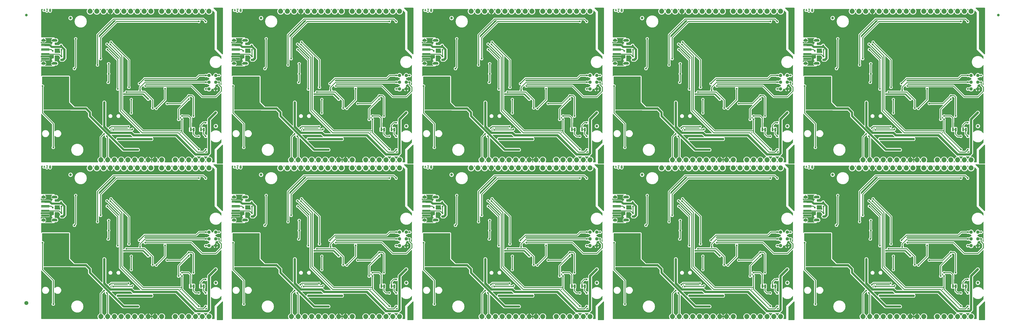
<source format=gbl>
G04 EAGLE Gerber RS-274X export*
G75*
%MOMM*%
%FSLAX34Y34*%
%LPD*%
%INBottom Copper*%
%IPPOS*%
%AMOC8*
5,1,8,0,0,1.08239X$1,22.5*%
G01*
%ADD10C,0.254000*%
%ADD11C,1.270000*%
%ADD12C,0.654000*%
%ADD13C,0.099059*%
%ADD14C,0.099000*%
%ADD15C,1.879600*%
%ADD16C,1.000000*%
%ADD17C,1.500000*%
%ADD18C,0.635000*%
%ADD19C,0.304800*%
%ADD20C,0.762000*%
%ADD21C,0.812800*%
%ADD22C,0.508000*%

G36*
X375924Y112540D02*
X375924Y112540D01*
X376063Y112553D01*
X376082Y112560D01*
X376102Y112563D01*
X376231Y112614D01*
X376362Y112661D01*
X376379Y112672D01*
X376397Y112680D01*
X376510Y112761D01*
X376625Y112839D01*
X376638Y112855D01*
X376655Y112866D01*
X376744Y112974D01*
X376835Y113078D01*
X376845Y113096D01*
X376858Y113111D01*
X376917Y113237D01*
X376980Y113361D01*
X376985Y113381D01*
X376993Y113399D01*
X377019Y113535D01*
X377050Y113671D01*
X377049Y113692D01*
X377053Y113711D01*
X377044Y113849D01*
X377040Y113989D01*
X377034Y114009D01*
X377033Y114029D01*
X376990Y114161D01*
X376952Y114295D01*
X376941Y114312D01*
X376935Y114331D01*
X376861Y114449D01*
X376790Y114569D01*
X376772Y114590D01*
X376765Y114600D01*
X376750Y114614D01*
X376684Y114689D01*
X296417Y194956D01*
X296417Y272552D01*
X296411Y272602D01*
X296413Y272651D01*
X296391Y272759D01*
X296377Y272868D01*
X296359Y272914D01*
X296349Y272963D01*
X296301Y273061D01*
X296260Y273163D01*
X296231Y273204D01*
X296209Y273248D01*
X296138Y273332D01*
X296074Y273421D01*
X296035Y273452D01*
X296003Y273490D01*
X295913Y273553D01*
X295829Y273624D01*
X295784Y273645D01*
X295743Y273673D01*
X295640Y273712D01*
X295541Y273759D01*
X295492Y273768D01*
X295446Y273786D01*
X295336Y273798D01*
X295229Y273819D01*
X295179Y273816D01*
X295130Y273821D01*
X295021Y273806D01*
X294911Y273799D01*
X294864Y273784D01*
X294815Y273777D01*
X294662Y273725D01*
X293338Y273176D01*
X290862Y273176D01*
X288575Y274124D01*
X286824Y275875D01*
X285876Y278162D01*
X285876Y280638D01*
X286824Y282925D01*
X287156Y283257D01*
X287216Y283335D01*
X287284Y283408D01*
X287313Y283461D01*
X287350Y283508D01*
X287390Y283599D01*
X287438Y283686D01*
X287453Y283745D01*
X287477Y283800D01*
X287492Y283898D01*
X287517Y283994D01*
X287523Y284094D01*
X287527Y284114D01*
X287525Y284127D01*
X287527Y284155D01*
X287527Y386200D01*
X287515Y386298D01*
X287512Y386397D01*
X287495Y386456D01*
X287487Y386516D01*
X287451Y386608D01*
X287423Y386703D01*
X287393Y386755D01*
X287370Y386811D01*
X287312Y386891D01*
X287262Y386977D01*
X287196Y387052D01*
X287184Y387069D01*
X287174Y387077D01*
X287156Y387098D01*
X252859Y421395D01*
X252780Y421455D01*
X252708Y421523D01*
X252655Y421552D01*
X252607Y421589D01*
X252516Y421629D01*
X252430Y421677D01*
X252371Y421692D01*
X252316Y421716D01*
X252218Y421731D01*
X252122Y421756D01*
X252022Y421762D01*
X252001Y421766D01*
X251989Y421764D01*
X251961Y421766D01*
X251492Y421766D01*
X249205Y422714D01*
X247454Y424465D01*
X246506Y426752D01*
X246506Y429228D01*
X247454Y431515D01*
X249205Y433266D01*
X251492Y434214D01*
X253968Y434214D01*
X256255Y433266D01*
X258006Y431515D01*
X258954Y429228D01*
X258954Y428759D01*
X258966Y428661D01*
X258969Y428562D01*
X258986Y428503D01*
X258994Y428443D01*
X259030Y428351D01*
X259058Y428256D01*
X259088Y428204D01*
X259111Y428148D01*
X259169Y428068D01*
X259219Y427982D01*
X259285Y427907D01*
X259297Y427890D01*
X259307Y427882D01*
X259325Y427861D01*
X294251Y392936D01*
X294360Y392851D01*
X294467Y392762D01*
X294486Y392754D01*
X294502Y392741D01*
X294630Y392686D01*
X294755Y392627D01*
X294775Y392623D01*
X294794Y392615D01*
X294932Y392593D01*
X295068Y392567D01*
X295088Y392568D01*
X295108Y392565D01*
X295247Y392578D01*
X295385Y392587D01*
X295404Y392593D01*
X295424Y392595D01*
X295556Y392642D01*
X295687Y392685D01*
X295705Y392696D01*
X295724Y392703D01*
X295839Y392781D01*
X295956Y392855D01*
X295970Y392870D01*
X295987Y392881D01*
X296079Y392985D01*
X296174Y393087D01*
X296184Y393104D01*
X296197Y393120D01*
X296261Y393243D01*
X296328Y393365D01*
X296333Y393385D01*
X296342Y393403D01*
X296372Y393539D01*
X296407Y393673D01*
X296409Y393701D01*
X296412Y393713D01*
X296411Y393734D01*
X296417Y393834D01*
X296417Y396360D01*
X296405Y396458D01*
X296402Y396557D01*
X296385Y396616D01*
X296377Y396676D01*
X296341Y396768D01*
X296313Y396863D01*
X296283Y396915D01*
X296260Y396971D01*
X296202Y397051D01*
X296152Y397137D01*
X296086Y397212D01*
X296074Y397229D01*
X296064Y397237D01*
X296046Y397258D01*
X251589Y441715D01*
X251510Y441775D01*
X251438Y441843D01*
X251385Y441872D01*
X251337Y441909D01*
X251246Y441949D01*
X251160Y441997D01*
X251101Y442012D01*
X251046Y442036D01*
X250948Y442051D01*
X250852Y442076D01*
X250752Y442082D01*
X250731Y442086D01*
X250719Y442084D01*
X250691Y442086D01*
X250222Y442086D01*
X247935Y443034D01*
X246184Y444785D01*
X245236Y447072D01*
X245236Y449548D01*
X246184Y451835D01*
X247935Y453586D01*
X250222Y454534D01*
X252698Y454534D01*
X254985Y453586D01*
X256736Y451835D01*
X257010Y451174D01*
X257035Y451131D01*
X257052Y451084D01*
X257113Y450993D01*
X257168Y450898D01*
X257202Y450862D01*
X257230Y450821D01*
X257313Y450748D01*
X257389Y450669D01*
X257431Y450643D01*
X257469Y450610D01*
X257566Y450560D01*
X257660Y450503D01*
X257708Y450488D01*
X257752Y450466D01*
X257859Y450442D01*
X257964Y450409D01*
X258014Y450407D01*
X258062Y450396D01*
X258172Y450399D01*
X258282Y450394D01*
X258330Y450404D01*
X258380Y450406D01*
X258486Y450436D01*
X258593Y450458D01*
X258638Y450480D01*
X258686Y450494D01*
X258780Y450550D01*
X258879Y450598D01*
X258917Y450630D01*
X258960Y450656D01*
X259080Y450762D01*
X260619Y452300D01*
X260637Y452324D01*
X260659Y452343D01*
X260734Y452449D01*
X260814Y452552D01*
X260826Y452579D01*
X260842Y452603D01*
X260888Y452724D01*
X260940Y452844D01*
X260945Y452873D01*
X260955Y452900D01*
X260970Y453029D01*
X260990Y453158D01*
X260987Y453187D01*
X260990Y453216D01*
X260972Y453345D01*
X260960Y453474D01*
X260950Y453502D01*
X260946Y453531D01*
X260894Y453684D01*
X260476Y454692D01*
X260476Y457168D01*
X261424Y459455D01*
X263175Y461206D01*
X265462Y462154D01*
X267938Y462154D01*
X270225Y461206D01*
X271976Y459455D01*
X272924Y457168D01*
X272924Y456699D01*
X272936Y456601D01*
X272939Y456502D01*
X272956Y456443D01*
X272964Y456383D01*
X273000Y456291D01*
X273028Y456196D01*
X273058Y456144D01*
X273081Y456088D01*
X273139Y456008D01*
X273189Y455922D01*
X273255Y455847D01*
X273267Y455830D01*
X273277Y455822D01*
X273295Y455801D01*
X335532Y393564D01*
X338583Y390514D01*
X338583Y290505D01*
X338595Y290407D01*
X338598Y290307D01*
X338615Y290249D01*
X338623Y290189D01*
X338659Y290097D01*
X338687Y290002D01*
X338717Y289950D01*
X338740Y289893D01*
X338798Y289813D01*
X338848Y289728D01*
X338914Y289653D01*
X338926Y289636D01*
X338936Y289628D01*
X338954Y289607D01*
X339286Y289275D01*
X340234Y286988D01*
X340234Y284512D01*
X339286Y282225D01*
X337535Y280474D01*
X335248Y279526D01*
X332772Y279526D01*
X330485Y280474D01*
X328734Y282225D01*
X327786Y284512D01*
X327786Y286988D01*
X328734Y289275D01*
X329066Y289607D01*
X329126Y289685D01*
X329194Y289758D01*
X329223Y289811D01*
X329260Y289858D01*
X329300Y289949D01*
X329348Y290036D01*
X329363Y290095D01*
X329387Y290150D01*
X329402Y290248D01*
X329427Y290344D01*
X329433Y290444D01*
X329437Y290464D01*
X329435Y290477D01*
X329437Y290505D01*
X329437Y386200D01*
X329425Y386298D01*
X329422Y386397D01*
X329405Y386456D01*
X329397Y386516D01*
X329361Y386608D01*
X329333Y386703D01*
X329303Y386755D01*
X329280Y386811D01*
X329222Y386891D01*
X329172Y386977D01*
X329106Y387052D01*
X329094Y387069D01*
X329084Y387077D01*
X329066Y387098D01*
X314079Y402084D01*
X313970Y402169D01*
X313863Y402258D01*
X313844Y402266D01*
X313828Y402279D01*
X313700Y402334D01*
X313575Y402393D01*
X313555Y402397D01*
X313536Y402405D01*
X313398Y402427D01*
X313262Y402453D01*
X313242Y402452D01*
X313222Y402455D01*
X313083Y402442D01*
X312945Y402433D01*
X312926Y402427D01*
X312906Y402425D01*
X312774Y402378D01*
X312643Y402335D01*
X312625Y402324D01*
X312606Y402317D01*
X312491Y402239D01*
X312374Y402165D01*
X312360Y402150D01*
X312343Y402139D01*
X312251Y402035D01*
X312156Y401933D01*
X312146Y401916D01*
X312133Y401900D01*
X312069Y401777D01*
X312002Y401655D01*
X311997Y401635D01*
X311988Y401617D01*
X311958Y401481D01*
X311923Y401347D01*
X311921Y401319D01*
X311918Y401307D01*
X311919Y401286D01*
X311913Y401186D01*
X311913Y267724D01*
X311919Y267675D01*
X311917Y267625D01*
X311939Y267517D01*
X311953Y267408D01*
X311971Y267362D01*
X311981Y267313D01*
X312029Y267215D01*
X312070Y267113D01*
X312099Y267072D01*
X312121Y267028D01*
X312192Y266944D01*
X312256Y266855D01*
X312295Y266824D01*
X312327Y266786D01*
X312417Y266723D01*
X312501Y266652D01*
X312546Y266631D01*
X312587Y266603D01*
X312690Y266564D01*
X312789Y266517D01*
X312838Y266508D01*
X312884Y266490D01*
X312994Y266478D01*
X313101Y266457D01*
X313151Y266460D01*
X313200Y266455D01*
X313309Y266470D01*
X313419Y266477D01*
X313466Y266492D01*
X313515Y266499D01*
X313668Y266551D01*
X313722Y266574D01*
X316357Y266574D01*
X316475Y266589D01*
X316594Y266596D01*
X316632Y266609D01*
X316673Y266614D01*
X316783Y266657D01*
X316896Y266694D01*
X316931Y266716D01*
X316968Y266731D01*
X317064Y266800D01*
X317165Y266864D01*
X317193Y266894D01*
X317226Y266917D01*
X317302Y267009D01*
X317383Y267096D01*
X317403Y267131D01*
X317428Y267162D01*
X317479Y267270D01*
X317537Y267374D01*
X317547Y267414D01*
X317564Y267450D01*
X317586Y267567D01*
X317616Y267682D01*
X317620Y267742D01*
X317624Y267762D01*
X317622Y267783D01*
X317626Y267843D01*
X317626Y269208D01*
X318574Y271495D01*
X320325Y273246D01*
X322612Y274194D01*
X325088Y274194D01*
X327375Y273246D01*
X327707Y272914D01*
X327785Y272854D01*
X327858Y272786D01*
X327911Y272757D01*
X327958Y272720D01*
X328049Y272680D01*
X328136Y272632D01*
X328195Y272617D01*
X328250Y272593D01*
X328348Y272578D01*
X328444Y272553D01*
X328544Y272547D01*
X328564Y272543D01*
X328577Y272545D01*
X328605Y272543D01*
X368681Y272543D01*
X368799Y272558D01*
X368918Y272565D01*
X368956Y272578D01*
X368997Y272583D01*
X369107Y272626D01*
X369220Y272663D01*
X369255Y272685D01*
X369292Y272700D01*
X369388Y272769D01*
X369489Y272833D01*
X369517Y272863D01*
X369550Y272886D01*
X369626Y272978D01*
X369707Y273065D01*
X369727Y273100D01*
X369752Y273131D01*
X369803Y273239D01*
X369861Y273343D01*
X369871Y273383D01*
X369888Y273419D01*
X369910Y273536D01*
X369940Y273651D01*
X369944Y273711D01*
X369948Y273731D01*
X369946Y273752D01*
X369950Y273812D01*
X369950Y275812D01*
X370898Y278099D01*
X371230Y278431D01*
X371290Y278509D01*
X371358Y278582D01*
X371387Y278635D01*
X371424Y278682D01*
X371464Y278773D01*
X371512Y278860D01*
X371527Y278919D01*
X371551Y278974D01*
X371566Y279072D01*
X371591Y279168D01*
X371597Y279268D01*
X371601Y279288D01*
X371599Y279301D01*
X371601Y279329D01*
X371601Y287898D01*
X375033Y291330D01*
X375118Y291439D01*
X375207Y291546D01*
X375215Y291565D01*
X375228Y291581D01*
X375283Y291709D01*
X375342Y291834D01*
X375346Y291854D01*
X375354Y291873D01*
X375376Y292011D01*
X375402Y292147D01*
X375401Y292167D01*
X375404Y292187D01*
X375391Y292326D01*
X375382Y292464D01*
X375376Y292483D01*
X375374Y292503D01*
X375327Y292635D01*
X375284Y292766D01*
X375273Y292784D01*
X375266Y292803D01*
X375188Y292918D01*
X375114Y293035D01*
X375099Y293049D01*
X375088Y293066D01*
X374984Y293158D01*
X374882Y293253D01*
X374865Y293263D01*
X374849Y293276D01*
X374725Y293340D01*
X374604Y293407D01*
X374584Y293412D01*
X374566Y293421D01*
X374430Y293451D01*
X374296Y293486D01*
X374268Y293488D01*
X374256Y293491D01*
X374235Y293490D01*
X374135Y293496D01*
X372142Y293496D01*
X369855Y294444D01*
X368104Y296195D01*
X367156Y298482D01*
X367156Y300958D01*
X368104Y303245D01*
X369855Y304996D01*
X372142Y305944D01*
X372611Y305944D01*
X372709Y305956D01*
X372808Y305959D01*
X372867Y305976D01*
X372927Y305984D01*
X373019Y306020D01*
X373114Y306048D01*
X373166Y306078D01*
X373222Y306101D01*
X373302Y306159D01*
X373388Y306209D01*
X373463Y306275D01*
X373480Y306287D01*
X373488Y306297D01*
X373509Y306315D01*
X390536Y323343D01*
X584320Y323343D01*
X584418Y323355D01*
X584517Y323358D01*
X584576Y323375D01*
X584636Y323383D01*
X584728Y323419D01*
X584823Y323447D01*
X584875Y323477D01*
X584931Y323500D01*
X585011Y323558D01*
X585097Y323608D01*
X585172Y323674D01*
X585189Y323686D01*
X585197Y323696D01*
X585218Y323714D01*
X596276Y334773D01*
X617545Y334773D01*
X617643Y334785D01*
X617743Y334788D01*
X617801Y334805D01*
X617861Y334813D01*
X617953Y334849D01*
X618048Y334877D01*
X618100Y334907D01*
X618157Y334930D01*
X618237Y334988D01*
X618322Y335038D01*
X618397Y335104D01*
X618414Y335116D01*
X618422Y335126D01*
X618443Y335144D01*
X618775Y335476D01*
X621062Y336424D01*
X623538Y336424D01*
X625861Y335461D01*
X625890Y335454D01*
X625916Y335440D01*
X626043Y335412D01*
X626168Y335377D01*
X626198Y335377D01*
X626226Y335370D01*
X626356Y335374D01*
X626486Y335372D01*
X626515Y335379D01*
X626544Y335380D01*
X626669Y335416D01*
X626795Y335446D01*
X626822Y335460D01*
X626850Y335469D01*
X626962Y335534D01*
X627077Y335595D01*
X627098Y335615D01*
X627124Y335630D01*
X627245Y335736D01*
X629676Y338168D01*
X633130Y339599D01*
X636870Y339599D01*
X640324Y338168D01*
X642968Y335524D01*
X644399Y332070D01*
X644399Y330818D01*
X644414Y330700D01*
X644421Y330581D01*
X644434Y330543D01*
X644439Y330502D01*
X644482Y330392D01*
X644519Y330279D01*
X644541Y330244D01*
X644556Y330207D01*
X644625Y330111D01*
X644689Y330010D01*
X644719Y329982D01*
X644742Y329949D01*
X644834Y329873D01*
X644921Y329792D01*
X644956Y329772D01*
X644987Y329747D01*
X645095Y329696D01*
X645199Y329638D01*
X645239Y329628D01*
X645275Y329611D01*
X645392Y329589D01*
X645507Y329559D01*
X645567Y329555D01*
X645587Y329551D01*
X645608Y329553D01*
X645668Y329549D01*
X649732Y329549D01*
X649850Y329564D01*
X649969Y329571D01*
X650007Y329584D01*
X650048Y329589D01*
X650158Y329632D01*
X650271Y329669D01*
X650306Y329691D01*
X650343Y329706D01*
X650439Y329775D01*
X650540Y329839D01*
X650568Y329869D01*
X650601Y329892D01*
X650677Y329984D01*
X650758Y330071D01*
X650778Y330106D01*
X650803Y330137D01*
X650854Y330245D01*
X650912Y330349D01*
X650922Y330389D01*
X650939Y330425D01*
X650961Y330542D01*
X650991Y330657D01*
X650995Y330717D01*
X650999Y330737D01*
X650997Y330758D01*
X651001Y330818D01*
X651001Y332070D01*
X652432Y335524D01*
X655076Y338168D01*
X658530Y339599D01*
X662270Y339599D01*
X665724Y338168D01*
X668155Y335736D01*
X668179Y335718D01*
X668198Y335696D01*
X668304Y335621D01*
X668407Y335542D01*
X668434Y335530D01*
X668458Y335513D01*
X668579Y335467D01*
X668698Y335415D01*
X668728Y335411D01*
X668755Y335400D01*
X668884Y335386D01*
X669013Y335365D01*
X669042Y335368D01*
X669071Y335365D01*
X669200Y335383D01*
X669329Y335395D01*
X669357Y335405D01*
X669386Y335409D01*
X669539Y335461D01*
X671862Y336424D01*
X674338Y336424D01*
X676625Y335476D01*
X678376Y333725D01*
X679293Y331511D01*
X679328Y331451D01*
X679354Y331386D01*
X679406Y331313D01*
X679451Y331235D01*
X679499Y331185D01*
X679540Y331128D01*
X679610Y331071D01*
X679672Y331007D01*
X679732Y330970D01*
X679785Y330926D01*
X679867Y330887D01*
X679943Y330840D01*
X680010Y330820D01*
X680073Y330790D01*
X680161Y330773D01*
X680247Y330747D01*
X680317Y330743D01*
X680386Y330730D01*
X680475Y330736D01*
X680565Y330731D01*
X680633Y330746D01*
X680703Y330750D01*
X680788Y330778D01*
X680876Y330796D01*
X680939Y330826D01*
X681005Y330848D01*
X681081Y330896D01*
X681162Y330936D01*
X681215Y330981D01*
X681274Y331018D01*
X681336Y331084D01*
X681404Y331142D01*
X681444Y331199D01*
X681492Y331250D01*
X681535Y331328D01*
X681587Y331402D01*
X681612Y331467D01*
X681646Y331528D01*
X681668Y331615D01*
X681700Y331699D01*
X681708Y331769D01*
X681725Y331836D01*
X681735Y331997D01*
X681735Y368003D01*
X681717Y368148D01*
X681702Y368293D01*
X681697Y368306D01*
X681695Y368319D01*
X681642Y368454D01*
X681591Y368591D01*
X681583Y368602D01*
X681578Y368615D01*
X681493Y368732D01*
X681410Y368852D01*
X681399Y368861D01*
X681392Y368872D01*
X681280Y368965D01*
X681169Y369060D01*
X681157Y369066D01*
X681147Y369075D01*
X681015Y369137D01*
X680884Y369202D01*
X680871Y369205D01*
X680859Y369210D01*
X680716Y369238D01*
X680573Y369268D01*
X680560Y369268D01*
X680547Y369270D01*
X680402Y369261D01*
X680256Y369255D01*
X680242Y369251D01*
X680229Y369250D01*
X680091Y369206D01*
X679951Y369163D01*
X679939Y369156D01*
X679927Y369152D01*
X679804Y369075D01*
X679679Y368999D01*
X679669Y368989D01*
X679658Y368982D01*
X679558Y368876D01*
X679456Y368772D01*
X679446Y368757D01*
X679440Y368751D01*
X679432Y368736D01*
X679367Y368638D01*
X677985Y366245D01*
X671878Y361120D01*
X664386Y358393D01*
X656414Y358393D01*
X648922Y361120D01*
X642815Y366244D01*
X638829Y373149D01*
X637445Y381000D01*
X638829Y388851D01*
X642815Y395755D01*
X648922Y400880D01*
X656414Y403607D01*
X664386Y403607D01*
X671878Y400880D01*
X677985Y395756D01*
X679367Y393362D01*
X679455Y393246D01*
X679540Y393128D01*
X679551Y393119D01*
X679559Y393109D01*
X679673Y393018D01*
X679785Y392925D01*
X679798Y392919D01*
X679808Y392911D01*
X679942Y392851D01*
X680073Y392790D01*
X680086Y392787D01*
X680099Y392782D01*
X680243Y392757D01*
X680386Y392730D01*
X680399Y392731D01*
X680412Y392728D01*
X680558Y392741D01*
X680703Y392750D01*
X680716Y392754D01*
X680729Y392755D01*
X680867Y392803D01*
X681005Y392848D01*
X681017Y392855D01*
X681030Y392859D01*
X681151Y392940D01*
X681274Y393018D01*
X681283Y393028D01*
X681295Y393035D01*
X681392Y393143D01*
X681492Y393249D01*
X681499Y393261D01*
X681508Y393271D01*
X681575Y393401D01*
X681646Y393528D01*
X681649Y393541D01*
X681655Y393553D01*
X681689Y393695D01*
X681725Y393836D01*
X681726Y393854D01*
X681728Y393863D01*
X681728Y393880D01*
X681735Y393997D01*
X681735Y401651D01*
X681723Y401749D01*
X681720Y401848D01*
X681703Y401906D01*
X681695Y401966D01*
X681659Y402058D01*
X681631Y402153D01*
X681601Y402206D01*
X681578Y402262D01*
X681520Y402342D01*
X681470Y402427D01*
X681404Y402503D01*
X681392Y402519D01*
X681382Y402527D01*
X681364Y402548D01*
X659088Y424824D01*
X656335Y427576D01*
X656335Y566751D01*
X656323Y566849D01*
X656320Y566948D01*
X656303Y567006D01*
X656295Y567066D01*
X656259Y567158D01*
X656231Y567253D01*
X656201Y567306D01*
X656178Y567362D01*
X656120Y567442D01*
X656070Y567527D01*
X656004Y567603D01*
X655992Y567619D01*
X655982Y567627D01*
X655964Y567648D01*
X649613Y573998D01*
X649504Y574083D01*
X649397Y574172D01*
X649378Y574181D01*
X649362Y574193D01*
X649234Y574249D01*
X649109Y574308D01*
X649089Y574311D01*
X649070Y574319D01*
X648932Y574341D01*
X648796Y574367D01*
X648776Y574366D01*
X648756Y574369D01*
X648617Y574356D01*
X648479Y574348D01*
X648460Y574341D01*
X648440Y574339D01*
X648308Y574292D01*
X648177Y574250D01*
X648159Y574239D01*
X648140Y574232D01*
X648025Y574154D01*
X647908Y574079D01*
X647894Y574065D01*
X647877Y574053D01*
X647785Y573949D01*
X647690Y573848D01*
X647680Y573830D01*
X647667Y573815D01*
X647603Y573691D01*
X647536Y573569D01*
X647531Y573550D01*
X647522Y573532D01*
X647492Y573396D01*
X647457Y573261D01*
X647455Y573233D01*
X647452Y573221D01*
X647453Y573201D01*
X647447Y573101D01*
X647447Y569024D01*
X645552Y564450D01*
X642050Y560948D01*
X637476Y559053D01*
X632524Y559053D01*
X627950Y560948D01*
X624448Y564450D01*
X623473Y566805D01*
X623404Y566925D01*
X623339Y567048D01*
X623325Y567063D01*
X623315Y567081D01*
X623218Y567181D01*
X623125Y567284D01*
X623108Y567295D01*
X623094Y567309D01*
X622976Y567382D01*
X622859Y567458D01*
X622840Y567465D01*
X622823Y567476D01*
X622690Y567516D01*
X622558Y567562D01*
X622538Y567563D01*
X622519Y567569D01*
X622380Y567576D01*
X622241Y567587D01*
X622221Y567583D01*
X622201Y567584D01*
X622065Y567556D01*
X621928Y567532D01*
X621909Y567524D01*
X621890Y567520D01*
X621765Y567459D01*
X621638Y567402D01*
X621622Y567389D01*
X621604Y567380D01*
X621498Y567290D01*
X621390Y567203D01*
X621377Y567187D01*
X621362Y567174D01*
X621282Y567060D01*
X621198Y566949D01*
X621186Y566924D01*
X621179Y566914D01*
X621172Y566895D01*
X621127Y566805D01*
X620152Y564450D01*
X616650Y560948D01*
X612076Y559053D01*
X607124Y559053D01*
X602550Y560948D01*
X599048Y564450D01*
X598073Y566805D01*
X598004Y566925D01*
X597939Y567048D01*
X597925Y567063D01*
X597915Y567081D01*
X597818Y567181D01*
X597725Y567284D01*
X597708Y567295D01*
X597694Y567309D01*
X597576Y567382D01*
X597459Y567458D01*
X597440Y567465D01*
X597423Y567476D01*
X597290Y567516D01*
X597158Y567562D01*
X597138Y567563D01*
X597119Y567569D01*
X596980Y567576D01*
X596841Y567587D01*
X596821Y567583D01*
X596801Y567584D01*
X596665Y567556D01*
X596528Y567532D01*
X596509Y567524D01*
X596490Y567520D01*
X596365Y567459D01*
X596238Y567402D01*
X596222Y567389D01*
X596204Y567380D01*
X596098Y567290D01*
X595990Y567203D01*
X595977Y567187D01*
X595962Y567174D01*
X595882Y567060D01*
X595798Y566949D01*
X595786Y566924D01*
X595779Y566914D01*
X595772Y566895D01*
X595727Y566805D01*
X594752Y564450D01*
X591250Y560948D01*
X586676Y559053D01*
X581724Y559053D01*
X577150Y560948D01*
X573648Y564450D01*
X572673Y566805D01*
X572604Y566925D01*
X572539Y567048D01*
X572525Y567063D01*
X572515Y567081D01*
X572418Y567181D01*
X572325Y567284D01*
X572308Y567295D01*
X572294Y567309D01*
X572176Y567382D01*
X572059Y567458D01*
X572040Y567465D01*
X572023Y567476D01*
X571890Y567516D01*
X571758Y567562D01*
X571738Y567563D01*
X571719Y567569D01*
X571580Y567576D01*
X571441Y567587D01*
X571421Y567583D01*
X571401Y567584D01*
X571265Y567556D01*
X571128Y567532D01*
X571109Y567524D01*
X571090Y567520D01*
X570965Y567459D01*
X570838Y567402D01*
X570822Y567389D01*
X570804Y567380D01*
X570698Y567290D01*
X570590Y567203D01*
X570577Y567187D01*
X570562Y567174D01*
X570482Y567060D01*
X570398Y566949D01*
X570386Y566924D01*
X570379Y566914D01*
X570372Y566895D01*
X570327Y566805D01*
X569352Y564450D01*
X565850Y560948D01*
X561276Y559053D01*
X556324Y559053D01*
X551750Y560948D01*
X548248Y564450D01*
X547273Y566805D01*
X547204Y566925D01*
X547139Y567048D01*
X547125Y567063D01*
X547115Y567081D01*
X547018Y567181D01*
X546925Y567284D01*
X546908Y567295D01*
X546894Y567309D01*
X546776Y567382D01*
X546659Y567458D01*
X546640Y567465D01*
X546623Y567476D01*
X546490Y567516D01*
X546358Y567562D01*
X546338Y567563D01*
X546319Y567569D01*
X546180Y567576D01*
X546041Y567587D01*
X546021Y567583D01*
X546001Y567584D01*
X545865Y567556D01*
X545728Y567532D01*
X545709Y567524D01*
X545690Y567520D01*
X545565Y567459D01*
X545438Y567402D01*
X545422Y567389D01*
X545404Y567380D01*
X545298Y567290D01*
X545190Y567203D01*
X545177Y567187D01*
X545162Y567174D01*
X545082Y567060D01*
X544998Y566949D01*
X544986Y566924D01*
X544979Y566914D01*
X544972Y566895D01*
X544927Y566805D01*
X543952Y564450D01*
X540450Y560948D01*
X535876Y559053D01*
X530924Y559053D01*
X526350Y560948D01*
X522848Y564450D01*
X521873Y566805D01*
X521804Y566925D01*
X521739Y567048D01*
X521725Y567063D01*
X521715Y567081D01*
X521618Y567181D01*
X521525Y567284D01*
X521508Y567295D01*
X521494Y567309D01*
X521375Y567382D01*
X521259Y567458D01*
X521240Y567465D01*
X521223Y567476D01*
X521090Y567516D01*
X520958Y567562D01*
X520938Y567563D01*
X520919Y567569D01*
X520780Y567576D01*
X520641Y567587D01*
X520621Y567583D01*
X520601Y567584D01*
X520465Y567556D01*
X520328Y567532D01*
X520309Y567524D01*
X520290Y567520D01*
X520164Y567459D01*
X520038Y567402D01*
X520022Y567389D01*
X520004Y567380D01*
X519898Y567290D01*
X519790Y567203D01*
X519777Y567187D01*
X519762Y567174D01*
X519682Y567060D01*
X519598Y566949D01*
X519586Y566924D01*
X519579Y566914D01*
X519572Y566895D01*
X519527Y566805D01*
X518552Y564450D01*
X515050Y560948D01*
X510476Y559053D01*
X505524Y559053D01*
X500950Y560948D01*
X497448Y564449D01*
X496473Y566805D01*
X496404Y566926D01*
X496339Y567048D01*
X496325Y567063D01*
X496315Y567081D01*
X496218Y567181D01*
X496125Y567284D01*
X496108Y567295D01*
X496094Y567309D01*
X495976Y567382D01*
X495859Y567458D01*
X495840Y567465D01*
X495823Y567476D01*
X495690Y567516D01*
X495558Y567562D01*
X495538Y567563D01*
X495519Y567569D01*
X495380Y567576D01*
X495241Y567587D01*
X495221Y567583D01*
X495201Y567584D01*
X495065Y567556D01*
X494928Y567532D01*
X494909Y567524D01*
X494890Y567520D01*
X494765Y567459D01*
X494638Y567402D01*
X494622Y567389D01*
X494604Y567380D01*
X494498Y567290D01*
X494390Y567203D01*
X494377Y567187D01*
X494362Y567174D01*
X494282Y567060D01*
X494198Y566949D01*
X494186Y566924D01*
X494179Y566914D01*
X494172Y566895D01*
X494127Y566805D01*
X493152Y564450D01*
X489650Y560948D01*
X485076Y559053D01*
X480124Y559053D01*
X475550Y560948D01*
X472048Y564449D01*
X471073Y566805D01*
X471004Y566926D01*
X470939Y567048D01*
X470925Y567063D01*
X470915Y567081D01*
X470818Y567181D01*
X470725Y567284D01*
X470708Y567295D01*
X470694Y567309D01*
X470576Y567382D01*
X470459Y567458D01*
X470440Y567465D01*
X470423Y567476D01*
X470290Y567516D01*
X470158Y567562D01*
X470138Y567563D01*
X470119Y567569D01*
X469980Y567576D01*
X469841Y567587D01*
X469821Y567583D01*
X469801Y567584D01*
X469665Y567556D01*
X469528Y567532D01*
X469509Y567524D01*
X469490Y567520D01*
X469365Y567459D01*
X469238Y567402D01*
X469222Y567389D01*
X469204Y567380D01*
X469098Y567290D01*
X468990Y567203D01*
X468977Y567187D01*
X468962Y567174D01*
X468882Y567060D01*
X468798Y566949D01*
X468786Y566924D01*
X468779Y566914D01*
X468772Y566895D01*
X468727Y566805D01*
X467752Y564450D01*
X464250Y560948D01*
X459676Y559053D01*
X454724Y559053D01*
X450150Y560948D01*
X446648Y564450D01*
X444753Y569024D01*
X444753Y573976D01*
X446578Y578380D01*
X446591Y578428D01*
X446612Y578473D01*
X446633Y578581D01*
X446662Y578687D01*
X446662Y578737D01*
X446672Y578786D01*
X446665Y578895D01*
X446667Y579005D01*
X446655Y579053D01*
X446652Y579103D01*
X446618Y579207D01*
X446593Y579314D01*
X446569Y579358D01*
X446554Y579405D01*
X446495Y579498D01*
X446444Y579595D01*
X446410Y579632D01*
X446384Y579674D01*
X446304Y579749D01*
X446230Y579831D01*
X446188Y579858D01*
X446152Y579892D01*
X446056Y579945D01*
X445964Y580005D01*
X445917Y580022D01*
X445874Y580046D01*
X445767Y580073D01*
X445663Y580109D01*
X445614Y580113D01*
X445566Y580125D01*
X445405Y580135D01*
X428355Y580135D01*
X428306Y580129D01*
X428256Y580131D01*
X428149Y580109D01*
X428039Y580095D01*
X427993Y580077D01*
X427945Y580067D01*
X427846Y580019D01*
X427744Y579978D01*
X427704Y579949D01*
X427659Y579927D01*
X427575Y579856D01*
X427486Y579792D01*
X427455Y579753D01*
X427417Y579721D01*
X427354Y579631D01*
X427284Y579547D01*
X427262Y579502D01*
X427234Y579461D01*
X427195Y579358D01*
X427148Y579259D01*
X427139Y579210D01*
X427121Y579164D01*
X427109Y579054D01*
X427088Y578947D01*
X427091Y578897D01*
X427086Y578848D01*
X427101Y578739D01*
X427108Y578629D01*
X427123Y578582D01*
X427130Y578533D01*
X427182Y578380D01*
X429007Y573976D01*
X429007Y569024D01*
X427112Y564450D01*
X423610Y560948D01*
X419036Y559053D01*
X414084Y559053D01*
X409510Y560948D01*
X406008Y564450D01*
X405033Y566805D01*
X404964Y566925D01*
X404899Y567048D01*
X404885Y567063D01*
X404875Y567081D01*
X404778Y567181D01*
X404685Y567284D01*
X404668Y567295D01*
X404654Y567309D01*
X404535Y567382D01*
X404419Y567458D01*
X404400Y567465D01*
X404383Y567476D01*
X404250Y567517D01*
X404118Y567562D01*
X404098Y567563D01*
X404079Y567569D01*
X403940Y567576D01*
X403801Y567587D01*
X403781Y567583D01*
X403761Y567584D01*
X403625Y567556D01*
X403488Y567532D01*
X403469Y567524D01*
X403450Y567520D01*
X403324Y567459D01*
X403198Y567402D01*
X403182Y567389D01*
X403164Y567380D01*
X403058Y567290D01*
X402950Y567203D01*
X402937Y567187D01*
X402922Y567174D01*
X402842Y567060D01*
X402758Y566949D01*
X402746Y566924D01*
X402739Y566914D01*
X402732Y566895D01*
X402687Y566805D01*
X401712Y564449D01*
X398210Y560948D01*
X393636Y559053D01*
X388684Y559053D01*
X384110Y560948D01*
X380608Y564450D01*
X379633Y566805D01*
X379564Y566925D01*
X379499Y567048D01*
X379485Y567063D01*
X379475Y567081D01*
X379378Y567181D01*
X379285Y567284D01*
X379268Y567295D01*
X379254Y567309D01*
X379135Y567382D01*
X379019Y567458D01*
X379000Y567465D01*
X378983Y567476D01*
X378850Y567517D01*
X378718Y567562D01*
X378698Y567563D01*
X378679Y567569D01*
X378540Y567576D01*
X378401Y567587D01*
X378381Y567583D01*
X378361Y567584D01*
X378225Y567556D01*
X378088Y567532D01*
X378069Y567524D01*
X378050Y567520D01*
X377924Y567459D01*
X377798Y567402D01*
X377782Y567389D01*
X377764Y567380D01*
X377658Y567290D01*
X377550Y567203D01*
X377537Y567187D01*
X377522Y567174D01*
X377442Y567060D01*
X377358Y566949D01*
X377346Y566924D01*
X377339Y566914D01*
X377332Y566895D01*
X377287Y566805D01*
X376312Y564449D01*
X372810Y560948D01*
X368236Y559053D01*
X363284Y559053D01*
X358710Y560948D01*
X355208Y564450D01*
X354233Y566805D01*
X354164Y566925D01*
X354099Y567048D01*
X354085Y567063D01*
X354075Y567081D01*
X353978Y567181D01*
X353885Y567284D01*
X353868Y567295D01*
X353854Y567309D01*
X353735Y567382D01*
X353619Y567458D01*
X353600Y567465D01*
X353583Y567476D01*
X353450Y567517D01*
X353318Y567562D01*
X353298Y567563D01*
X353279Y567569D01*
X353140Y567576D01*
X353001Y567587D01*
X352981Y567583D01*
X352961Y567584D01*
X352825Y567556D01*
X352688Y567532D01*
X352669Y567524D01*
X352650Y567520D01*
X352524Y567459D01*
X352398Y567402D01*
X352382Y567389D01*
X352364Y567380D01*
X352258Y567290D01*
X352150Y567203D01*
X352137Y567187D01*
X352122Y567174D01*
X352042Y567060D01*
X351958Y566949D01*
X351946Y566924D01*
X351939Y566914D01*
X351932Y566895D01*
X351887Y566805D01*
X350912Y564449D01*
X347410Y560948D01*
X342836Y559053D01*
X337884Y559053D01*
X333310Y560948D01*
X329808Y564450D01*
X328833Y566805D01*
X328764Y566925D01*
X328699Y567048D01*
X328685Y567063D01*
X328675Y567081D01*
X328578Y567181D01*
X328485Y567284D01*
X328468Y567295D01*
X328454Y567309D01*
X328335Y567382D01*
X328219Y567458D01*
X328200Y567465D01*
X328183Y567476D01*
X328050Y567517D01*
X327918Y567562D01*
X327898Y567563D01*
X327879Y567569D01*
X327740Y567576D01*
X327601Y567587D01*
X327581Y567583D01*
X327561Y567584D01*
X327425Y567556D01*
X327288Y567532D01*
X327269Y567524D01*
X327250Y567520D01*
X327124Y567459D01*
X326998Y567402D01*
X326982Y567389D01*
X326964Y567380D01*
X326858Y567290D01*
X326750Y567203D01*
X326737Y567187D01*
X326722Y567174D01*
X326642Y567060D01*
X326558Y566949D01*
X326546Y566924D01*
X326539Y566914D01*
X326532Y566895D01*
X326487Y566805D01*
X325512Y564449D01*
X322010Y560948D01*
X317436Y559053D01*
X312484Y559053D01*
X307910Y560948D01*
X304408Y564450D01*
X303433Y566805D01*
X303364Y566925D01*
X303299Y567048D01*
X303285Y567063D01*
X303275Y567081D01*
X303178Y567181D01*
X303085Y567284D01*
X303068Y567295D01*
X303054Y567309D01*
X302935Y567382D01*
X302819Y567458D01*
X302800Y567465D01*
X302783Y567476D01*
X302650Y567517D01*
X302518Y567562D01*
X302498Y567563D01*
X302479Y567569D01*
X302340Y567576D01*
X302201Y567587D01*
X302181Y567583D01*
X302161Y567584D01*
X302025Y567556D01*
X301888Y567532D01*
X301869Y567524D01*
X301850Y567520D01*
X301724Y567459D01*
X301598Y567402D01*
X301582Y567389D01*
X301564Y567380D01*
X301458Y567290D01*
X301350Y567203D01*
X301337Y567187D01*
X301322Y567174D01*
X301242Y567060D01*
X301158Y566949D01*
X301146Y566924D01*
X301139Y566914D01*
X301132Y566895D01*
X301087Y566805D01*
X300112Y564449D01*
X296610Y560948D01*
X292036Y559053D01*
X287084Y559053D01*
X282510Y560948D01*
X279008Y564450D01*
X277755Y567475D01*
X277740Y567501D01*
X277731Y567530D01*
X277661Y567639D01*
X277597Y567752D01*
X277576Y567773D01*
X277560Y567798D01*
X277466Y567887D01*
X277376Y567980D01*
X277350Y567996D01*
X277329Y568016D01*
X277215Y568079D01*
X277105Y568146D01*
X277076Y568155D01*
X277050Y568169D01*
X276925Y568202D01*
X276801Y568240D01*
X276771Y568241D01*
X276742Y568249D01*
X276612Y568249D01*
X276483Y568255D01*
X276454Y568249D01*
X276424Y568249D01*
X276299Y568217D01*
X276172Y568191D01*
X276145Y568178D01*
X276116Y568170D01*
X276003Y568108D01*
X275886Y568051D01*
X275863Y568032D01*
X275837Y568017D01*
X275743Y567929D01*
X275644Y567845D01*
X275627Y567820D01*
X275605Y567800D01*
X275536Y567691D01*
X275461Y567585D01*
X275450Y567557D01*
X275434Y567531D01*
X275375Y567382D01*
X275224Y566917D01*
X274371Y565243D01*
X273266Y563722D01*
X271938Y562394D01*
X270417Y561289D01*
X268743Y560436D01*
X266956Y559855D01*
X266699Y559815D01*
X266699Y570230D01*
X266684Y570348D01*
X266677Y570467D01*
X266664Y570505D01*
X266659Y570545D01*
X266616Y570656D01*
X266579Y570769D01*
X266557Y570803D01*
X266542Y570841D01*
X266472Y570937D01*
X266409Y571038D01*
X266379Y571066D01*
X266355Y571098D01*
X266264Y571174D01*
X266177Y571256D01*
X266142Y571275D01*
X266111Y571301D01*
X266003Y571352D01*
X265899Y571409D01*
X265859Y571420D01*
X265823Y571437D01*
X265706Y571459D01*
X265591Y571489D01*
X265530Y571493D01*
X265510Y571497D01*
X265490Y571495D01*
X265430Y571499D01*
X262890Y571499D01*
X262772Y571484D01*
X262653Y571477D01*
X262615Y571464D01*
X262574Y571459D01*
X262464Y571415D01*
X262351Y571379D01*
X262316Y571357D01*
X262279Y571342D01*
X262183Y571272D01*
X262082Y571209D01*
X262054Y571179D01*
X262021Y571155D01*
X261946Y571064D01*
X261864Y570977D01*
X261844Y570942D01*
X261819Y570910D01*
X261768Y570803D01*
X261710Y570698D01*
X261700Y570659D01*
X261683Y570623D01*
X261661Y570506D01*
X261631Y570391D01*
X261627Y570330D01*
X261623Y570310D01*
X261625Y570290D01*
X261621Y570230D01*
X261621Y559815D01*
X261364Y559855D01*
X259577Y560436D01*
X257903Y561289D01*
X256382Y562394D01*
X255054Y563722D01*
X253949Y565243D01*
X253096Y566917D01*
X252945Y567382D01*
X252932Y567409D01*
X252925Y567438D01*
X252865Y567552D01*
X252810Y567670D01*
X252791Y567693D01*
X252777Y567719D01*
X252690Y567815D01*
X252607Y567915D01*
X252583Y567932D01*
X252563Y567954D01*
X252454Y568026D01*
X252350Y568102D01*
X252322Y568113D01*
X252297Y568129D01*
X252174Y568171D01*
X252054Y568219D01*
X252024Y568223D01*
X251996Y568232D01*
X251867Y568243D01*
X251739Y568259D01*
X251709Y568255D01*
X251679Y568258D01*
X251551Y568235D01*
X251423Y568219D01*
X251395Y568208D01*
X251366Y568203D01*
X251248Y568150D01*
X251127Y568102D01*
X251103Y568085D01*
X251076Y568073D01*
X250975Y567992D01*
X250870Y567916D01*
X250851Y567893D01*
X250827Y567874D01*
X250749Y567770D01*
X250667Y567671D01*
X250654Y567644D01*
X250636Y567620D01*
X250565Y567475D01*
X249312Y564450D01*
X245810Y560948D01*
X241236Y559053D01*
X236284Y559053D01*
X231710Y560948D01*
X228208Y564450D01*
X227233Y566805D01*
X227164Y566925D01*
X227099Y567048D01*
X227085Y567063D01*
X227075Y567081D01*
X226978Y567181D01*
X226885Y567284D01*
X226868Y567295D01*
X226854Y567309D01*
X226735Y567382D01*
X226619Y567458D01*
X226600Y567465D01*
X226583Y567476D01*
X226450Y567516D01*
X226318Y567562D01*
X226298Y567563D01*
X226279Y567569D01*
X226140Y567576D01*
X226001Y567587D01*
X225981Y567583D01*
X225961Y567584D01*
X225825Y567556D01*
X225688Y567532D01*
X225669Y567524D01*
X225650Y567520D01*
X225524Y567459D01*
X225398Y567402D01*
X225382Y567389D01*
X225364Y567380D01*
X225258Y567290D01*
X225150Y567203D01*
X225137Y567187D01*
X225122Y567174D01*
X225042Y567060D01*
X224958Y566949D01*
X224946Y566924D01*
X224939Y566914D01*
X224932Y566895D01*
X224887Y566805D01*
X223912Y564450D01*
X220410Y560948D01*
X215836Y559053D01*
X210884Y559053D01*
X206310Y560948D01*
X202808Y564450D01*
X201833Y566805D01*
X201764Y566925D01*
X201699Y567048D01*
X201685Y567063D01*
X201675Y567081D01*
X201578Y567181D01*
X201485Y567284D01*
X201468Y567295D01*
X201454Y567309D01*
X201335Y567382D01*
X201219Y567458D01*
X201200Y567465D01*
X201183Y567476D01*
X201050Y567516D01*
X200918Y567562D01*
X200898Y567563D01*
X200879Y567569D01*
X200740Y567576D01*
X200601Y567587D01*
X200581Y567583D01*
X200561Y567584D01*
X200425Y567556D01*
X200288Y567532D01*
X200269Y567524D01*
X200250Y567520D01*
X200124Y567459D01*
X199998Y567402D01*
X199982Y567389D01*
X199964Y567380D01*
X199858Y567290D01*
X199750Y567203D01*
X199737Y567187D01*
X199722Y567174D01*
X199642Y567060D01*
X199558Y566949D01*
X199546Y566924D01*
X199539Y566914D01*
X199532Y566895D01*
X199487Y566805D01*
X198512Y564450D01*
X195010Y560948D01*
X190436Y559053D01*
X185484Y559053D01*
X180910Y560948D01*
X177408Y564450D01*
X175513Y569024D01*
X175513Y573976D01*
X177338Y578380D01*
X177351Y578428D01*
X177372Y578473D01*
X177393Y578581D01*
X177422Y578687D01*
X177422Y578737D01*
X177432Y578786D01*
X177425Y578895D01*
X177427Y579005D01*
X177415Y579053D01*
X177412Y579103D01*
X177378Y579207D01*
X177353Y579314D01*
X177329Y579358D01*
X177314Y579405D01*
X177255Y579498D01*
X177204Y579595D01*
X177170Y579632D01*
X177144Y579674D01*
X177064Y579749D01*
X176990Y579831D01*
X176948Y579858D01*
X176912Y579892D01*
X176816Y579945D01*
X176724Y580005D01*
X176677Y580022D01*
X176634Y580046D01*
X176527Y580073D01*
X176423Y580109D01*
X176374Y580113D01*
X176326Y580125D01*
X176165Y580135D01*
X45493Y580135D01*
X45406Y580124D01*
X45318Y580123D01*
X45249Y580104D01*
X45178Y580095D01*
X45096Y580063D01*
X45011Y580040D01*
X44949Y580005D01*
X44882Y579978D01*
X44811Y579927D01*
X44734Y579883D01*
X44683Y579833D01*
X44625Y579792D01*
X44569Y579724D01*
X44505Y579662D01*
X44468Y579602D01*
X44422Y579547D01*
X44385Y579467D01*
X44338Y579392D01*
X44317Y579323D01*
X44287Y579259D01*
X44270Y579172D01*
X44244Y579088D01*
X44240Y579017D01*
X44227Y578947D01*
X44232Y578858D01*
X44228Y578770D01*
X44242Y578700D01*
X44247Y578629D01*
X44274Y578545D01*
X44291Y578459D01*
X44340Y578340D01*
X44345Y578327D01*
X44348Y578321D01*
X44353Y578310D01*
X44387Y578239D01*
X44387Y572381D01*
X43772Y571118D01*
X43727Y570989D01*
X43679Y570861D01*
X43673Y570830D01*
X43669Y570817D01*
X43668Y570796D01*
X43651Y570702D01*
X43599Y570233D01*
X43481Y570139D01*
X43407Y570063D01*
X43400Y570058D01*
X43392Y570048D01*
X43310Y569974D01*
X43288Y569940D01*
X43260Y569911D01*
X43218Y569837D01*
X43197Y569813D01*
X43180Y569776D01*
X43135Y569708D01*
X43112Y569652D01*
X43102Y569635D01*
X43097Y569615D01*
X43074Y569559D01*
X42641Y568298D01*
X42528Y568217D01*
X42478Y568171D01*
X42422Y568137D01*
X42403Y568127D01*
X42393Y568118D01*
X42364Y568100D01*
X39300Y565911D01*
X35193Y565911D01*
X32128Y568101D01*
X32068Y568133D01*
X31964Y568217D01*
X31642Y568448D01*
X31629Y568455D01*
X31618Y568464D01*
X31489Y568530D01*
X31362Y568599D01*
X31348Y568602D01*
X31335Y568609D01*
X31194Y568641D01*
X31053Y568676D01*
X31039Y568675D01*
X31025Y568679D01*
X30879Y568674D01*
X30735Y568673D01*
X30721Y568669D01*
X30707Y568669D01*
X30567Y568629D01*
X30428Y568592D01*
X30415Y568585D01*
X30401Y568581D01*
X30276Y568507D01*
X30150Y568436D01*
X30140Y568426D01*
X30127Y568419D01*
X30006Y568313D01*
X29089Y567395D01*
X29080Y567383D01*
X28995Y567290D01*
X28049Y566108D01*
X27932Y566080D01*
X27907Y566066D01*
X27879Y566058D01*
X27767Y565992D01*
X27651Y565931D01*
X27630Y565911D01*
X26126Y565911D01*
X26112Y565909D01*
X25986Y565904D01*
X24480Y565736D01*
X24378Y565799D01*
X24350Y565808D01*
X24325Y565822D01*
X24198Y565854D01*
X24074Y565892D01*
X24045Y565894D01*
X22981Y566957D01*
X22970Y566966D01*
X22877Y567051D01*
X20142Y569238D01*
X20080Y569277D01*
X20023Y569323D01*
X19944Y569360D01*
X19871Y569404D01*
X19801Y569426D01*
X19734Y569457D01*
X19650Y569472D01*
X19567Y569498D01*
X19493Y569501D01*
X19421Y569515D01*
X19336Y569509D01*
X19250Y569513D01*
X19177Y569498D01*
X19104Y569493D01*
X18948Y569451D01*
X17456Y568954D01*
X16097Y569633D01*
X16069Y569643D01*
X16043Y569659D01*
X15919Y569696D01*
X15797Y569739D01*
X15767Y569741D01*
X15739Y569750D01*
X15609Y569755D01*
X15480Y569766D01*
X15451Y569761D01*
X15421Y569763D01*
X15294Y569735D01*
X15166Y569714D01*
X15139Y569702D01*
X15110Y569696D01*
X14962Y569633D01*
X13603Y568954D01*
X10209Y570085D01*
X8609Y573285D01*
X10335Y578465D01*
X10336Y578469D01*
X10338Y578473D01*
X10367Y578622D01*
X10397Y578777D01*
X10397Y578781D01*
X10398Y578786D01*
X10388Y578938D01*
X10380Y579094D01*
X10378Y579098D01*
X10378Y579103D01*
X10331Y579249D01*
X10284Y579397D01*
X10281Y579401D01*
X10280Y579405D01*
X10197Y579536D01*
X10115Y579667D01*
X10112Y579670D01*
X10110Y579674D01*
X9996Y579781D01*
X9885Y579887D01*
X9882Y579889D01*
X9878Y579892D01*
X9743Y579966D01*
X9608Y580042D01*
X9604Y580043D01*
X9600Y580046D01*
X9452Y580084D01*
X9301Y580124D01*
X9296Y580124D01*
X9292Y580125D01*
X9131Y580135D01*
X5334Y580135D01*
X5216Y580120D01*
X5097Y580113D01*
X5059Y580100D01*
X5018Y580095D01*
X4908Y580052D01*
X4795Y580015D01*
X4760Y579993D01*
X4723Y579978D01*
X4627Y579909D01*
X4526Y579845D01*
X4498Y579815D01*
X4465Y579792D01*
X4389Y579700D01*
X4308Y579613D01*
X4288Y579578D01*
X4263Y579547D01*
X4212Y579439D01*
X4154Y579335D01*
X4144Y579295D01*
X4127Y579259D01*
X4105Y579142D01*
X4075Y579027D01*
X4071Y578967D01*
X4067Y578947D01*
X4069Y578926D01*
X4065Y578866D01*
X4065Y475234D01*
X4080Y475116D01*
X4087Y474997D01*
X4100Y474959D01*
X4105Y474918D01*
X4148Y474808D01*
X4185Y474695D01*
X4207Y474660D01*
X4222Y474623D01*
X4291Y474527D01*
X4355Y474426D01*
X4385Y474398D01*
X4408Y474365D01*
X4500Y474289D01*
X4587Y474208D01*
X4622Y474188D01*
X4653Y474163D01*
X4761Y474112D01*
X4865Y474054D01*
X4905Y474044D01*
X4941Y474027D01*
X5058Y474005D01*
X5173Y473975D01*
X5233Y473971D01*
X5253Y473967D01*
X5274Y473969D01*
X5334Y473965D01*
X52484Y473965D01*
X54874Y471574D01*
X54880Y471530D01*
X54887Y471411D01*
X54900Y471373D01*
X54905Y471332D01*
X54948Y471222D01*
X54985Y471109D01*
X55007Y471074D01*
X55022Y471037D01*
X55091Y470941D01*
X55155Y470840D01*
X55185Y470812D01*
X55208Y470779D01*
X55300Y470703D01*
X55387Y470622D01*
X55422Y470602D01*
X55453Y470577D01*
X55561Y470526D01*
X55665Y470468D01*
X55705Y470458D01*
X55741Y470441D01*
X55858Y470419D01*
X55973Y470389D01*
X56033Y470385D01*
X56053Y470381D01*
X56074Y470383D01*
X56134Y470379D01*
X58322Y470379D01*
X58349Y470382D01*
X58377Y470380D01*
X58507Y470402D01*
X58637Y470419D01*
X58663Y470429D01*
X58691Y470434D01*
X58811Y470487D01*
X58866Y470509D01*
X59953Y470387D01*
X59967Y470387D01*
X60095Y470379D01*
X60226Y470379D01*
X60271Y470384D01*
X60316Y470382D01*
X60428Y470404D01*
X60541Y470419D01*
X60583Y470435D01*
X60627Y470444D01*
X60774Y470503D01*
X60927Y470450D01*
X61057Y470422D01*
X61176Y470391D01*
X61181Y470387D01*
X61223Y470369D01*
X61260Y470344D01*
X61409Y470281D01*
X61522Y470242D01*
X61582Y470229D01*
X61640Y470207D01*
X61799Y470179D01*
X62364Y470115D01*
X62497Y470117D01*
X62595Y470114D01*
X62639Y470067D01*
X62669Y470045D01*
X62680Y470035D01*
X62699Y470024D01*
X62769Y469973D01*
X63251Y469670D01*
X63308Y469644D01*
X63359Y469610D01*
X63507Y469547D01*
X64045Y469359D01*
X64175Y469331D01*
X64269Y469307D01*
X64302Y469252D01*
X64326Y469223D01*
X64335Y469211D01*
X64351Y469196D01*
X64408Y469131D01*
X64811Y468728D01*
X64860Y468690D01*
X64902Y468645D01*
X65033Y468551D01*
X65515Y468248D01*
X65636Y468192D01*
X65722Y468147D01*
X65741Y468086D01*
X65759Y468053D01*
X65765Y468039D01*
X65777Y468021D01*
X65818Y467945D01*
X66121Y467463D01*
X66160Y467415D01*
X66192Y467361D01*
X66298Y467241D01*
X66701Y466838D01*
X66806Y466756D01*
X66880Y466694D01*
X66886Y466630D01*
X66896Y466594D01*
X66898Y466578D01*
X66906Y466558D01*
X66929Y466475D01*
X67117Y465937D01*
X67145Y465882D01*
X67164Y465823D01*
X67240Y465681D01*
X67543Y465199D01*
X67628Y465096D01*
X67686Y465019D01*
X67677Y464955D01*
X67679Y464917D01*
X67678Y464902D01*
X67681Y464881D01*
X67685Y464794D01*
X67749Y464229D01*
X67763Y464168D01*
X67769Y464106D01*
X67812Y463951D01*
X68000Y463414D01*
X68059Y463296D01*
X68099Y463206D01*
X68076Y463146D01*
X68070Y463110D01*
X68065Y463095D01*
X68063Y463073D01*
X68048Y462988D01*
X67984Y462422D01*
X67985Y462360D01*
X67976Y462299D01*
X67984Y462138D01*
X68048Y461572D01*
X68079Y461443D01*
X68098Y461348D01*
X68063Y461294D01*
X68048Y461260D01*
X68040Y461247D01*
X68034Y461226D01*
X68000Y461146D01*
X67812Y460608D01*
X67799Y460548D01*
X67777Y460490D01*
X67749Y460331D01*
X67685Y459766D01*
X67687Y459633D01*
X67684Y459535D01*
X67638Y459491D01*
X67616Y459461D01*
X67605Y459450D01*
X67594Y459431D01*
X67543Y459361D01*
X67240Y458879D01*
X67214Y458822D01*
X67180Y458771D01*
X67117Y458623D01*
X66929Y458085D01*
X66901Y457955D01*
X66877Y457861D01*
X66822Y457828D01*
X66794Y457804D01*
X66781Y457795D01*
X66766Y457779D01*
X66701Y457722D01*
X66298Y457319D01*
X66260Y457270D01*
X66215Y457228D01*
X66121Y457097D01*
X65818Y456615D01*
X65762Y456495D01*
X65717Y456408D01*
X65656Y456389D01*
X65623Y456371D01*
X65609Y456365D01*
X65591Y456353D01*
X65515Y456312D01*
X65033Y456009D01*
X64985Y455970D01*
X64931Y455938D01*
X64811Y455832D01*
X64408Y455429D01*
X64326Y455324D01*
X64264Y455250D01*
X64200Y455244D01*
X64164Y455234D01*
X64148Y455232D01*
X64128Y455224D01*
X64045Y455201D01*
X63507Y455013D01*
X63452Y454985D01*
X63393Y454966D01*
X63251Y454890D01*
X62769Y454587D01*
X62666Y454502D01*
X62589Y454444D01*
X62525Y454453D01*
X62487Y454451D01*
X62472Y454452D01*
X62451Y454449D01*
X62364Y454445D01*
X61799Y454381D01*
X61738Y454367D01*
X61677Y454361D01*
X61522Y454318D01*
X61409Y454279D01*
X61368Y454258D01*
X61325Y454246D01*
X61226Y454188D01*
X61173Y454161D01*
X61082Y454153D01*
X61046Y454143D01*
X61031Y454141D01*
X61011Y454133D01*
X60927Y454110D01*
X60774Y454056D01*
X60734Y454070D01*
X60695Y454092D01*
X60584Y454120D01*
X60475Y454157D01*
X60430Y454160D01*
X60387Y454171D01*
X60226Y454181D01*
X60095Y454181D01*
X60082Y454180D01*
X59953Y454173D01*
X58872Y454051D01*
X58841Y454070D01*
X58815Y454078D01*
X58790Y454092D01*
X58663Y454124D01*
X58537Y454163D01*
X58509Y454164D01*
X58482Y454171D01*
X58322Y454181D01*
X56134Y454181D01*
X56016Y454166D01*
X55897Y454159D01*
X55859Y454146D01*
X55818Y454141D01*
X55708Y454098D01*
X55595Y454061D01*
X55560Y454039D01*
X55523Y454024D01*
X55427Y453955D01*
X55326Y453891D01*
X55298Y453861D01*
X55265Y453838D01*
X55189Y453746D01*
X55108Y453659D01*
X55088Y453624D01*
X55063Y453593D01*
X55012Y453485D01*
X54954Y453381D01*
X54944Y453341D01*
X54927Y453305D01*
X54905Y453188D01*
X54875Y453073D01*
X54871Y453013D01*
X54867Y452993D01*
X54869Y452972D01*
X54865Y452912D01*
X54865Y450674D01*
X54866Y450665D01*
X54865Y450655D01*
X54886Y450507D01*
X54905Y450358D01*
X54908Y450350D01*
X54909Y450340D01*
X54961Y450188D01*
X55349Y449253D01*
X55349Y446741D01*
X55341Y446712D01*
X55320Y446667D01*
X55299Y446559D01*
X55270Y446453D01*
X55269Y446403D01*
X55260Y446354D01*
X55267Y446245D01*
X55265Y446135D01*
X55277Y446087D01*
X55280Y446037D01*
X55313Y445933D01*
X55339Y445826D01*
X55362Y445782D01*
X55378Y445735D01*
X55436Y445642D01*
X55488Y445545D01*
X55521Y445508D01*
X55548Y445466D01*
X55628Y445391D01*
X55702Y445309D01*
X55743Y445282D01*
X55779Y445248D01*
X55875Y445195D01*
X55967Y445135D01*
X56015Y445118D01*
X56058Y445094D01*
X56164Y445067D01*
X56268Y445031D01*
X56318Y445027D01*
X56366Y445015D01*
X56527Y445005D01*
X71203Y445005D01*
X71233Y445008D01*
X71262Y445006D01*
X71390Y445028D01*
X71519Y445045D01*
X71546Y445055D01*
X71575Y445060D01*
X71694Y445114D01*
X71814Y445162D01*
X71838Y445179D01*
X71865Y445191D01*
X71967Y445272D01*
X72072Y445348D01*
X72091Y445371D01*
X72114Y445390D01*
X72192Y445493D01*
X72275Y445593D01*
X72287Y445620D01*
X72305Y445644D01*
X72376Y445788D01*
X72925Y447115D01*
X74855Y449045D01*
X77376Y450089D01*
X80104Y450089D01*
X82625Y449045D01*
X84555Y447115D01*
X85599Y444594D01*
X85599Y444057D01*
X85611Y443959D01*
X85614Y443860D01*
X85631Y443801D01*
X85639Y443741D01*
X85675Y443649D01*
X85703Y443554D01*
X85733Y443502D01*
X85756Y443446D01*
X85814Y443365D01*
X85864Y443280D01*
X85930Y443205D01*
X85942Y443188D01*
X85952Y443180D01*
X85970Y443159D01*
X87277Y441853D01*
X94677Y434452D01*
X94685Y434447D01*
X94691Y434439D01*
X94809Y434350D01*
X94929Y434257D01*
X94937Y434254D01*
X94945Y434248D01*
X95089Y434177D01*
X95469Y434020D01*
X97470Y432019D01*
X98553Y429405D01*
X98553Y393555D01*
X97470Y390941D01*
X89754Y383225D01*
X87140Y382142D01*
X77960Y382142D01*
X75346Y383225D01*
X73345Y385226D01*
X72262Y387840D01*
X72262Y390670D01*
X73345Y393284D01*
X75397Y395336D01*
X75470Y395430D01*
X75549Y395519D01*
X75567Y395555D01*
X75592Y395587D01*
X75640Y395697D01*
X75694Y395803D01*
X75702Y395842D01*
X75719Y395879D01*
X75737Y395997D01*
X75763Y396113D01*
X75762Y396153D01*
X75768Y396193D01*
X75757Y396312D01*
X75754Y396431D01*
X75742Y396470D01*
X75739Y396510D01*
X75698Y396622D01*
X75665Y396736D01*
X75645Y396771D01*
X75631Y396809D01*
X75564Y396908D01*
X75504Y397010D01*
X75464Y397055D01*
X75452Y397072D01*
X75437Y397086D01*
X75397Y397131D01*
X74734Y397795D01*
X73786Y400082D01*
X73786Y400551D01*
X73774Y400649D01*
X73771Y400748D01*
X73754Y400807D01*
X73746Y400867D01*
X73710Y400959D01*
X73682Y401054D01*
X73652Y401106D01*
X73629Y401162D01*
X73571Y401242D01*
X73521Y401328D01*
X73455Y401403D01*
X73443Y401420D01*
X73433Y401428D01*
X73415Y401449D01*
X69598Y405266D01*
X69519Y405326D01*
X69447Y405394D01*
X69394Y405423D01*
X69346Y405460D01*
X69255Y405500D01*
X69169Y405548D01*
X69110Y405563D01*
X69055Y405587D01*
X68957Y405602D01*
X68861Y405627D01*
X68761Y405633D01*
X68740Y405637D01*
X68728Y405635D01*
X68700Y405637D01*
X56134Y405637D01*
X56016Y405622D01*
X55897Y405615D01*
X55859Y405602D01*
X55818Y405597D01*
X55708Y405554D01*
X55595Y405517D01*
X55560Y405495D01*
X55523Y405480D01*
X55427Y405411D01*
X55326Y405347D01*
X55298Y405317D01*
X55265Y405294D01*
X55189Y405202D01*
X55108Y405115D01*
X55088Y405080D01*
X55063Y405049D01*
X55012Y404941D01*
X54954Y404837D01*
X54944Y404797D01*
X54927Y404761D01*
X54905Y404644D01*
X54875Y404529D01*
X54871Y404469D01*
X54867Y404449D01*
X54869Y404428D01*
X54865Y404368D01*
X54865Y392874D01*
X54866Y392865D01*
X54865Y392855D01*
X54886Y392707D01*
X54905Y392558D01*
X54908Y392550D01*
X54909Y392540D01*
X54961Y392388D01*
X55349Y391453D01*
X55349Y388947D01*
X54961Y388012D01*
X54959Y388003D01*
X54954Y387995D01*
X54917Y387850D01*
X54877Y387705D01*
X54877Y387696D01*
X54875Y387687D01*
X54865Y387526D01*
X54865Y385288D01*
X54880Y385170D01*
X54887Y385051D01*
X54900Y385013D01*
X54905Y384972D01*
X54948Y384862D01*
X54985Y384749D01*
X55007Y384714D01*
X55022Y384677D01*
X55091Y384581D01*
X55155Y384480D01*
X55185Y384452D01*
X55208Y384419D01*
X55300Y384343D01*
X55387Y384262D01*
X55422Y384242D01*
X55453Y384217D01*
X55561Y384166D01*
X55665Y384108D01*
X55705Y384098D01*
X55741Y384081D01*
X55858Y384059D01*
X55973Y384029D01*
X56033Y384025D01*
X56053Y384021D01*
X56074Y384023D01*
X56134Y384019D01*
X58322Y384019D01*
X58349Y384022D01*
X58377Y384020D01*
X58507Y384042D01*
X58637Y384059D01*
X58663Y384069D01*
X58691Y384074D01*
X58811Y384127D01*
X58866Y384149D01*
X59953Y384027D01*
X59967Y384027D01*
X60095Y384019D01*
X60226Y384019D01*
X60271Y384024D01*
X60316Y384022D01*
X60428Y384044D01*
X60541Y384059D01*
X60583Y384075D01*
X60627Y384084D01*
X60774Y384143D01*
X60927Y384090D01*
X61057Y384062D01*
X61176Y384031D01*
X61181Y384027D01*
X61223Y384009D01*
X61260Y383984D01*
X61409Y383921D01*
X61522Y383882D01*
X61582Y383869D01*
X61640Y383847D01*
X61799Y383819D01*
X62364Y383755D01*
X62497Y383757D01*
X62595Y383754D01*
X62639Y383707D01*
X62669Y383685D01*
X62680Y383675D01*
X62699Y383664D01*
X62769Y383613D01*
X63251Y383310D01*
X63308Y383284D01*
X63359Y383250D01*
X63507Y383187D01*
X64045Y382999D01*
X64175Y382971D01*
X64269Y382947D01*
X64302Y382892D01*
X64326Y382863D01*
X64335Y382851D01*
X64351Y382836D01*
X64408Y382771D01*
X64811Y382368D01*
X64860Y382330D01*
X64902Y382285D01*
X65033Y382191D01*
X65515Y381888D01*
X65636Y381832D01*
X65722Y381787D01*
X65741Y381726D01*
X65759Y381693D01*
X65765Y381679D01*
X65777Y381661D01*
X65818Y381585D01*
X66121Y381103D01*
X66160Y381055D01*
X66192Y381001D01*
X66298Y380881D01*
X66701Y380478D01*
X66806Y380396D01*
X66880Y380334D01*
X66886Y380270D01*
X66896Y380234D01*
X66898Y380218D01*
X66906Y380198D01*
X66929Y380115D01*
X67117Y379577D01*
X67145Y379522D01*
X67164Y379463D01*
X67240Y379321D01*
X67543Y378839D01*
X67628Y378736D01*
X67686Y378659D01*
X67677Y378595D01*
X67679Y378557D01*
X67678Y378542D01*
X67681Y378521D01*
X67685Y378434D01*
X67749Y377869D01*
X67763Y377808D01*
X67769Y377746D01*
X67812Y377591D01*
X68000Y377054D01*
X68029Y376996D01*
X68048Y376936D01*
X68084Y376879D01*
X68099Y376846D01*
X68076Y376786D01*
X68070Y376750D01*
X68065Y376735D01*
X68063Y376713D01*
X68048Y376628D01*
X67984Y376062D01*
X67985Y376000D01*
X67976Y375939D01*
X67984Y375778D01*
X68048Y375212D01*
X68079Y375083D01*
X68098Y374987D01*
X68063Y374934D01*
X68048Y374900D01*
X68040Y374886D01*
X68034Y374866D01*
X68000Y374786D01*
X67812Y374249D01*
X67799Y374188D01*
X67777Y374130D01*
X67749Y373971D01*
X67685Y373406D01*
X67687Y373273D01*
X67684Y373175D01*
X67637Y373131D01*
X67615Y373101D01*
X67605Y373090D01*
X67594Y373071D01*
X67543Y373001D01*
X67240Y372519D01*
X67214Y372462D01*
X67180Y372411D01*
X67117Y372263D01*
X66929Y371725D01*
X66901Y371595D01*
X66877Y371501D01*
X66822Y371468D01*
X66793Y371444D01*
X66781Y371435D01*
X66766Y371419D01*
X66701Y371362D01*
X66298Y370959D01*
X66260Y370910D01*
X66215Y370868D01*
X66121Y370737D01*
X65818Y370255D01*
X65762Y370134D01*
X65717Y370048D01*
X65656Y370029D01*
X65623Y370011D01*
X65609Y370005D01*
X65591Y369993D01*
X65515Y369952D01*
X65033Y369649D01*
X64985Y369610D01*
X64931Y369578D01*
X64811Y369472D01*
X64408Y369069D01*
X64326Y368964D01*
X64264Y368890D01*
X64200Y368884D01*
X64164Y368874D01*
X64148Y368872D01*
X64128Y368864D01*
X64045Y368841D01*
X63507Y368653D01*
X63452Y368625D01*
X63393Y368606D01*
X63251Y368530D01*
X62769Y368227D01*
X62667Y368143D01*
X62589Y368084D01*
X62525Y368093D01*
X62487Y368091D01*
X62472Y368092D01*
X62451Y368089D01*
X62364Y368085D01*
X61798Y368021D01*
X61738Y368007D01*
X61676Y368001D01*
X61521Y367958D01*
X61408Y367918D01*
X61368Y367898D01*
X61325Y367886D01*
X61226Y367828D01*
X61173Y367801D01*
X61082Y367793D01*
X61046Y367783D01*
X61031Y367781D01*
X61011Y367773D01*
X60927Y367750D01*
X60774Y367696D01*
X60734Y367710D01*
X60695Y367732D01*
X60584Y367760D01*
X60475Y367797D01*
X60430Y367800D01*
X60387Y367811D01*
X60226Y367821D01*
X60095Y367821D01*
X60082Y367820D01*
X59953Y367813D01*
X58872Y367691D01*
X58841Y367710D01*
X58815Y367718D01*
X58790Y367732D01*
X58663Y367764D01*
X58537Y367803D01*
X58509Y367804D01*
X58482Y367811D01*
X58322Y367821D01*
X56134Y367821D01*
X56016Y367806D01*
X55897Y367799D01*
X55859Y367786D01*
X55818Y367781D01*
X55708Y367738D01*
X55595Y367701D01*
X55560Y367679D01*
X55523Y367664D01*
X55427Y367595D01*
X55326Y367531D01*
X55298Y367501D01*
X55265Y367478D01*
X55189Y367386D01*
X55108Y367299D01*
X55088Y367264D01*
X55063Y367233D01*
X55012Y367125D01*
X54954Y367021D01*
X54944Y366981D01*
X54927Y366945D01*
X54905Y366828D01*
X54875Y366713D01*
X54871Y366653D01*
X54867Y366633D01*
X54868Y366620D01*
X52484Y364235D01*
X5334Y364235D01*
X5216Y364220D01*
X5097Y364213D01*
X5059Y364200D01*
X5018Y364195D01*
X4908Y364152D01*
X4795Y364115D01*
X4760Y364093D01*
X4723Y364078D01*
X4627Y364009D01*
X4526Y363945D01*
X4498Y363915D01*
X4465Y363892D01*
X4389Y363800D01*
X4308Y363713D01*
X4288Y363678D01*
X4263Y363647D01*
X4212Y363539D01*
X4154Y363435D01*
X4144Y363395D01*
X4127Y363359D01*
X4105Y363242D01*
X4075Y363127D01*
X4071Y363067D01*
X4067Y363047D01*
X4069Y363026D01*
X4065Y362966D01*
X4065Y329467D01*
X4082Y329329D01*
X4095Y329190D01*
X4102Y329171D01*
X4105Y329151D01*
X4156Y329022D01*
X4203Y328891D01*
X4214Y328874D01*
X4222Y328855D01*
X4303Y328743D01*
X4381Y328628D01*
X4397Y328614D01*
X4408Y328598D01*
X4516Y328509D01*
X4620Y328417D01*
X4638Y328408D01*
X4653Y328395D01*
X4779Y328336D01*
X4903Y328273D01*
X4923Y328268D01*
X4941Y328260D01*
X5078Y328234D01*
X5213Y328203D01*
X5234Y328204D01*
X5253Y328200D01*
X5392Y328209D01*
X5531Y328213D01*
X5551Y328218D01*
X5571Y328220D01*
X5703Y328262D01*
X5837Y328301D01*
X5854Y328311D01*
X5873Y328318D01*
X5991Y328392D01*
X6111Y328463D01*
X6132Y328481D01*
X6142Y328488D01*
X6156Y328503D01*
X6231Y328569D01*
X7101Y329439D01*
X109739Y329439D01*
X112269Y326909D01*
X112269Y230915D01*
X112281Y230816D01*
X112284Y230717D01*
X112301Y230659D01*
X112309Y230599D01*
X112345Y230507D01*
X112373Y230412D01*
X112403Y230360D01*
X112426Y230303D01*
X112484Y230223D01*
X112534Y230138D01*
X112600Y230063D01*
X112612Y230046D01*
X112622Y230038D01*
X112640Y230017D01*
X128417Y214240D01*
X129433Y213225D01*
X129511Y213164D01*
X129583Y213096D01*
X129637Y213067D01*
X129684Y213030D01*
X129775Y212990D01*
X129862Y212942D01*
X129921Y212927D01*
X129976Y212903D01*
X130074Y212888D01*
X130170Y212863D01*
X130270Y212857D01*
X130290Y212853D01*
X130303Y212855D01*
X130331Y212853D01*
X174135Y212853D01*
X176749Y211770D01*
X178750Y209769D01*
X178907Y209389D01*
X178912Y209381D01*
X178914Y209372D01*
X178991Y209243D01*
X179065Y209113D01*
X179071Y209106D01*
X179076Y209098D01*
X179182Y208977D01*
X190397Y197763D01*
X192505Y195655D01*
X193549Y193134D01*
X193549Y181167D01*
X193561Y181069D01*
X193564Y180969D01*
X193581Y180911D01*
X193589Y180851D01*
X193625Y180759D01*
X193653Y180664D01*
X193683Y180612D01*
X193706Y180555D01*
X193764Y180475D01*
X193814Y180390D01*
X193880Y180315D01*
X193892Y180298D01*
X193902Y180290D01*
X193920Y180269D01*
X232021Y142169D01*
X232130Y142084D01*
X232237Y141995D01*
X232256Y141987D01*
X232272Y141974D01*
X232400Y141919D01*
X232525Y141860D01*
X232545Y141856D01*
X232564Y141848D01*
X232702Y141826D01*
X232838Y141800D01*
X232858Y141801D01*
X232878Y141798D01*
X233017Y141811D01*
X233155Y141820D01*
X233174Y141826D01*
X233194Y141828D01*
X233326Y141875D01*
X233457Y141918D01*
X233475Y141929D01*
X233494Y141935D01*
X233609Y142014D01*
X233726Y142088D01*
X233740Y142103D01*
X233757Y142114D01*
X233849Y142218D01*
X233944Y142320D01*
X233954Y142337D01*
X233967Y142352D01*
X234031Y142476D01*
X234098Y142598D01*
X234103Y142618D01*
X234112Y142636D01*
X234142Y142772D01*
X234177Y142906D01*
X234179Y142934D01*
X234182Y142946D01*
X234181Y142966D01*
X234187Y143067D01*
X234187Y230015D01*
X235270Y232629D01*
X237271Y234630D01*
X239885Y235713D01*
X242715Y235713D01*
X245329Y234630D01*
X247330Y232629D01*
X248413Y230015D01*
X248413Y140632D01*
X248425Y140534D01*
X248428Y140435D01*
X248445Y140376D01*
X248453Y140316D01*
X248489Y140224D01*
X248517Y140129D01*
X248547Y140077D01*
X248570Y140021D01*
X248628Y139941D01*
X248678Y139855D01*
X248744Y139780D01*
X248756Y139763D01*
X248766Y139756D01*
X248784Y139734D01*
X253996Y134523D01*
X254035Y134493D01*
X254069Y134456D01*
X254160Y134396D01*
X254247Y134328D01*
X254293Y134308D01*
X254334Y134281D01*
X254438Y134245D01*
X254539Y134202D01*
X254588Y134194D01*
X254635Y134178D01*
X254744Y134169D01*
X254853Y134152D01*
X254903Y134157D01*
X254952Y134153D01*
X255060Y134171D01*
X255170Y134182D01*
X255216Y134199D01*
X255265Y134207D01*
X255366Y134252D01*
X255469Y134289D01*
X255510Y134317D01*
X255555Y134338D01*
X255641Y134406D01*
X255732Y134468D01*
X255765Y134505D01*
X255804Y134536D01*
X255870Y134624D01*
X255943Y134706D01*
X255965Y134751D01*
X255995Y134790D01*
X256066Y134935D01*
X256344Y135605D01*
X258095Y137356D01*
X260382Y138304D01*
X260851Y138304D01*
X260949Y138316D01*
X261048Y138319D01*
X261107Y138336D01*
X261167Y138344D01*
X261259Y138380D01*
X261354Y138408D01*
X261406Y138438D01*
X261462Y138461D01*
X261542Y138519D01*
X261628Y138569D01*
X261703Y138635D01*
X261720Y138647D01*
X261728Y138657D01*
X261749Y138675D01*
X266076Y143003D01*
X327985Y143003D01*
X328083Y143015D01*
X328183Y143018D01*
X328241Y143035D01*
X328301Y143043D01*
X328393Y143079D01*
X328488Y143107D01*
X328540Y143137D01*
X328597Y143160D01*
X328677Y143218D01*
X328762Y143268D01*
X328837Y143334D01*
X328854Y143346D01*
X328862Y143356D01*
X328883Y143374D01*
X329215Y143706D01*
X331502Y144654D01*
X333978Y144654D01*
X336265Y143706D01*
X338016Y141955D01*
X338964Y139668D01*
X338964Y137192D01*
X338016Y134905D01*
X336265Y133154D01*
X335278Y132745D01*
X335217Y132710D01*
X335152Y132684D01*
X335079Y132632D01*
X335001Y132587D01*
X334951Y132539D01*
X334895Y132498D01*
X334837Y132428D01*
X334773Y132366D01*
X334737Y132306D01*
X334692Y132253D01*
X334654Y132171D01*
X334607Y132095D01*
X334586Y132028D01*
X334556Y131965D01*
X334540Y131877D01*
X334513Y131791D01*
X334510Y131721D01*
X334497Y131652D01*
X334502Y131563D01*
X334498Y131473D01*
X334512Y131405D01*
X334516Y131335D01*
X334544Y131250D01*
X334562Y131162D01*
X334593Y131099D01*
X334614Y131033D01*
X334662Y130957D01*
X334702Y130876D01*
X334747Y130823D01*
X334785Y130764D01*
X334850Y130702D01*
X334908Y130634D01*
X334965Y130594D01*
X335016Y130546D01*
X335095Y130503D01*
X335168Y130451D01*
X335234Y130426D01*
X335295Y130392D01*
X335382Y130370D01*
X335466Y130338D01*
X335535Y130330D01*
X335603Y130313D01*
X335763Y130303D01*
X339967Y130303D01*
X339997Y130306D01*
X340026Y130304D01*
X340154Y130326D01*
X340283Y130343D01*
X340310Y130353D01*
X340339Y130358D01*
X340458Y130412D01*
X340579Y130460D01*
X340602Y130477D01*
X340629Y130489D01*
X340731Y130570D01*
X340836Y130646D01*
X340855Y130669D01*
X340878Y130688D01*
X340956Y130791D01*
X341039Y130891D01*
X341051Y130918D01*
X341069Y130942D01*
X341140Y131086D01*
X341434Y131795D01*
X343185Y133546D01*
X345472Y134494D01*
X347948Y134494D01*
X350235Y133546D01*
X351986Y131795D01*
X352934Y129508D01*
X352934Y127032D01*
X351986Y124745D01*
X350235Y122994D01*
X347769Y121972D01*
X347726Y121947D01*
X347679Y121931D01*
X347588Y121869D01*
X347493Y121815D01*
X347457Y121780D01*
X347416Y121752D01*
X347343Y121670D01*
X347264Y121593D01*
X347238Y121551D01*
X347205Y121514D01*
X347155Y121416D01*
X347098Y121322D01*
X347083Y121275D01*
X347061Y121230D01*
X347037Y121123D01*
X347004Y121018D01*
X347002Y120969D01*
X346991Y120920D01*
X346994Y120810D01*
X346989Y120701D01*
X346999Y120652D01*
X347001Y120602D01*
X347031Y120497D01*
X347053Y120389D01*
X347075Y120344D01*
X347089Y120297D01*
X347145Y120202D01*
X347193Y120103D01*
X347225Y120066D01*
X347251Y120023D01*
X347357Y119902D01*
X354364Y112894D01*
X354443Y112834D01*
X354515Y112766D01*
X354568Y112737D01*
X354616Y112700D01*
X354707Y112660D01*
X354793Y112612D01*
X354852Y112597D01*
X354908Y112573D01*
X355006Y112558D01*
X355101Y112533D01*
X355201Y112527D01*
X355222Y112523D01*
X355234Y112525D01*
X355262Y112523D01*
X375786Y112523D01*
X375924Y112540D01*
G37*
G36*
X3241044Y112540D02*
X3241044Y112540D01*
X3241183Y112553D01*
X3241202Y112560D01*
X3241222Y112563D01*
X3241351Y112614D01*
X3241482Y112661D01*
X3241499Y112672D01*
X3241517Y112680D01*
X3241630Y112761D01*
X3241745Y112839D01*
X3241758Y112855D01*
X3241775Y112866D01*
X3241864Y112974D01*
X3241955Y113078D01*
X3241965Y113096D01*
X3241978Y113111D01*
X3242037Y113237D01*
X3242100Y113361D01*
X3242105Y113381D01*
X3242113Y113399D01*
X3242139Y113535D01*
X3242170Y113671D01*
X3242169Y113692D01*
X3242173Y113711D01*
X3242164Y113849D01*
X3242160Y113989D01*
X3242154Y114009D01*
X3242153Y114029D01*
X3242110Y114161D01*
X3242072Y114295D01*
X3242061Y114312D01*
X3242055Y114331D01*
X3241981Y114449D01*
X3241910Y114569D01*
X3241892Y114590D01*
X3241885Y114600D01*
X3241870Y114614D01*
X3241804Y114689D01*
X3161537Y194956D01*
X3161537Y272552D01*
X3161531Y272602D01*
X3161533Y272651D01*
X3161511Y272759D01*
X3161497Y272868D01*
X3161479Y272914D01*
X3161469Y272963D01*
X3161421Y273061D01*
X3161380Y273163D01*
X3161351Y273204D01*
X3161329Y273248D01*
X3161258Y273332D01*
X3161194Y273421D01*
X3161155Y273452D01*
X3161123Y273490D01*
X3161033Y273553D01*
X3160949Y273624D01*
X3160904Y273645D01*
X3160863Y273673D01*
X3160760Y273712D01*
X3160661Y273759D01*
X3160612Y273768D01*
X3160566Y273786D01*
X3160456Y273798D01*
X3160349Y273819D01*
X3160299Y273816D01*
X3160250Y273821D01*
X3160141Y273806D01*
X3160031Y273799D01*
X3159984Y273784D01*
X3159935Y273777D01*
X3159782Y273725D01*
X3158458Y273176D01*
X3155982Y273176D01*
X3153695Y274124D01*
X3151944Y275875D01*
X3150996Y278162D01*
X3150996Y280638D01*
X3151944Y282925D01*
X3152276Y283257D01*
X3152336Y283335D01*
X3152404Y283408D01*
X3152433Y283461D01*
X3152470Y283508D01*
X3152510Y283599D01*
X3152558Y283686D01*
X3152573Y283745D01*
X3152597Y283800D01*
X3152612Y283898D01*
X3152637Y283994D01*
X3152643Y284094D01*
X3152647Y284114D01*
X3152645Y284127D01*
X3152647Y284155D01*
X3152647Y386200D01*
X3152635Y386298D01*
X3152632Y386397D01*
X3152615Y386456D01*
X3152607Y386516D01*
X3152571Y386608D01*
X3152543Y386703D01*
X3152513Y386755D01*
X3152490Y386811D01*
X3152432Y386891D01*
X3152382Y386977D01*
X3152316Y387052D01*
X3152304Y387069D01*
X3152294Y387077D01*
X3152276Y387098D01*
X3117979Y421395D01*
X3117900Y421455D01*
X3117828Y421523D01*
X3117775Y421552D01*
X3117727Y421589D01*
X3117636Y421629D01*
X3117550Y421677D01*
X3117491Y421692D01*
X3117436Y421716D01*
X3117338Y421731D01*
X3117242Y421756D01*
X3117142Y421762D01*
X3117121Y421766D01*
X3117109Y421764D01*
X3117081Y421766D01*
X3116612Y421766D01*
X3114325Y422714D01*
X3112574Y424465D01*
X3111626Y426752D01*
X3111626Y429228D01*
X3112574Y431515D01*
X3114325Y433266D01*
X3116612Y434214D01*
X3119088Y434214D01*
X3121375Y433266D01*
X3123126Y431515D01*
X3124074Y429228D01*
X3124074Y428759D01*
X3124086Y428661D01*
X3124089Y428562D01*
X3124106Y428503D01*
X3124114Y428443D01*
X3124150Y428351D01*
X3124178Y428256D01*
X3124208Y428204D01*
X3124231Y428148D01*
X3124289Y428068D01*
X3124339Y427982D01*
X3124405Y427907D01*
X3124417Y427890D01*
X3124427Y427882D01*
X3124445Y427861D01*
X3159371Y392936D01*
X3159480Y392851D01*
X3159587Y392762D01*
X3159606Y392754D01*
X3159622Y392741D01*
X3159750Y392686D01*
X3159875Y392627D01*
X3159895Y392623D01*
X3159914Y392615D01*
X3160052Y392593D01*
X3160188Y392567D01*
X3160208Y392568D01*
X3160228Y392565D01*
X3160367Y392578D01*
X3160505Y392587D01*
X3160524Y392593D01*
X3160544Y392595D01*
X3160676Y392642D01*
X3160807Y392685D01*
X3160825Y392696D01*
X3160844Y392703D01*
X3160959Y392781D01*
X3161076Y392855D01*
X3161090Y392870D01*
X3161107Y392881D01*
X3161199Y392985D01*
X3161294Y393087D01*
X3161304Y393104D01*
X3161317Y393120D01*
X3161381Y393243D01*
X3161448Y393365D01*
X3161453Y393385D01*
X3161462Y393403D01*
X3161492Y393539D01*
X3161527Y393673D01*
X3161529Y393701D01*
X3161532Y393713D01*
X3161531Y393734D01*
X3161537Y393834D01*
X3161537Y396360D01*
X3161525Y396458D01*
X3161522Y396557D01*
X3161505Y396616D01*
X3161497Y396676D01*
X3161461Y396768D01*
X3161433Y396863D01*
X3161403Y396915D01*
X3161380Y396971D01*
X3161322Y397051D01*
X3161272Y397137D01*
X3161206Y397212D01*
X3161194Y397229D01*
X3161184Y397237D01*
X3161166Y397258D01*
X3116709Y441715D01*
X3116630Y441775D01*
X3116558Y441843D01*
X3116505Y441872D01*
X3116457Y441909D01*
X3116366Y441949D01*
X3116280Y441997D01*
X3116221Y442012D01*
X3116166Y442036D01*
X3116068Y442051D01*
X3115972Y442076D01*
X3115872Y442082D01*
X3115851Y442086D01*
X3115839Y442084D01*
X3115811Y442086D01*
X3115342Y442086D01*
X3113055Y443034D01*
X3111304Y444785D01*
X3110356Y447072D01*
X3110356Y449548D01*
X3111304Y451835D01*
X3113055Y453586D01*
X3115342Y454534D01*
X3117818Y454534D01*
X3120105Y453586D01*
X3121856Y451835D01*
X3122130Y451174D01*
X3122155Y451131D01*
X3122172Y451084D01*
X3122233Y450993D01*
X3122288Y450898D01*
X3122322Y450862D01*
X3122350Y450821D01*
X3122433Y450748D01*
X3122509Y450669D01*
X3122551Y450643D01*
X3122589Y450610D01*
X3122686Y450560D01*
X3122780Y450503D01*
X3122828Y450488D01*
X3122872Y450466D01*
X3122979Y450442D01*
X3123084Y450409D01*
X3123134Y450407D01*
X3123182Y450396D01*
X3123292Y450399D01*
X3123402Y450394D01*
X3123450Y450404D01*
X3123500Y450406D01*
X3123606Y450436D01*
X3123713Y450458D01*
X3123758Y450480D01*
X3123806Y450494D01*
X3123900Y450550D01*
X3123999Y450598D01*
X3124037Y450630D01*
X3124080Y450656D01*
X3124200Y450762D01*
X3125739Y452300D01*
X3125757Y452324D01*
X3125779Y452343D01*
X3125854Y452449D01*
X3125934Y452552D01*
X3125946Y452579D01*
X3125962Y452603D01*
X3126008Y452724D01*
X3126060Y452844D01*
X3126065Y452873D01*
X3126075Y452900D01*
X3126090Y453029D01*
X3126110Y453158D01*
X3126107Y453187D01*
X3126110Y453216D01*
X3126092Y453345D01*
X3126080Y453474D01*
X3126070Y453502D01*
X3126066Y453531D01*
X3126014Y453684D01*
X3125596Y454692D01*
X3125596Y457168D01*
X3126544Y459455D01*
X3128295Y461206D01*
X3130582Y462154D01*
X3133058Y462154D01*
X3135345Y461206D01*
X3137096Y459455D01*
X3138044Y457168D01*
X3138044Y456699D01*
X3138056Y456601D01*
X3138059Y456502D01*
X3138076Y456443D01*
X3138084Y456383D01*
X3138120Y456291D01*
X3138148Y456196D01*
X3138178Y456144D01*
X3138201Y456088D01*
X3138259Y456008D01*
X3138309Y455922D01*
X3138375Y455847D01*
X3138387Y455830D01*
X3138397Y455822D01*
X3138415Y455801D01*
X3200652Y393564D01*
X3203703Y390514D01*
X3203703Y290505D01*
X3203715Y290407D01*
X3203718Y290307D01*
X3203735Y290249D01*
X3203743Y290189D01*
X3203779Y290097D01*
X3203807Y290002D01*
X3203837Y289950D01*
X3203860Y289893D01*
X3203918Y289813D01*
X3203968Y289728D01*
X3204034Y289653D01*
X3204046Y289636D01*
X3204056Y289628D01*
X3204074Y289607D01*
X3204406Y289275D01*
X3205354Y286988D01*
X3205354Y284512D01*
X3204406Y282225D01*
X3202655Y280474D01*
X3200368Y279526D01*
X3197892Y279526D01*
X3195605Y280474D01*
X3193854Y282225D01*
X3192906Y284512D01*
X3192906Y286988D01*
X3193854Y289275D01*
X3194186Y289607D01*
X3194246Y289685D01*
X3194314Y289758D01*
X3194343Y289811D01*
X3194380Y289858D01*
X3194420Y289949D01*
X3194468Y290036D01*
X3194483Y290095D01*
X3194507Y290150D01*
X3194522Y290248D01*
X3194547Y290344D01*
X3194553Y290444D01*
X3194557Y290464D01*
X3194555Y290477D01*
X3194557Y290505D01*
X3194557Y386200D01*
X3194545Y386298D01*
X3194542Y386397D01*
X3194525Y386456D01*
X3194517Y386516D01*
X3194481Y386608D01*
X3194453Y386703D01*
X3194423Y386755D01*
X3194400Y386811D01*
X3194342Y386891D01*
X3194292Y386977D01*
X3194226Y387052D01*
X3194214Y387069D01*
X3194204Y387077D01*
X3194186Y387098D01*
X3179199Y402084D01*
X3179090Y402169D01*
X3178983Y402258D01*
X3178964Y402266D01*
X3178948Y402279D01*
X3178820Y402334D01*
X3178695Y402393D01*
X3178675Y402397D01*
X3178656Y402405D01*
X3178518Y402427D01*
X3178382Y402453D01*
X3178362Y402452D01*
X3178342Y402455D01*
X3178203Y402442D01*
X3178065Y402433D01*
X3178046Y402427D01*
X3178026Y402425D01*
X3177894Y402378D01*
X3177763Y402335D01*
X3177745Y402324D01*
X3177726Y402317D01*
X3177611Y402239D01*
X3177494Y402165D01*
X3177480Y402150D01*
X3177463Y402139D01*
X3177371Y402035D01*
X3177276Y401933D01*
X3177266Y401916D01*
X3177253Y401900D01*
X3177189Y401777D01*
X3177122Y401655D01*
X3177117Y401635D01*
X3177108Y401617D01*
X3177078Y401481D01*
X3177043Y401347D01*
X3177041Y401319D01*
X3177038Y401307D01*
X3177039Y401286D01*
X3177033Y401186D01*
X3177033Y267724D01*
X3177039Y267675D01*
X3177037Y267625D01*
X3177059Y267517D01*
X3177073Y267408D01*
X3177091Y267362D01*
X3177101Y267313D01*
X3177149Y267215D01*
X3177190Y267113D01*
X3177219Y267072D01*
X3177241Y267028D01*
X3177312Y266944D01*
X3177376Y266855D01*
X3177415Y266824D01*
X3177447Y266786D01*
X3177537Y266723D01*
X3177621Y266652D01*
X3177666Y266631D01*
X3177707Y266603D01*
X3177810Y266564D01*
X3177909Y266517D01*
X3177958Y266508D01*
X3178004Y266490D01*
X3178114Y266478D01*
X3178221Y266457D01*
X3178271Y266460D01*
X3178320Y266455D01*
X3178429Y266470D01*
X3178539Y266477D01*
X3178586Y266492D01*
X3178635Y266499D01*
X3178788Y266551D01*
X3178842Y266574D01*
X3181477Y266574D01*
X3181595Y266589D01*
X3181714Y266596D01*
X3181752Y266609D01*
X3181793Y266614D01*
X3181903Y266657D01*
X3182016Y266694D01*
X3182051Y266716D01*
X3182088Y266731D01*
X3182184Y266800D01*
X3182285Y266864D01*
X3182313Y266894D01*
X3182346Y266917D01*
X3182422Y267009D01*
X3182503Y267096D01*
X3182523Y267131D01*
X3182548Y267162D01*
X3182599Y267270D01*
X3182657Y267374D01*
X3182667Y267414D01*
X3182684Y267450D01*
X3182706Y267567D01*
X3182736Y267682D01*
X3182740Y267742D01*
X3182744Y267762D01*
X3182742Y267783D01*
X3182746Y267843D01*
X3182746Y269208D01*
X3183694Y271495D01*
X3185445Y273246D01*
X3187732Y274194D01*
X3190208Y274194D01*
X3192495Y273246D01*
X3192827Y272914D01*
X3192905Y272854D01*
X3192978Y272786D01*
X3193031Y272757D01*
X3193078Y272720D01*
X3193169Y272680D01*
X3193256Y272632D01*
X3193315Y272617D01*
X3193370Y272593D01*
X3193468Y272578D01*
X3193564Y272553D01*
X3193664Y272547D01*
X3193684Y272543D01*
X3193697Y272545D01*
X3193725Y272543D01*
X3233801Y272543D01*
X3233919Y272558D01*
X3234038Y272565D01*
X3234076Y272578D01*
X3234117Y272583D01*
X3234227Y272626D01*
X3234340Y272663D01*
X3234375Y272685D01*
X3234412Y272700D01*
X3234508Y272769D01*
X3234609Y272833D01*
X3234637Y272863D01*
X3234670Y272886D01*
X3234746Y272978D01*
X3234827Y273065D01*
X3234847Y273100D01*
X3234872Y273131D01*
X3234923Y273239D01*
X3234981Y273343D01*
X3234991Y273383D01*
X3235008Y273419D01*
X3235030Y273536D01*
X3235060Y273651D01*
X3235064Y273711D01*
X3235068Y273731D01*
X3235066Y273752D01*
X3235070Y273812D01*
X3235070Y275812D01*
X3236018Y278099D01*
X3236350Y278431D01*
X3236410Y278509D01*
X3236478Y278582D01*
X3236507Y278635D01*
X3236544Y278682D01*
X3236584Y278773D01*
X3236632Y278860D01*
X3236647Y278919D01*
X3236671Y278974D01*
X3236686Y279072D01*
X3236711Y279168D01*
X3236717Y279268D01*
X3236721Y279288D01*
X3236719Y279301D01*
X3236721Y279329D01*
X3236721Y287898D01*
X3240153Y291330D01*
X3240238Y291439D01*
X3240327Y291546D01*
X3240335Y291565D01*
X3240348Y291581D01*
X3240403Y291709D01*
X3240462Y291834D01*
X3240466Y291854D01*
X3240474Y291873D01*
X3240496Y292011D01*
X3240522Y292147D01*
X3240521Y292167D01*
X3240524Y292187D01*
X3240511Y292326D01*
X3240502Y292464D01*
X3240496Y292483D01*
X3240494Y292503D01*
X3240447Y292635D01*
X3240404Y292766D01*
X3240393Y292784D01*
X3240386Y292803D01*
X3240308Y292918D01*
X3240234Y293035D01*
X3240219Y293049D01*
X3240208Y293066D01*
X3240104Y293158D01*
X3240002Y293253D01*
X3239985Y293263D01*
X3239969Y293276D01*
X3239845Y293340D01*
X3239724Y293407D01*
X3239704Y293412D01*
X3239686Y293421D01*
X3239550Y293451D01*
X3239416Y293486D01*
X3239388Y293488D01*
X3239376Y293491D01*
X3239355Y293490D01*
X3239255Y293496D01*
X3237262Y293496D01*
X3234975Y294444D01*
X3233224Y296195D01*
X3232276Y298482D01*
X3232276Y300958D01*
X3233224Y303245D01*
X3234975Y304996D01*
X3237262Y305944D01*
X3237731Y305944D01*
X3237829Y305956D01*
X3237928Y305959D01*
X3237987Y305976D01*
X3238047Y305984D01*
X3238139Y306020D01*
X3238234Y306048D01*
X3238286Y306078D01*
X3238342Y306101D01*
X3238422Y306159D01*
X3238508Y306209D01*
X3238583Y306275D01*
X3238600Y306287D01*
X3238608Y306297D01*
X3238629Y306315D01*
X3255656Y323343D01*
X3449440Y323343D01*
X3449538Y323355D01*
X3449637Y323358D01*
X3449696Y323375D01*
X3449756Y323383D01*
X3449848Y323419D01*
X3449943Y323447D01*
X3449995Y323477D01*
X3450051Y323500D01*
X3450131Y323558D01*
X3450217Y323608D01*
X3450292Y323674D01*
X3450309Y323686D01*
X3450317Y323696D01*
X3450338Y323714D01*
X3461396Y334773D01*
X3482665Y334773D01*
X3482763Y334785D01*
X3482863Y334788D01*
X3482921Y334805D01*
X3482981Y334813D01*
X3483073Y334849D01*
X3483168Y334877D01*
X3483220Y334907D01*
X3483277Y334930D01*
X3483357Y334988D01*
X3483442Y335038D01*
X3483517Y335104D01*
X3483534Y335116D01*
X3483542Y335126D01*
X3483563Y335144D01*
X3483895Y335476D01*
X3486182Y336424D01*
X3488658Y336424D01*
X3490981Y335461D01*
X3491010Y335454D01*
X3491036Y335440D01*
X3491163Y335412D01*
X3491288Y335377D01*
X3491318Y335377D01*
X3491346Y335370D01*
X3491476Y335374D01*
X3491606Y335372D01*
X3491635Y335379D01*
X3491664Y335380D01*
X3491789Y335416D01*
X3491915Y335446D01*
X3491942Y335460D01*
X3491970Y335469D01*
X3492082Y335534D01*
X3492197Y335595D01*
X3492218Y335615D01*
X3492244Y335630D01*
X3492365Y335736D01*
X3494796Y338168D01*
X3498250Y339599D01*
X3501990Y339599D01*
X3505444Y338168D01*
X3508088Y335524D01*
X3509519Y332070D01*
X3509519Y330818D01*
X3509534Y330700D01*
X3509541Y330581D01*
X3509554Y330543D01*
X3509559Y330502D01*
X3509602Y330392D01*
X3509639Y330279D01*
X3509661Y330244D01*
X3509676Y330207D01*
X3509745Y330111D01*
X3509809Y330010D01*
X3509839Y329982D01*
X3509862Y329949D01*
X3509954Y329873D01*
X3510041Y329792D01*
X3510076Y329772D01*
X3510107Y329747D01*
X3510215Y329696D01*
X3510319Y329638D01*
X3510359Y329628D01*
X3510395Y329611D01*
X3510512Y329589D01*
X3510627Y329559D01*
X3510687Y329555D01*
X3510707Y329551D01*
X3510728Y329553D01*
X3510788Y329549D01*
X3514852Y329549D01*
X3514970Y329564D01*
X3515089Y329571D01*
X3515127Y329584D01*
X3515168Y329589D01*
X3515278Y329632D01*
X3515391Y329669D01*
X3515426Y329691D01*
X3515463Y329706D01*
X3515559Y329775D01*
X3515660Y329839D01*
X3515688Y329869D01*
X3515721Y329892D01*
X3515797Y329984D01*
X3515878Y330071D01*
X3515898Y330106D01*
X3515923Y330137D01*
X3515974Y330245D01*
X3516032Y330349D01*
X3516042Y330389D01*
X3516059Y330425D01*
X3516081Y330542D01*
X3516111Y330657D01*
X3516115Y330717D01*
X3516119Y330737D01*
X3516117Y330758D01*
X3516121Y330818D01*
X3516121Y332070D01*
X3517552Y335524D01*
X3520196Y338168D01*
X3523650Y339599D01*
X3527390Y339599D01*
X3530844Y338168D01*
X3533275Y335736D01*
X3533299Y335718D01*
X3533318Y335696D01*
X3533424Y335621D01*
X3533527Y335542D01*
X3533554Y335530D01*
X3533578Y335513D01*
X3533699Y335467D01*
X3533818Y335415D01*
X3533848Y335411D01*
X3533875Y335400D01*
X3534004Y335386D01*
X3534133Y335365D01*
X3534162Y335368D01*
X3534191Y335365D01*
X3534320Y335383D01*
X3534449Y335395D01*
X3534477Y335405D01*
X3534506Y335409D01*
X3534659Y335461D01*
X3536982Y336424D01*
X3539458Y336424D01*
X3541745Y335476D01*
X3543496Y333725D01*
X3544413Y331511D01*
X3544448Y331451D01*
X3544474Y331386D01*
X3544526Y331313D01*
X3544571Y331235D01*
X3544619Y331185D01*
X3544660Y331128D01*
X3544730Y331071D01*
X3544792Y331007D01*
X3544852Y330970D01*
X3544905Y330926D01*
X3544987Y330887D01*
X3545063Y330840D01*
X3545130Y330820D01*
X3545193Y330790D01*
X3545281Y330773D01*
X3545367Y330747D01*
X3545437Y330743D01*
X3545506Y330730D01*
X3545595Y330736D01*
X3545685Y330732D01*
X3545753Y330746D01*
X3545823Y330750D01*
X3545908Y330778D01*
X3545996Y330796D01*
X3546059Y330827D01*
X3546125Y330848D01*
X3546201Y330896D01*
X3546282Y330936D01*
X3546335Y330981D01*
X3546394Y331018D01*
X3546456Y331084D01*
X3546524Y331142D01*
X3546564Y331199D01*
X3546612Y331250D01*
X3546655Y331328D01*
X3546707Y331402D01*
X3546732Y331467D01*
X3546766Y331528D01*
X3546788Y331615D01*
X3546820Y331699D01*
X3546828Y331769D01*
X3546845Y331836D01*
X3546855Y331997D01*
X3546855Y368003D01*
X3546837Y368148D01*
X3546822Y368293D01*
X3546817Y368306D01*
X3546815Y368319D01*
X3546762Y368454D01*
X3546711Y368591D01*
X3546703Y368602D01*
X3546698Y368615D01*
X3546613Y368732D01*
X3546530Y368852D01*
X3546519Y368861D01*
X3546512Y368872D01*
X3546400Y368965D01*
X3546289Y369060D01*
X3546277Y369066D01*
X3546267Y369075D01*
X3546135Y369137D01*
X3546004Y369202D01*
X3545991Y369205D01*
X3545979Y369210D01*
X3545837Y369238D01*
X3545693Y369268D01*
X3545680Y369268D01*
X3545667Y369270D01*
X3545522Y369261D01*
X3545376Y369255D01*
X3545362Y369251D01*
X3545349Y369250D01*
X3545211Y369206D01*
X3545071Y369163D01*
X3545059Y369156D01*
X3545047Y369152D01*
X3544924Y369075D01*
X3544799Y368999D01*
X3544789Y368989D01*
X3544778Y368982D01*
X3544678Y368876D01*
X3544576Y368772D01*
X3544566Y368757D01*
X3544560Y368751D01*
X3544552Y368736D01*
X3544487Y368638D01*
X3543105Y366245D01*
X3536998Y361120D01*
X3529506Y358393D01*
X3521534Y358393D01*
X3514042Y361120D01*
X3507935Y366244D01*
X3503949Y373149D01*
X3502565Y381000D01*
X3503949Y388851D01*
X3507935Y395755D01*
X3514042Y400880D01*
X3521534Y403607D01*
X3529506Y403607D01*
X3536998Y400880D01*
X3543105Y395756D01*
X3544487Y393362D01*
X3544575Y393246D01*
X3544660Y393128D01*
X3544671Y393119D01*
X3544679Y393109D01*
X3544793Y393018D01*
X3544905Y392925D01*
X3544918Y392919D01*
X3544928Y392911D01*
X3545062Y392851D01*
X3545193Y392790D01*
X3545206Y392787D01*
X3545219Y392782D01*
X3545363Y392757D01*
X3545506Y392730D01*
X3545519Y392731D01*
X3545532Y392728D01*
X3545678Y392741D01*
X3545823Y392750D01*
X3545836Y392754D01*
X3545849Y392755D01*
X3545987Y392803D01*
X3546125Y392848D01*
X3546137Y392855D01*
X3546150Y392859D01*
X3546271Y392940D01*
X3546394Y393018D01*
X3546403Y393028D01*
X3546415Y393035D01*
X3546512Y393143D01*
X3546612Y393249D01*
X3546619Y393261D01*
X3546628Y393271D01*
X3546695Y393401D01*
X3546766Y393528D01*
X3546769Y393541D01*
X3546775Y393553D01*
X3546809Y393695D01*
X3546845Y393836D01*
X3546846Y393854D01*
X3546848Y393863D01*
X3546848Y393880D01*
X3546855Y393997D01*
X3546855Y401651D01*
X3546843Y401749D01*
X3546840Y401848D01*
X3546823Y401906D01*
X3546815Y401966D01*
X3546779Y402058D01*
X3546751Y402153D01*
X3546721Y402205D01*
X3546698Y402262D01*
X3546640Y402342D01*
X3546590Y402427D01*
X3546524Y402503D01*
X3546512Y402519D01*
X3546502Y402527D01*
X3546484Y402548D01*
X3521455Y427576D01*
X3521455Y566751D01*
X3521443Y566849D01*
X3521440Y566948D01*
X3521423Y567006D01*
X3521415Y567066D01*
X3521379Y567158D01*
X3521351Y567253D01*
X3521321Y567305D01*
X3521298Y567362D01*
X3521240Y567442D01*
X3521190Y567527D01*
X3521124Y567603D01*
X3521112Y567619D01*
X3521102Y567627D01*
X3521084Y567648D01*
X3514733Y573998D01*
X3514624Y574083D01*
X3514517Y574172D01*
X3514498Y574181D01*
X3514482Y574193D01*
X3514354Y574249D01*
X3514229Y574308D01*
X3514209Y574311D01*
X3514190Y574319D01*
X3514052Y574341D01*
X3513916Y574367D01*
X3513896Y574366D01*
X3513876Y574369D01*
X3513737Y574356D01*
X3513599Y574348D01*
X3513580Y574341D01*
X3513560Y574339D01*
X3513428Y574292D01*
X3513297Y574250D01*
X3513279Y574239D01*
X3513260Y574232D01*
X3513145Y574154D01*
X3513028Y574079D01*
X3513014Y574065D01*
X3512997Y574053D01*
X3512905Y573949D01*
X3512810Y573848D01*
X3512800Y573830D01*
X3512787Y573815D01*
X3512723Y573691D01*
X3512656Y573569D01*
X3512651Y573550D01*
X3512642Y573532D01*
X3512612Y573396D01*
X3512577Y573261D01*
X3512575Y573233D01*
X3512572Y573221D01*
X3512573Y573201D01*
X3512567Y573101D01*
X3512567Y569024D01*
X3510672Y564450D01*
X3507170Y560948D01*
X3502596Y559053D01*
X3497644Y559053D01*
X3493070Y560948D01*
X3489568Y564449D01*
X3488593Y566805D01*
X3488524Y566926D01*
X3488459Y567048D01*
X3488445Y567063D01*
X3488435Y567081D01*
X3488338Y567181D01*
X3488245Y567284D01*
X3488228Y567295D01*
X3488214Y567309D01*
X3488096Y567382D01*
X3487979Y567458D01*
X3487960Y567465D01*
X3487943Y567476D01*
X3487810Y567516D01*
X3487678Y567562D01*
X3487658Y567563D01*
X3487639Y567569D01*
X3487500Y567576D01*
X3487361Y567587D01*
X3487341Y567583D01*
X3487321Y567584D01*
X3487185Y567556D01*
X3487048Y567532D01*
X3487029Y567524D01*
X3487010Y567520D01*
X3486885Y567459D01*
X3486758Y567402D01*
X3486742Y567389D01*
X3486724Y567380D01*
X3486618Y567290D01*
X3486510Y567203D01*
X3486497Y567187D01*
X3486482Y567174D01*
X3486402Y567060D01*
X3486318Y566949D01*
X3486306Y566924D01*
X3486299Y566914D01*
X3486292Y566895D01*
X3486247Y566805D01*
X3485272Y564450D01*
X3481770Y560948D01*
X3477196Y559053D01*
X3472244Y559053D01*
X3467670Y560948D01*
X3464168Y564449D01*
X3463193Y566805D01*
X3463124Y566926D01*
X3463059Y567048D01*
X3463045Y567063D01*
X3463035Y567081D01*
X3462938Y567181D01*
X3462845Y567284D01*
X3462828Y567295D01*
X3462814Y567309D01*
X3462696Y567382D01*
X3462579Y567458D01*
X3462560Y567465D01*
X3462543Y567476D01*
X3462410Y567516D01*
X3462278Y567562D01*
X3462258Y567563D01*
X3462239Y567569D01*
X3462100Y567576D01*
X3461961Y567587D01*
X3461941Y567583D01*
X3461921Y567584D01*
X3461785Y567556D01*
X3461648Y567532D01*
X3461629Y567524D01*
X3461610Y567520D01*
X3461485Y567459D01*
X3461358Y567402D01*
X3461342Y567389D01*
X3461324Y567380D01*
X3461218Y567290D01*
X3461110Y567203D01*
X3461097Y567187D01*
X3461082Y567174D01*
X3461002Y567060D01*
X3460918Y566949D01*
X3460906Y566924D01*
X3460899Y566914D01*
X3460892Y566895D01*
X3460847Y566805D01*
X3459872Y564450D01*
X3456370Y560948D01*
X3451796Y559053D01*
X3446844Y559053D01*
X3442270Y560948D01*
X3438768Y564449D01*
X3437793Y566805D01*
X3437724Y566926D01*
X3437659Y567048D01*
X3437645Y567063D01*
X3437635Y567081D01*
X3437538Y567181D01*
X3437445Y567284D01*
X3437428Y567295D01*
X3437414Y567309D01*
X3437296Y567382D01*
X3437179Y567458D01*
X3437160Y567465D01*
X3437143Y567476D01*
X3437010Y567516D01*
X3436878Y567562D01*
X3436858Y567563D01*
X3436839Y567569D01*
X3436700Y567576D01*
X3436561Y567587D01*
X3436541Y567583D01*
X3436521Y567584D01*
X3436385Y567556D01*
X3436248Y567532D01*
X3436229Y567524D01*
X3436210Y567520D01*
X3436085Y567459D01*
X3435958Y567402D01*
X3435942Y567389D01*
X3435924Y567380D01*
X3435818Y567290D01*
X3435710Y567203D01*
X3435697Y567187D01*
X3435682Y567174D01*
X3435602Y567060D01*
X3435518Y566949D01*
X3435506Y566924D01*
X3435499Y566914D01*
X3435492Y566895D01*
X3435447Y566805D01*
X3434472Y564450D01*
X3430970Y560948D01*
X3426396Y559053D01*
X3421444Y559053D01*
X3416870Y560948D01*
X3413368Y564449D01*
X3412393Y566805D01*
X3412324Y566926D01*
X3412259Y567048D01*
X3412245Y567063D01*
X3412235Y567081D01*
X3412138Y567181D01*
X3412045Y567284D01*
X3412028Y567295D01*
X3412014Y567309D01*
X3411896Y567382D01*
X3411779Y567458D01*
X3411760Y567465D01*
X3411743Y567476D01*
X3411610Y567516D01*
X3411478Y567562D01*
X3411458Y567563D01*
X3411439Y567569D01*
X3411300Y567576D01*
X3411161Y567587D01*
X3411141Y567583D01*
X3411121Y567584D01*
X3410985Y567556D01*
X3410848Y567532D01*
X3410829Y567524D01*
X3410810Y567520D01*
X3410685Y567459D01*
X3410558Y567402D01*
X3410542Y567389D01*
X3410524Y567380D01*
X3410418Y567290D01*
X3410310Y567203D01*
X3410297Y567187D01*
X3410282Y567174D01*
X3410202Y567060D01*
X3410118Y566949D01*
X3410106Y566924D01*
X3410099Y566914D01*
X3410092Y566895D01*
X3410047Y566805D01*
X3409072Y564450D01*
X3405570Y560948D01*
X3400996Y559053D01*
X3396044Y559053D01*
X3391470Y560948D01*
X3387968Y564449D01*
X3386993Y566805D01*
X3386924Y566926D01*
X3386859Y567048D01*
X3386845Y567063D01*
X3386835Y567081D01*
X3386738Y567181D01*
X3386645Y567284D01*
X3386628Y567295D01*
X3386614Y567309D01*
X3386496Y567382D01*
X3386379Y567458D01*
X3386360Y567465D01*
X3386343Y567476D01*
X3386210Y567516D01*
X3386078Y567562D01*
X3386058Y567563D01*
X3386039Y567569D01*
X3385900Y567576D01*
X3385761Y567587D01*
X3385741Y567583D01*
X3385721Y567584D01*
X3385585Y567556D01*
X3385448Y567532D01*
X3385429Y567524D01*
X3385410Y567520D01*
X3385285Y567459D01*
X3385158Y567402D01*
X3385142Y567389D01*
X3385124Y567380D01*
X3385018Y567290D01*
X3384910Y567203D01*
X3384897Y567187D01*
X3384882Y567174D01*
X3384802Y567060D01*
X3384718Y566949D01*
X3384706Y566924D01*
X3384699Y566914D01*
X3384692Y566895D01*
X3384647Y566805D01*
X3383672Y564450D01*
X3380170Y560948D01*
X3375596Y559053D01*
X3370644Y559053D01*
X3366070Y560948D01*
X3362568Y564449D01*
X3361593Y566805D01*
X3361524Y566926D01*
X3361459Y567048D01*
X3361445Y567063D01*
X3361435Y567081D01*
X3361338Y567181D01*
X3361245Y567284D01*
X3361228Y567295D01*
X3361214Y567309D01*
X3361096Y567382D01*
X3360979Y567458D01*
X3360960Y567465D01*
X3360943Y567476D01*
X3360810Y567516D01*
X3360678Y567562D01*
X3360658Y567563D01*
X3360639Y567569D01*
X3360500Y567576D01*
X3360361Y567587D01*
X3360341Y567583D01*
X3360321Y567584D01*
X3360185Y567556D01*
X3360048Y567532D01*
X3360029Y567524D01*
X3360010Y567520D01*
X3359885Y567459D01*
X3359758Y567402D01*
X3359742Y567389D01*
X3359724Y567380D01*
X3359618Y567290D01*
X3359510Y567203D01*
X3359497Y567187D01*
X3359482Y567174D01*
X3359402Y567060D01*
X3359318Y566949D01*
X3359306Y566924D01*
X3359299Y566914D01*
X3359292Y566895D01*
X3359247Y566805D01*
X3358272Y564450D01*
X3354770Y560948D01*
X3350196Y559053D01*
X3345244Y559053D01*
X3340670Y560948D01*
X3337168Y564449D01*
X3336193Y566805D01*
X3336124Y566926D01*
X3336059Y567048D01*
X3336045Y567063D01*
X3336035Y567081D01*
X3335938Y567181D01*
X3335845Y567284D01*
X3335828Y567295D01*
X3335814Y567309D01*
X3335696Y567382D01*
X3335579Y567458D01*
X3335560Y567465D01*
X3335543Y567476D01*
X3335410Y567516D01*
X3335278Y567562D01*
X3335258Y567563D01*
X3335239Y567569D01*
X3335100Y567576D01*
X3334961Y567587D01*
X3334941Y567583D01*
X3334921Y567584D01*
X3334785Y567556D01*
X3334648Y567532D01*
X3334629Y567524D01*
X3334610Y567520D01*
X3334485Y567459D01*
X3334358Y567402D01*
X3334342Y567389D01*
X3334324Y567380D01*
X3334218Y567290D01*
X3334110Y567203D01*
X3334097Y567187D01*
X3334082Y567174D01*
X3334002Y567060D01*
X3333918Y566949D01*
X3333906Y566924D01*
X3333899Y566914D01*
X3333892Y566895D01*
X3333847Y566805D01*
X3332872Y564450D01*
X3329370Y560948D01*
X3324796Y559053D01*
X3319844Y559053D01*
X3315270Y560948D01*
X3311768Y564450D01*
X3309873Y569024D01*
X3309873Y573976D01*
X3311698Y578380D01*
X3311711Y578428D01*
X3311732Y578473D01*
X3311753Y578581D01*
X3311782Y578687D01*
X3311782Y578737D01*
X3311792Y578786D01*
X3311785Y578895D01*
X3311787Y579005D01*
X3311775Y579053D01*
X3311772Y579103D01*
X3311738Y579207D01*
X3311713Y579314D01*
X3311689Y579358D01*
X3311674Y579405D01*
X3311615Y579498D01*
X3311564Y579595D01*
X3311530Y579632D01*
X3311504Y579674D01*
X3311424Y579749D01*
X3311350Y579831D01*
X3311308Y579858D01*
X3311272Y579892D01*
X3311176Y579945D01*
X3311084Y580005D01*
X3311037Y580022D01*
X3310994Y580046D01*
X3310887Y580073D01*
X3310783Y580109D01*
X3310734Y580113D01*
X3310686Y580125D01*
X3310525Y580135D01*
X3293475Y580135D01*
X3293426Y580129D01*
X3293376Y580131D01*
X3293269Y580109D01*
X3293159Y580095D01*
X3293113Y580077D01*
X3293065Y580067D01*
X3292966Y580019D01*
X3292864Y579978D01*
X3292824Y579949D01*
X3292779Y579927D01*
X3292695Y579856D01*
X3292606Y579792D01*
X3292575Y579753D01*
X3292537Y579721D01*
X3292474Y579631D01*
X3292404Y579547D01*
X3292382Y579502D01*
X3292354Y579461D01*
X3292315Y579358D01*
X3292268Y579259D01*
X3292259Y579210D01*
X3292241Y579164D01*
X3292229Y579054D01*
X3292208Y578947D01*
X3292211Y578897D01*
X3292206Y578848D01*
X3292221Y578739D01*
X3292228Y578629D01*
X3292243Y578582D01*
X3292250Y578533D01*
X3292302Y578380D01*
X3294127Y573976D01*
X3294127Y569024D01*
X3292232Y564450D01*
X3288730Y560948D01*
X3284156Y559053D01*
X3279204Y559053D01*
X3274630Y560948D01*
X3271128Y564450D01*
X3270153Y566805D01*
X3270084Y566925D01*
X3270019Y567048D01*
X3270005Y567063D01*
X3269995Y567081D01*
X3269898Y567181D01*
X3269805Y567284D01*
X3269788Y567295D01*
X3269774Y567309D01*
X3269655Y567382D01*
X3269539Y567458D01*
X3269520Y567465D01*
X3269503Y567476D01*
X3269370Y567516D01*
X3269238Y567562D01*
X3269218Y567563D01*
X3269199Y567569D01*
X3269060Y567576D01*
X3268921Y567587D01*
X3268901Y567583D01*
X3268881Y567584D01*
X3268745Y567556D01*
X3268608Y567532D01*
X3268589Y567524D01*
X3268570Y567520D01*
X3268444Y567459D01*
X3268318Y567402D01*
X3268302Y567389D01*
X3268284Y567380D01*
X3268178Y567290D01*
X3268070Y567203D01*
X3268057Y567187D01*
X3268042Y567174D01*
X3267962Y567060D01*
X3267878Y566949D01*
X3267866Y566924D01*
X3267859Y566914D01*
X3267852Y566895D01*
X3267807Y566805D01*
X3266832Y564450D01*
X3263330Y560948D01*
X3258756Y559053D01*
X3253804Y559053D01*
X3249230Y560948D01*
X3245728Y564450D01*
X3244753Y566805D01*
X3244684Y566925D01*
X3244619Y567048D01*
X3244605Y567063D01*
X3244595Y567081D01*
X3244498Y567181D01*
X3244405Y567284D01*
X3244388Y567295D01*
X3244374Y567309D01*
X3244255Y567382D01*
X3244139Y567458D01*
X3244120Y567465D01*
X3244103Y567476D01*
X3243970Y567516D01*
X3243838Y567562D01*
X3243818Y567563D01*
X3243799Y567569D01*
X3243660Y567576D01*
X3243521Y567587D01*
X3243501Y567583D01*
X3243481Y567584D01*
X3243345Y567556D01*
X3243208Y567532D01*
X3243189Y567524D01*
X3243170Y567520D01*
X3243044Y567459D01*
X3242918Y567402D01*
X3242902Y567389D01*
X3242884Y567380D01*
X3242778Y567290D01*
X3242670Y567203D01*
X3242657Y567187D01*
X3242642Y567174D01*
X3242562Y567060D01*
X3242478Y566949D01*
X3242466Y566924D01*
X3242459Y566914D01*
X3242452Y566895D01*
X3242407Y566805D01*
X3241432Y564450D01*
X3237930Y560948D01*
X3233356Y559053D01*
X3228404Y559053D01*
X3223830Y560948D01*
X3220328Y564450D01*
X3219353Y566805D01*
X3219284Y566925D01*
X3219219Y567048D01*
X3219205Y567063D01*
X3219195Y567081D01*
X3219098Y567181D01*
X3219005Y567284D01*
X3218988Y567295D01*
X3218974Y567309D01*
X3218855Y567382D01*
X3218739Y567458D01*
X3218720Y567465D01*
X3218703Y567476D01*
X3218570Y567516D01*
X3218438Y567562D01*
X3218418Y567563D01*
X3218399Y567569D01*
X3218260Y567576D01*
X3218121Y567587D01*
X3218101Y567583D01*
X3218081Y567584D01*
X3217945Y567556D01*
X3217808Y567532D01*
X3217789Y567524D01*
X3217770Y567520D01*
X3217644Y567459D01*
X3217518Y567402D01*
X3217502Y567389D01*
X3217484Y567380D01*
X3217378Y567290D01*
X3217270Y567203D01*
X3217257Y567187D01*
X3217242Y567174D01*
X3217162Y567060D01*
X3217078Y566949D01*
X3217066Y566924D01*
X3217059Y566914D01*
X3217052Y566895D01*
X3217007Y566805D01*
X3216032Y564450D01*
X3212530Y560948D01*
X3207956Y559053D01*
X3203004Y559053D01*
X3198430Y560948D01*
X3194928Y564450D01*
X3193953Y566805D01*
X3193884Y566925D01*
X3193819Y567048D01*
X3193805Y567063D01*
X3193795Y567081D01*
X3193698Y567181D01*
X3193605Y567284D01*
X3193588Y567295D01*
X3193574Y567309D01*
X3193455Y567382D01*
X3193339Y567458D01*
X3193320Y567465D01*
X3193303Y567476D01*
X3193170Y567517D01*
X3193038Y567562D01*
X3193018Y567563D01*
X3192999Y567569D01*
X3192860Y567576D01*
X3192721Y567587D01*
X3192701Y567583D01*
X3192681Y567584D01*
X3192545Y567556D01*
X3192408Y567532D01*
X3192389Y567524D01*
X3192370Y567520D01*
X3192244Y567459D01*
X3192118Y567402D01*
X3192102Y567389D01*
X3192084Y567380D01*
X3191978Y567290D01*
X3191870Y567203D01*
X3191857Y567187D01*
X3191842Y567174D01*
X3191762Y567060D01*
X3191678Y566949D01*
X3191666Y566924D01*
X3191659Y566914D01*
X3191652Y566895D01*
X3191607Y566805D01*
X3190632Y564449D01*
X3187130Y560948D01*
X3182556Y559053D01*
X3177604Y559053D01*
X3173030Y560948D01*
X3169528Y564450D01*
X3168553Y566805D01*
X3168484Y566925D01*
X3168419Y567048D01*
X3168405Y567063D01*
X3168395Y567081D01*
X3168298Y567181D01*
X3168205Y567284D01*
X3168188Y567295D01*
X3168174Y567309D01*
X3168055Y567382D01*
X3167939Y567458D01*
X3167920Y567465D01*
X3167903Y567476D01*
X3167770Y567517D01*
X3167638Y567562D01*
X3167618Y567563D01*
X3167599Y567569D01*
X3167460Y567576D01*
X3167321Y567587D01*
X3167301Y567583D01*
X3167281Y567584D01*
X3167145Y567556D01*
X3167008Y567532D01*
X3166989Y567524D01*
X3166970Y567520D01*
X3166844Y567459D01*
X3166718Y567402D01*
X3166702Y567389D01*
X3166684Y567380D01*
X3166578Y567290D01*
X3166470Y567203D01*
X3166457Y567187D01*
X3166442Y567174D01*
X3166362Y567060D01*
X3166278Y566949D01*
X3166266Y566924D01*
X3166259Y566914D01*
X3166252Y566895D01*
X3166207Y566805D01*
X3165232Y564449D01*
X3161730Y560948D01*
X3157156Y559053D01*
X3152204Y559053D01*
X3147630Y560948D01*
X3144128Y564450D01*
X3142875Y567475D01*
X3142860Y567501D01*
X3142851Y567530D01*
X3142781Y567639D01*
X3142717Y567752D01*
X3142696Y567773D01*
X3142680Y567798D01*
X3142586Y567887D01*
X3142496Y567980D01*
X3142470Y567996D01*
X3142449Y568016D01*
X3142335Y568079D01*
X3142225Y568146D01*
X3142196Y568155D01*
X3142170Y568169D01*
X3142045Y568202D01*
X3141921Y568240D01*
X3141891Y568241D01*
X3141862Y568249D01*
X3141732Y568249D01*
X3141603Y568255D01*
X3141574Y568249D01*
X3141544Y568249D01*
X3141419Y568217D01*
X3141292Y568191D01*
X3141265Y568178D01*
X3141236Y568170D01*
X3141123Y568108D01*
X3141006Y568051D01*
X3140983Y568032D01*
X3140957Y568017D01*
X3140863Y567929D01*
X3140764Y567845D01*
X3140747Y567820D01*
X3140725Y567800D01*
X3140656Y567691D01*
X3140581Y567585D01*
X3140570Y567557D01*
X3140554Y567531D01*
X3140495Y567382D01*
X3140344Y566917D01*
X3139491Y565243D01*
X3138386Y563722D01*
X3137058Y562394D01*
X3135537Y561289D01*
X3133863Y560436D01*
X3132076Y559855D01*
X3131819Y559815D01*
X3131819Y570230D01*
X3131804Y570348D01*
X3131797Y570467D01*
X3131784Y570505D01*
X3131779Y570545D01*
X3131736Y570656D01*
X3131699Y570769D01*
X3131677Y570803D01*
X3131662Y570841D01*
X3131592Y570937D01*
X3131529Y571038D01*
X3131499Y571066D01*
X3131475Y571098D01*
X3131384Y571174D01*
X3131297Y571256D01*
X3131262Y571275D01*
X3131231Y571301D01*
X3131123Y571352D01*
X3131019Y571409D01*
X3130979Y571420D01*
X3130943Y571437D01*
X3130826Y571459D01*
X3130711Y571489D01*
X3130650Y571493D01*
X3130630Y571497D01*
X3130610Y571495D01*
X3130550Y571499D01*
X3128010Y571499D01*
X3127892Y571484D01*
X3127773Y571477D01*
X3127735Y571464D01*
X3127694Y571459D01*
X3127584Y571415D01*
X3127471Y571379D01*
X3127436Y571357D01*
X3127399Y571342D01*
X3127303Y571272D01*
X3127202Y571209D01*
X3127174Y571179D01*
X3127141Y571155D01*
X3127066Y571064D01*
X3126984Y570977D01*
X3126964Y570942D01*
X3126939Y570910D01*
X3126888Y570803D01*
X3126830Y570698D01*
X3126820Y570659D01*
X3126803Y570623D01*
X3126781Y570506D01*
X3126751Y570391D01*
X3126747Y570330D01*
X3126743Y570310D01*
X3126745Y570290D01*
X3126741Y570230D01*
X3126741Y559815D01*
X3126484Y559855D01*
X3124697Y560436D01*
X3123023Y561289D01*
X3121502Y562394D01*
X3120174Y563722D01*
X3119069Y565243D01*
X3118216Y566917D01*
X3118065Y567382D01*
X3118052Y567409D01*
X3118045Y567438D01*
X3117985Y567552D01*
X3117930Y567670D01*
X3117911Y567693D01*
X3117897Y567719D01*
X3117810Y567815D01*
X3117727Y567915D01*
X3117703Y567932D01*
X3117683Y567954D01*
X3117574Y568026D01*
X3117470Y568102D01*
X3117442Y568113D01*
X3117417Y568129D01*
X3117294Y568171D01*
X3117174Y568219D01*
X3117144Y568223D01*
X3117116Y568232D01*
X3116987Y568243D01*
X3116859Y568259D01*
X3116829Y568255D01*
X3116799Y568258D01*
X3116671Y568235D01*
X3116543Y568219D01*
X3116515Y568208D01*
X3116486Y568203D01*
X3116368Y568150D01*
X3116247Y568102D01*
X3116223Y568085D01*
X3116196Y568073D01*
X3116095Y567992D01*
X3115990Y567916D01*
X3115971Y567893D01*
X3115947Y567874D01*
X3115869Y567770D01*
X3115787Y567671D01*
X3115774Y567644D01*
X3115756Y567620D01*
X3115685Y567475D01*
X3114432Y564450D01*
X3110930Y560948D01*
X3106356Y559053D01*
X3101404Y559053D01*
X3096830Y560948D01*
X3093328Y564450D01*
X3092353Y566805D01*
X3092284Y566925D01*
X3092219Y567048D01*
X3092205Y567063D01*
X3092195Y567081D01*
X3092098Y567181D01*
X3092005Y567284D01*
X3091988Y567295D01*
X3091974Y567309D01*
X3091855Y567382D01*
X3091739Y567458D01*
X3091720Y567465D01*
X3091703Y567476D01*
X3091570Y567517D01*
X3091438Y567562D01*
X3091418Y567563D01*
X3091399Y567569D01*
X3091260Y567576D01*
X3091121Y567587D01*
X3091101Y567583D01*
X3091081Y567584D01*
X3090945Y567556D01*
X3090808Y567532D01*
X3090789Y567524D01*
X3090770Y567520D01*
X3090644Y567459D01*
X3090518Y567402D01*
X3090502Y567389D01*
X3090484Y567380D01*
X3090378Y567290D01*
X3090270Y567203D01*
X3090257Y567187D01*
X3090242Y567174D01*
X3090162Y567060D01*
X3090078Y566949D01*
X3090066Y566924D01*
X3090059Y566914D01*
X3090052Y566895D01*
X3090007Y566805D01*
X3089032Y564449D01*
X3085530Y560948D01*
X3080956Y559053D01*
X3076004Y559053D01*
X3071430Y560948D01*
X3067928Y564450D01*
X3066953Y566805D01*
X3066884Y566925D01*
X3066819Y567048D01*
X3066805Y567063D01*
X3066795Y567081D01*
X3066698Y567181D01*
X3066605Y567284D01*
X3066588Y567295D01*
X3066574Y567309D01*
X3066455Y567382D01*
X3066339Y567458D01*
X3066320Y567465D01*
X3066303Y567476D01*
X3066170Y567517D01*
X3066038Y567562D01*
X3066018Y567563D01*
X3065999Y567569D01*
X3065860Y567576D01*
X3065721Y567587D01*
X3065701Y567583D01*
X3065681Y567584D01*
X3065545Y567556D01*
X3065408Y567532D01*
X3065389Y567524D01*
X3065370Y567520D01*
X3065244Y567459D01*
X3065118Y567402D01*
X3065102Y567389D01*
X3065084Y567380D01*
X3064978Y567290D01*
X3064870Y567203D01*
X3064857Y567187D01*
X3064842Y567174D01*
X3064762Y567060D01*
X3064678Y566949D01*
X3064666Y566924D01*
X3064659Y566914D01*
X3064652Y566895D01*
X3064607Y566805D01*
X3063632Y564449D01*
X3060130Y560948D01*
X3055556Y559053D01*
X3050604Y559053D01*
X3046030Y560948D01*
X3042528Y564450D01*
X3040633Y569024D01*
X3040633Y573976D01*
X3042458Y578380D01*
X3042471Y578428D01*
X3042492Y578473D01*
X3042513Y578581D01*
X3042542Y578687D01*
X3042542Y578737D01*
X3042552Y578786D01*
X3042545Y578895D01*
X3042547Y579005D01*
X3042535Y579053D01*
X3042532Y579103D01*
X3042498Y579207D01*
X3042473Y579314D01*
X3042449Y579358D01*
X3042434Y579405D01*
X3042375Y579498D01*
X3042324Y579595D01*
X3042290Y579632D01*
X3042264Y579674D01*
X3042184Y579749D01*
X3042110Y579831D01*
X3042068Y579858D01*
X3042032Y579892D01*
X3041936Y579945D01*
X3041844Y580005D01*
X3041797Y580022D01*
X3041754Y580046D01*
X3041647Y580073D01*
X3041543Y580109D01*
X3041494Y580113D01*
X3041446Y580125D01*
X3041285Y580135D01*
X2910613Y580135D01*
X2910526Y580124D01*
X2910438Y580123D01*
X2910369Y580104D01*
X2910298Y580095D01*
X2910216Y580063D01*
X2910131Y580040D01*
X2910069Y580005D01*
X2910002Y579978D01*
X2909931Y579927D01*
X2909854Y579883D01*
X2909803Y579833D01*
X2909745Y579792D01*
X2909689Y579724D01*
X2909625Y579662D01*
X2909588Y579602D01*
X2909542Y579547D01*
X2909505Y579467D01*
X2909458Y579392D01*
X2909437Y579323D01*
X2909407Y579259D01*
X2909390Y579172D01*
X2909364Y579088D01*
X2909360Y579017D01*
X2909347Y578947D01*
X2909352Y578858D01*
X2909348Y578770D01*
X2909362Y578700D01*
X2909367Y578629D01*
X2909394Y578545D01*
X2909411Y578459D01*
X2909460Y578340D01*
X2909465Y578327D01*
X2909468Y578321D01*
X2909473Y578310D01*
X2909507Y578239D01*
X2909507Y572381D01*
X2908892Y571118D01*
X2908847Y570989D01*
X2908799Y570861D01*
X2908793Y570830D01*
X2908789Y570817D01*
X2908788Y570796D01*
X2908771Y570702D01*
X2908719Y570233D01*
X2908601Y570139D01*
X2908527Y570063D01*
X2908520Y570058D01*
X2908512Y570048D01*
X2908430Y569974D01*
X2908408Y569940D01*
X2908380Y569911D01*
X2908338Y569837D01*
X2908317Y569813D01*
X2908300Y569776D01*
X2908255Y569708D01*
X2908232Y569652D01*
X2908222Y569635D01*
X2908217Y569615D01*
X2908194Y569559D01*
X2907761Y568298D01*
X2907648Y568217D01*
X2907598Y568171D01*
X2907542Y568137D01*
X2907523Y568127D01*
X2907513Y568118D01*
X2907484Y568100D01*
X2904420Y565911D01*
X2900313Y565911D01*
X2897248Y568101D01*
X2897188Y568133D01*
X2897084Y568217D01*
X2896762Y568448D01*
X2896749Y568455D01*
X2896738Y568464D01*
X2896610Y568530D01*
X2896482Y568599D01*
X2896468Y568602D01*
X2896455Y568609D01*
X2896314Y568641D01*
X2896173Y568676D01*
X2896159Y568675D01*
X2896145Y568679D01*
X2896000Y568674D01*
X2895855Y568673D01*
X2895841Y568669D01*
X2895827Y568669D01*
X2895687Y568628D01*
X2895548Y568592D01*
X2895535Y568585D01*
X2895521Y568581D01*
X2895396Y568507D01*
X2895270Y568436D01*
X2895260Y568426D01*
X2895247Y568419D01*
X2895127Y568313D01*
X2894209Y567395D01*
X2894200Y567384D01*
X2894115Y567290D01*
X2893169Y566108D01*
X2893052Y566080D01*
X2893027Y566066D01*
X2892999Y566058D01*
X2892887Y565992D01*
X2892771Y565931D01*
X2892750Y565911D01*
X2891246Y565911D01*
X2891232Y565909D01*
X2891106Y565904D01*
X2889600Y565736D01*
X2889498Y565799D01*
X2889470Y565808D01*
X2889445Y565822D01*
X2889318Y565854D01*
X2889194Y565892D01*
X2889165Y565894D01*
X2888101Y566957D01*
X2888090Y566966D01*
X2887997Y567051D01*
X2885262Y569238D01*
X2885200Y569277D01*
X2885143Y569323D01*
X2885065Y569359D01*
X2884991Y569404D01*
X2884921Y569426D01*
X2884854Y569457D01*
X2884769Y569472D01*
X2884687Y569498D01*
X2884613Y569501D01*
X2884541Y569514D01*
X2884456Y569509D01*
X2884369Y569513D01*
X2884297Y569498D01*
X2884224Y569493D01*
X2884068Y569451D01*
X2882576Y568954D01*
X2881217Y569633D01*
X2881189Y569643D01*
X2881163Y569659D01*
X2881039Y569696D01*
X2880917Y569739D01*
X2880887Y569741D01*
X2880859Y569750D01*
X2880729Y569755D01*
X2880600Y569766D01*
X2880571Y569761D01*
X2880541Y569763D01*
X2880414Y569735D01*
X2880286Y569714D01*
X2880259Y569702D01*
X2880230Y569696D01*
X2880082Y569633D01*
X2878723Y568954D01*
X2875329Y570085D01*
X2873729Y573285D01*
X2875455Y578465D01*
X2875456Y578469D01*
X2875458Y578473D01*
X2875487Y578622D01*
X2875517Y578777D01*
X2875517Y578781D01*
X2875518Y578786D01*
X2875508Y578938D01*
X2875500Y579094D01*
X2875498Y579098D01*
X2875498Y579103D01*
X2875451Y579249D01*
X2875404Y579397D01*
X2875401Y579401D01*
X2875400Y579405D01*
X2875317Y579536D01*
X2875235Y579667D01*
X2875232Y579670D01*
X2875230Y579674D01*
X2875116Y579781D01*
X2875005Y579887D01*
X2875002Y579889D01*
X2874998Y579892D01*
X2874863Y579966D01*
X2874728Y580042D01*
X2874724Y580043D01*
X2874720Y580046D01*
X2874572Y580084D01*
X2874421Y580124D01*
X2874416Y580124D01*
X2874412Y580125D01*
X2874251Y580135D01*
X2870454Y580135D01*
X2870336Y580120D01*
X2870217Y580113D01*
X2870179Y580100D01*
X2870138Y580095D01*
X2870028Y580052D01*
X2869915Y580015D01*
X2869880Y579993D01*
X2869843Y579978D01*
X2869747Y579909D01*
X2869646Y579845D01*
X2869618Y579815D01*
X2869585Y579792D01*
X2869509Y579700D01*
X2869428Y579613D01*
X2869408Y579578D01*
X2869383Y579547D01*
X2869332Y579439D01*
X2869274Y579335D01*
X2869264Y579295D01*
X2869247Y579259D01*
X2869225Y579142D01*
X2869195Y579027D01*
X2869191Y578967D01*
X2869187Y578947D01*
X2869189Y578926D01*
X2869185Y578866D01*
X2869185Y475234D01*
X2869200Y475116D01*
X2869207Y474997D01*
X2869220Y474959D01*
X2869225Y474918D01*
X2869268Y474808D01*
X2869305Y474695D01*
X2869327Y474660D01*
X2869342Y474623D01*
X2869411Y474527D01*
X2869475Y474426D01*
X2869505Y474398D01*
X2869528Y474365D01*
X2869620Y474289D01*
X2869707Y474208D01*
X2869742Y474188D01*
X2869773Y474163D01*
X2869881Y474112D01*
X2869985Y474054D01*
X2870025Y474044D01*
X2870061Y474027D01*
X2870178Y474005D01*
X2870293Y473975D01*
X2870353Y473971D01*
X2870373Y473967D01*
X2870394Y473969D01*
X2870454Y473965D01*
X2917604Y473965D01*
X2919994Y471574D01*
X2920000Y471530D01*
X2920007Y471411D01*
X2920020Y471373D01*
X2920025Y471332D01*
X2920068Y471222D01*
X2920105Y471109D01*
X2920127Y471074D01*
X2920142Y471037D01*
X2920211Y470941D01*
X2920275Y470840D01*
X2920305Y470812D01*
X2920328Y470779D01*
X2920420Y470703D01*
X2920507Y470622D01*
X2920542Y470602D01*
X2920573Y470577D01*
X2920681Y470526D01*
X2920785Y470468D01*
X2920825Y470458D01*
X2920861Y470441D01*
X2920978Y470419D01*
X2921093Y470389D01*
X2921153Y470385D01*
X2921173Y470381D01*
X2921194Y470383D01*
X2921254Y470379D01*
X2923442Y470379D01*
X2923469Y470382D01*
X2923497Y470380D01*
X2923627Y470402D01*
X2923757Y470419D01*
X2923783Y470429D01*
X2923811Y470434D01*
X2923931Y470487D01*
X2923986Y470509D01*
X2925073Y470387D01*
X2925087Y470387D01*
X2925215Y470379D01*
X2925346Y470379D01*
X2925391Y470384D01*
X2925436Y470382D01*
X2925548Y470404D01*
X2925661Y470419D01*
X2925703Y470435D01*
X2925747Y470444D01*
X2925894Y470503D01*
X2926047Y470450D01*
X2926177Y470422D01*
X2926296Y470391D01*
X2926301Y470387D01*
X2926343Y470369D01*
X2926380Y470344D01*
X2926529Y470281D01*
X2926642Y470242D01*
X2926702Y470229D01*
X2926760Y470207D01*
X2926919Y470179D01*
X2927484Y470115D01*
X2927617Y470117D01*
X2927715Y470114D01*
X2927759Y470067D01*
X2927789Y470045D01*
X2927800Y470035D01*
X2927819Y470024D01*
X2927889Y469973D01*
X2928371Y469670D01*
X2928428Y469644D01*
X2928479Y469610D01*
X2928627Y469547D01*
X2929165Y469359D01*
X2929295Y469331D01*
X2929389Y469307D01*
X2929422Y469252D01*
X2929446Y469223D01*
X2929455Y469211D01*
X2929471Y469196D01*
X2929528Y469131D01*
X2929931Y468728D01*
X2929980Y468690D01*
X2930022Y468645D01*
X2930153Y468551D01*
X2930635Y468248D01*
X2930756Y468192D01*
X2930842Y468147D01*
X2930861Y468086D01*
X2930879Y468053D01*
X2930885Y468039D01*
X2930897Y468021D01*
X2930938Y467945D01*
X2931241Y467463D01*
X2931280Y467415D01*
X2931312Y467361D01*
X2931418Y467241D01*
X2931821Y466838D01*
X2931926Y466756D01*
X2932000Y466694D01*
X2932006Y466630D01*
X2932016Y466594D01*
X2932018Y466578D01*
X2932026Y466558D01*
X2932049Y466475D01*
X2932237Y465937D01*
X2932265Y465882D01*
X2932284Y465823D01*
X2932360Y465681D01*
X2932663Y465199D01*
X2932748Y465096D01*
X2932806Y465019D01*
X2932797Y464955D01*
X2932799Y464917D01*
X2932798Y464902D01*
X2932801Y464881D01*
X2932805Y464794D01*
X2932869Y464229D01*
X2932883Y464168D01*
X2932889Y464106D01*
X2932932Y463951D01*
X2933120Y463414D01*
X2933179Y463296D01*
X2933219Y463206D01*
X2933196Y463146D01*
X2933190Y463110D01*
X2933185Y463095D01*
X2933183Y463073D01*
X2933168Y462988D01*
X2933104Y462422D01*
X2933105Y462360D01*
X2933096Y462299D01*
X2933104Y462138D01*
X2933168Y461572D01*
X2933199Y461443D01*
X2933218Y461347D01*
X2933183Y461294D01*
X2933168Y461260D01*
X2933160Y461246D01*
X2933154Y461226D01*
X2933120Y461146D01*
X2932932Y460609D01*
X2932919Y460548D01*
X2932897Y460490D01*
X2932869Y460331D01*
X2932805Y459766D01*
X2932807Y459633D01*
X2932804Y459535D01*
X2932757Y459491D01*
X2932735Y459461D01*
X2932725Y459450D01*
X2932714Y459431D01*
X2932663Y459361D01*
X2932360Y458879D01*
X2932334Y458822D01*
X2932300Y458771D01*
X2932237Y458623D01*
X2932049Y458085D01*
X2932021Y457955D01*
X2931997Y457861D01*
X2931942Y457828D01*
X2931913Y457804D01*
X2931901Y457795D01*
X2931886Y457779D01*
X2931821Y457722D01*
X2931418Y457319D01*
X2931380Y457270D01*
X2931335Y457228D01*
X2931241Y457097D01*
X2930938Y456615D01*
X2930882Y456494D01*
X2930837Y456408D01*
X2930776Y456389D01*
X2930743Y456371D01*
X2930729Y456365D01*
X2930711Y456353D01*
X2930635Y456312D01*
X2930153Y456009D01*
X2930105Y455970D01*
X2930051Y455938D01*
X2929931Y455832D01*
X2929528Y455429D01*
X2929446Y455324D01*
X2929384Y455250D01*
X2929320Y455244D01*
X2929284Y455234D01*
X2929268Y455232D01*
X2929248Y455224D01*
X2929165Y455201D01*
X2928627Y455013D01*
X2928572Y454985D01*
X2928513Y454966D01*
X2928371Y454890D01*
X2927889Y454587D01*
X2927786Y454502D01*
X2927709Y454444D01*
X2927645Y454453D01*
X2927607Y454451D01*
X2927592Y454452D01*
X2927571Y454449D01*
X2927484Y454445D01*
X2926919Y454381D01*
X2926858Y454367D01*
X2926796Y454361D01*
X2926641Y454318D01*
X2926528Y454278D01*
X2926488Y454258D01*
X2926445Y454246D01*
X2926346Y454188D01*
X2926293Y454161D01*
X2926202Y454153D01*
X2926166Y454143D01*
X2926151Y454141D01*
X2926131Y454133D01*
X2926047Y454110D01*
X2925894Y454056D01*
X2925854Y454070D01*
X2925815Y454092D01*
X2925704Y454120D01*
X2925595Y454157D01*
X2925550Y454160D01*
X2925507Y454171D01*
X2925346Y454181D01*
X2925215Y454181D01*
X2925202Y454180D01*
X2925073Y454173D01*
X2923992Y454051D01*
X2923961Y454070D01*
X2923935Y454078D01*
X2923910Y454092D01*
X2923783Y454124D01*
X2923657Y454163D01*
X2923629Y454164D01*
X2923602Y454171D01*
X2923442Y454181D01*
X2921254Y454181D01*
X2921136Y454166D01*
X2921017Y454159D01*
X2920979Y454146D01*
X2920938Y454141D01*
X2920828Y454098D01*
X2920715Y454061D01*
X2920680Y454039D01*
X2920643Y454024D01*
X2920547Y453955D01*
X2920446Y453891D01*
X2920418Y453861D01*
X2920385Y453838D01*
X2920309Y453746D01*
X2920228Y453659D01*
X2920208Y453624D01*
X2920183Y453593D01*
X2920132Y453485D01*
X2920074Y453381D01*
X2920064Y453341D01*
X2920047Y453305D01*
X2920025Y453188D01*
X2919995Y453073D01*
X2919991Y453013D01*
X2919987Y452993D01*
X2919989Y452972D01*
X2919985Y452912D01*
X2919985Y450674D01*
X2919986Y450665D01*
X2919985Y450655D01*
X2920006Y450507D01*
X2920025Y450358D01*
X2920028Y450350D01*
X2920029Y450340D01*
X2920081Y450188D01*
X2920469Y449253D01*
X2920469Y446741D01*
X2920461Y446712D01*
X2920440Y446667D01*
X2920419Y446559D01*
X2920390Y446453D01*
X2920389Y446403D01*
X2920380Y446354D01*
X2920387Y446245D01*
X2920385Y446135D01*
X2920397Y446087D01*
X2920400Y446037D01*
X2920433Y445933D01*
X2920459Y445826D01*
X2920482Y445782D01*
X2920498Y445735D01*
X2920556Y445642D01*
X2920608Y445545D01*
X2920641Y445508D01*
X2920668Y445466D01*
X2920748Y445391D01*
X2920822Y445309D01*
X2920863Y445282D01*
X2920899Y445248D01*
X2920995Y445195D01*
X2921087Y445135D01*
X2921135Y445118D01*
X2921178Y445094D01*
X2921284Y445067D01*
X2921388Y445031D01*
X2921438Y445027D01*
X2921486Y445015D01*
X2921647Y445005D01*
X2936323Y445005D01*
X2936353Y445008D01*
X2936382Y445006D01*
X2936510Y445028D01*
X2936639Y445045D01*
X2936666Y445055D01*
X2936695Y445060D01*
X2936814Y445114D01*
X2936934Y445162D01*
X2936958Y445179D01*
X2936985Y445191D01*
X2937087Y445272D01*
X2937192Y445348D01*
X2937211Y445371D01*
X2937234Y445390D01*
X2937312Y445493D01*
X2937395Y445593D01*
X2937407Y445620D01*
X2937425Y445644D01*
X2937496Y445788D01*
X2938045Y447115D01*
X2939975Y449045D01*
X2942496Y450089D01*
X2945224Y450089D01*
X2947745Y449045D01*
X2949675Y447115D01*
X2950719Y444594D01*
X2950719Y444057D01*
X2950731Y443959D01*
X2950734Y443860D01*
X2950751Y443801D01*
X2950759Y443741D01*
X2950795Y443649D01*
X2950823Y443554D01*
X2950853Y443502D01*
X2950876Y443446D01*
X2950934Y443365D01*
X2950984Y443280D01*
X2951050Y443205D01*
X2951062Y443188D01*
X2951072Y443180D01*
X2951090Y443159D01*
X2952397Y441853D01*
X2959797Y434452D01*
X2959805Y434447D01*
X2959811Y434439D01*
X2959929Y434350D01*
X2960049Y434257D01*
X2960057Y434254D01*
X2960065Y434248D01*
X2960209Y434177D01*
X2960589Y434020D01*
X2962590Y432019D01*
X2963673Y429405D01*
X2963673Y393555D01*
X2962590Y390941D01*
X2954874Y383225D01*
X2952260Y382142D01*
X2943080Y382142D01*
X2940466Y383225D01*
X2938465Y385226D01*
X2937382Y387840D01*
X2937382Y390670D01*
X2938465Y393284D01*
X2940517Y395336D01*
X2940590Y395430D01*
X2940669Y395519D01*
X2940687Y395555D01*
X2940712Y395587D01*
X2940760Y395697D01*
X2940814Y395803D01*
X2940822Y395842D01*
X2940839Y395879D01*
X2940857Y395997D01*
X2940883Y396113D01*
X2940882Y396153D01*
X2940888Y396193D01*
X2940877Y396312D01*
X2940874Y396431D01*
X2940862Y396470D01*
X2940859Y396510D01*
X2940818Y396622D01*
X2940785Y396736D01*
X2940765Y396771D01*
X2940751Y396809D01*
X2940684Y396908D01*
X2940624Y397010D01*
X2940584Y397055D01*
X2940572Y397072D01*
X2940557Y397086D01*
X2940517Y397131D01*
X2939854Y397795D01*
X2938906Y400082D01*
X2938906Y400551D01*
X2938894Y400649D01*
X2938891Y400748D01*
X2938874Y400807D01*
X2938866Y400867D01*
X2938830Y400959D01*
X2938802Y401054D01*
X2938772Y401106D01*
X2938749Y401162D01*
X2938691Y401242D01*
X2938641Y401328D01*
X2938575Y401403D01*
X2938563Y401420D01*
X2938553Y401428D01*
X2938535Y401449D01*
X2934718Y405266D01*
X2934639Y405326D01*
X2934567Y405394D01*
X2934514Y405423D01*
X2934466Y405460D01*
X2934375Y405500D01*
X2934289Y405548D01*
X2934230Y405563D01*
X2934175Y405587D01*
X2934077Y405602D01*
X2933981Y405627D01*
X2933881Y405633D01*
X2933860Y405637D01*
X2933848Y405635D01*
X2933820Y405637D01*
X2921254Y405637D01*
X2921136Y405622D01*
X2921017Y405615D01*
X2920979Y405602D01*
X2920938Y405597D01*
X2920828Y405554D01*
X2920715Y405517D01*
X2920680Y405495D01*
X2920643Y405480D01*
X2920547Y405411D01*
X2920446Y405347D01*
X2920418Y405317D01*
X2920385Y405294D01*
X2920309Y405202D01*
X2920228Y405115D01*
X2920208Y405080D01*
X2920183Y405049D01*
X2920132Y404941D01*
X2920074Y404837D01*
X2920064Y404797D01*
X2920047Y404761D01*
X2920025Y404644D01*
X2919995Y404529D01*
X2919991Y404469D01*
X2919987Y404449D01*
X2919989Y404428D01*
X2919985Y404368D01*
X2919985Y392874D01*
X2919986Y392865D01*
X2919985Y392855D01*
X2920006Y392706D01*
X2920025Y392558D01*
X2920028Y392550D01*
X2920029Y392540D01*
X2920081Y392388D01*
X2920469Y391453D01*
X2920469Y388947D01*
X2920081Y388012D01*
X2920079Y388003D01*
X2920074Y387995D01*
X2920037Y387850D01*
X2919997Y387705D01*
X2919997Y387696D01*
X2919995Y387687D01*
X2919985Y387526D01*
X2919985Y385288D01*
X2920000Y385170D01*
X2920007Y385051D01*
X2920020Y385013D01*
X2920025Y384972D01*
X2920068Y384862D01*
X2920105Y384749D01*
X2920127Y384714D01*
X2920142Y384677D01*
X2920211Y384581D01*
X2920275Y384480D01*
X2920305Y384452D01*
X2920328Y384419D01*
X2920420Y384343D01*
X2920507Y384262D01*
X2920542Y384242D01*
X2920573Y384217D01*
X2920681Y384166D01*
X2920785Y384108D01*
X2920825Y384098D01*
X2920861Y384081D01*
X2920978Y384059D01*
X2921093Y384029D01*
X2921153Y384025D01*
X2921173Y384021D01*
X2921194Y384023D01*
X2921254Y384019D01*
X2923442Y384019D01*
X2923469Y384022D01*
X2923497Y384020D01*
X2923627Y384042D01*
X2923757Y384059D01*
X2923783Y384069D01*
X2923811Y384074D01*
X2923931Y384127D01*
X2923986Y384149D01*
X2925073Y384027D01*
X2925087Y384027D01*
X2925215Y384019D01*
X2925346Y384019D01*
X2925391Y384024D01*
X2925436Y384022D01*
X2925548Y384044D01*
X2925661Y384059D01*
X2925703Y384075D01*
X2925747Y384084D01*
X2925894Y384143D01*
X2926047Y384090D01*
X2926177Y384062D01*
X2926296Y384031D01*
X2926301Y384027D01*
X2926343Y384009D01*
X2926380Y383984D01*
X2926529Y383921D01*
X2926642Y383882D01*
X2926702Y383869D01*
X2926760Y383847D01*
X2926919Y383819D01*
X2927484Y383755D01*
X2927617Y383757D01*
X2927715Y383754D01*
X2927759Y383707D01*
X2927789Y383685D01*
X2927800Y383675D01*
X2927819Y383664D01*
X2927889Y383613D01*
X2928371Y383310D01*
X2928428Y383284D01*
X2928479Y383250D01*
X2928627Y383187D01*
X2929165Y382999D01*
X2929295Y382971D01*
X2929389Y382947D01*
X2929422Y382892D01*
X2929446Y382864D01*
X2929455Y382851D01*
X2929471Y382836D01*
X2929528Y382771D01*
X2929931Y382368D01*
X2929980Y382330D01*
X2930022Y382285D01*
X2930153Y382191D01*
X2930635Y381888D01*
X2930756Y381832D01*
X2930842Y381787D01*
X2930861Y381726D01*
X2930879Y381693D01*
X2930885Y381679D01*
X2930897Y381661D01*
X2930938Y381585D01*
X2931241Y381103D01*
X2931280Y381055D01*
X2931312Y381001D01*
X2931418Y380881D01*
X2931821Y380478D01*
X2931926Y380396D01*
X2932000Y380334D01*
X2932006Y380270D01*
X2932016Y380234D01*
X2932018Y380218D01*
X2932026Y380198D01*
X2932049Y380115D01*
X2932237Y379577D01*
X2932265Y379522D01*
X2932284Y379463D01*
X2932360Y379321D01*
X2932663Y378839D01*
X2932748Y378736D01*
X2932806Y378659D01*
X2932797Y378595D01*
X2932799Y378557D01*
X2932798Y378542D01*
X2932801Y378521D01*
X2932805Y378434D01*
X2932869Y377869D01*
X2932883Y377808D01*
X2932889Y377746D01*
X2932932Y377591D01*
X2933120Y377054D01*
X2933149Y376996D01*
X2933168Y376936D01*
X2933204Y376879D01*
X2933219Y376846D01*
X2933196Y376786D01*
X2933190Y376750D01*
X2933185Y376735D01*
X2933183Y376713D01*
X2933168Y376628D01*
X2933104Y376062D01*
X2933105Y376000D01*
X2933096Y375939D01*
X2933104Y375778D01*
X2933168Y375212D01*
X2933199Y375083D01*
X2933218Y374987D01*
X2933183Y374934D01*
X2933168Y374900D01*
X2933160Y374886D01*
X2933154Y374866D01*
X2933120Y374786D01*
X2932932Y374249D01*
X2932919Y374188D01*
X2932897Y374130D01*
X2932869Y373971D01*
X2932805Y373406D01*
X2932807Y373273D01*
X2932804Y373175D01*
X2932757Y373131D01*
X2932735Y373101D01*
X2932725Y373090D01*
X2932714Y373071D01*
X2932663Y373001D01*
X2932360Y372519D01*
X2932334Y372462D01*
X2932300Y372411D01*
X2932237Y372263D01*
X2932049Y371725D01*
X2932021Y371595D01*
X2931997Y371501D01*
X2931942Y371468D01*
X2931913Y371444D01*
X2931901Y371435D01*
X2931886Y371419D01*
X2931821Y371362D01*
X2931418Y370959D01*
X2931380Y370910D01*
X2931335Y370868D01*
X2931241Y370737D01*
X2930938Y370255D01*
X2930882Y370134D01*
X2930837Y370048D01*
X2930776Y370029D01*
X2930743Y370011D01*
X2930729Y370005D01*
X2930711Y369993D01*
X2930635Y369952D01*
X2930153Y369649D01*
X2930105Y369610D01*
X2930051Y369578D01*
X2929931Y369472D01*
X2929528Y369069D01*
X2929446Y368964D01*
X2929384Y368890D01*
X2929320Y368884D01*
X2929284Y368874D01*
X2929268Y368872D01*
X2929248Y368864D01*
X2929165Y368841D01*
X2928627Y368653D01*
X2928572Y368625D01*
X2928513Y368606D01*
X2928371Y368530D01*
X2927889Y368227D01*
X2927786Y368142D01*
X2927709Y368084D01*
X2927645Y368093D01*
X2927607Y368091D01*
X2927592Y368092D01*
X2927571Y368089D01*
X2927484Y368085D01*
X2926919Y368021D01*
X2926858Y368007D01*
X2926797Y368001D01*
X2926642Y367958D01*
X2926529Y367919D01*
X2926488Y367898D01*
X2926445Y367886D01*
X2926346Y367828D01*
X2926293Y367801D01*
X2926202Y367793D01*
X2926166Y367783D01*
X2926151Y367781D01*
X2926131Y367773D01*
X2926047Y367750D01*
X2925894Y367696D01*
X2925854Y367710D01*
X2925815Y367732D01*
X2925704Y367760D01*
X2925595Y367797D01*
X2925550Y367800D01*
X2925507Y367811D01*
X2925346Y367821D01*
X2925215Y367821D01*
X2925202Y367820D01*
X2925073Y367813D01*
X2923992Y367691D01*
X2923961Y367710D01*
X2923935Y367718D01*
X2923910Y367732D01*
X2923783Y367764D01*
X2923657Y367803D01*
X2923629Y367804D01*
X2923602Y367811D01*
X2923442Y367821D01*
X2921254Y367821D01*
X2921136Y367806D01*
X2921017Y367799D01*
X2920979Y367786D01*
X2920938Y367781D01*
X2920828Y367738D01*
X2920715Y367701D01*
X2920680Y367679D01*
X2920643Y367664D01*
X2920547Y367595D01*
X2920446Y367531D01*
X2920418Y367501D01*
X2920385Y367478D01*
X2920309Y367386D01*
X2920228Y367299D01*
X2920208Y367264D01*
X2920183Y367233D01*
X2920132Y367125D01*
X2920074Y367021D01*
X2920064Y366981D01*
X2920047Y366945D01*
X2920025Y366828D01*
X2919995Y366713D01*
X2919991Y366653D01*
X2919987Y366633D01*
X2919988Y366620D01*
X2917604Y364235D01*
X2870454Y364235D01*
X2870336Y364220D01*
X2870217Y364213D01*
X2870179Y364200D01*
X2870138Y364195D01*
X2870028Y364152D01*
X2869915Y364115D01*
X2869880Y364093D01*
X2869843Y364078D01*
X2869747Y364009D01*
X2869646Y363945D01*
X2869618Y363915D01*
X2869585Y363892D01*
X2869509Y363800D01*
X2869428Y363713D01*
X2869408Y363678D01*
X2869383Y363647D01*
X2869332Y363539D01*
X2869274Y363435D01*
X2869264Y363395D01*
X2869247Y363359D01*
X2869225Y363242D01*
X2869195Y363127D01*
X2869191Y363067D01*
X2869187Y363047D01*
X2869189Y363026D01*
X2869185Y362966D01*
X2869185Y329467D01*
X2869202Y329329D01*
X2869215Y329190D01*
X2869222Y329171D01*
X2869225Y329151D01*
X2869276Y329022D01*
X2869323Y328891D01*
X2869334Y328874D01*
X2869342Y328855D01*
X2869423Y328743D01*
X2869501Y328628D01*
X2869517Y328614D01*
X2869528Y328598D01*
X2869636Y328509D01*
X2869740Y328417D01*
X2869758Y328408D01*
X2869773Y328395D01*
X2869899Y328336D01*
X2870023Y328273D01*
X2870043Y328268D01*
X2870061Y328260D01*
X2870198Y328234D01*
X2870333Y328203D01*
X2870354Y328204D01*
X2870373Y328200D01*
X2870512Y328209D01*
X2870651Y328213D01*
X2870671Y328218D01*
X2870691Y328220D01*
X2870823Y328262D01*
X2870957Y328301D01*
X2870974Y328311D01*
X2870993Y328318D01*
X2871111Y328392D01*
X2871231Y328463D01*
X2871252Y328481D01*
X2871262Y328488D01*
X2871276Y328503D01*
X2871351Y328569D01*
X2872221Y329439D01*
X2974859Y329439D01*
X2977389Y326909D01*
X2977389Y230915D01*
X2977401Y230816D01*
X2977404Y230717D01*
X2977421Y230659D01*
X2977429Y230599D01*
X2977465Y230507D01*
X2977493Y230412D01*
X2977523Y230360D01*
X2977546Y230303D01*
X2977604Y230223D01*
X2977654Y230138D01*
X2977720Y230063D01*
X2977732Y230046D01*
X2977742Y230038D01*
X2977760Y230017D01*
X2993537Y214240D01*
X2994553Y213225D01*
X2994631Y213164D01*
X2994703Y213096D01*
X2994757Y213067D01*
X2994804Y213030D01*
X2994895Y212990D01*
X2994982Y212942D01*
X2995041Y212927D01*
X2995096Y212903D01*
X2995194Y212888D01*
X2995290Y212863D01*
X2995390Y212857D01*
X2995410Y212853D01*
X2995423Y212855D01*
X2995451Y212853D01*
X3039255Y212853D01*
X3041869Y211770D01*
X3043870Y209769D01*
X3044027Y209389D01*
X3044032Y209381D01*
X3044034Y209372D01*
X3044111Y209243D01*
X3044185Y209113D01*
X3044191Y209106D01*
X3044196Y209098D01*
X3044302Y208977D01*
X3055517Y197763D01*
X3057625Y195655D01*
X3058669Y193134D01*
X3058669Y181167D01*
X3058681Y181069D01*
X3058684Y180969D01*
X3058701Y180911D01*
X3058709Y180851D01*
X3058745Y180759D01*
X3058773Y180664D01*
X3058803Y180612D01*
X3058826Y180555D01*
X3058884Y180475D01*
X3058934Y180390D01*
X3059000Y180315D01*
X3059012Y180298D01*
X3059022Y180290D01*
X3059040Y180269D01*
X3097141Y142169D01*
X3097250Y142084D01*
X3097357Y141995D01*
X3097376Y141987D01*
X3097392Y141974D01*
X3097520Y141919D01*
X3097645Y141860D01*
X3097665Y141856D01*
X3097684Y141848D01*
X3097822Y141826D01*
X3097958Y141800D01*
X3097978Y141801D01*
X3097998Y141798D01*
X3098137Y141811D01*
X3098275Y141820D01*
X3098294Y141826D01*
X3098314Y141828D01*
X3098446Y141875D01*
X3098577Y141918D01*
X3098595Y141929D01*
X3098614Y141935D01*
X3098729Y142014D01*
X3098846Y142088D01*
X3098860Y142103D01*
X3098877Y142114D01*
X3098969Y142218D01*
X3099064Y142320D01*
X3099074Y142337D01*
X3099087Y142352D01*
X3099151Y142476D01*
X3099218Y142598D01*
X3099223Y142618D01*
X3099232Y142636D01*
X3099262Y142772D01*
X3099297Y142906D01*
X3099299Y142934D01*
X3099302Y142946D01*
X3099301Y142966D01*
X3099307Y143067D01*
X3099307Y230015D01*
X3100390Y232629D01*
X3102391Y234630D01*
X3105005Y235713D01*
X3107835Y235713D01*
X3110449Y234630D01*
X3112450Y232629D01*
X3113533Y230015D01*
X3113533Y140632D01*
X3113545Y140534D01*
X3113548Y140435D01*
X3113565Y140376D01*
X3113573Y140316D01*
X3113609Y140224D01*
X3113637Y140129D01*
X3113667Y140077D01*
X3113690Y140021D01*
X3113748Y139941D01*
X3113798Y139855D01*
X3113864Y139780D01*
X3113876Y139763D01*
X3113886Y139756D01*
X3113904Y139734D01*
X3119116Y134523D01*
X3119155Y134493D01*
X3119189Y134456D01*
X3119280Y134396D01*
X3119367Y134328D01*
X3119413Y134308D01*
X3119454Y134281D01*
X3119558Y134245D01*
X3119659Y134202D01*
X3119708Y134194D01*
X3119755Y134178D01*
X3119864Y134169D01*
X3119973Y134152D01*
X3120023Y134157D01*
X3120072Y134153D01*
X3120180Y134171D01*
X3120290Y134182D01*
X3120336Y134199D01*
X3120385Y134207D01*
X3120486Y134252D01*
X3120589Y134289D01*
X3120630Y134317D01*
X3120675Y134338D01*
X3120761Y134406D01*
X3120852Y134468D01*
X3120885Y134505D01*
X3120924Y134536D01*
X3120990Y134624D01*
X3121063Y134706D01*
X3121085Y134751D01*
X3121115Y134790D01*
X3121186Y134935D01*
X3121464Y135605D01*
X3123215Y137356D01*
X3125502Y138304D01*
X3125971Y138304D01*
X3126069Y138316D01*
X3126168Y138319D01*
X3126227Y138336D01*
X3126287Y138344D01*
X3126379Y138380D01*
X3126474Y138408D01*
X3126526Y138438D01*
X3126582Y138461D01*
X3126662Y138519D01*
X3126748Y138569D01*
X3126823Y138635D01*
X3126840Y138647D01*
X3126848Y138657D01*
X3126869Y138675D01*
X3131196Y143003D01*
X3193105Y143003D01*
X3193203Y143015D01*
X3193303Y143018D01*
X3193361Y143035D01*
X3193421Y143043D01*
X3193513Y143079D01*
X3193608Y143107D01*
X3193660Y143137D01*
X3193717Y143160D01*
X3193797Y143218D01*
X3193882Y143268D01*
X3193957Y143334D01*
X3193974Y143346D01*
X3193982Y143356D01*
X3194003Y143374D01*
X3194335Y143706D01*
X3196622Y144654D01*
X3199098Y144654D01*
X3201385Y143706D01*
X3203136Y141955D01*
X3204084Y139668D01*
X3204084Y137192D01*
X3203136Y134905D01*
X3201385Y133154D01*
X3200398Y132745D01*
X3200337Y132710D01*
X3200272Y132684D01*
X3200199Y132632D01*
X3200121Y132587D01*
X3200071Y132539D01*
X3200015Y132498D01*
X3199957Y132428D01*
X3199893Y132366D01*
X3199857Y132306D01*
X3199812Y132253D01*
X3199774Y132171D01*
X3199727Y132095D01*
X3199706Y132028D01*
X3199676Y131965D01*
X3199660Y131877D01*
X3199633Y131791D01*
X3199630Y131721D01*
X3199617Y131652D01*
X3199622Y131563D01*
X3199618Y131473D01*
X3199632Y131405D01*
X3199636Y131335D01*
X3199664Y131250D01*
X3199682Y131162D01*
X3199713Y131099D01*
X3199734Y131033D01*
X3199782Y130957D01*
X3199822Y130876D01*
X3199867Y130823D01*
X3199905Y130764D01*
X3199970Y130702D01*
X3200028Y130634D01*
X3200085Y130594D01*
X3200136Y130546D01*
X3200215Y130503D01*
X3200288Y130451D01*
X3200354Y130426D01*
X3200415Y130392D01*
X3200502Y130370D01*
X3200586Y130338D01*
X3200655Y130330D01*
X3200723Y130313D01*
X3200883Y130303D01*
X3205087Y130303D01*
X3205117Y130306D01*
X3205146Y130304D01*
X3205274Y130326D01*
X3205403Y130343D01*
X3205430Y130353D01*
X3205459Y130358D01*
X3205578Y130412D01*
X3205699Y130460D01*
X3205722Y130477D01*
X3205749Y130489D01*
X3205851Y130570D01*
X3205956Y130646D01*
X3205975Y130669D01*
X3205998Y130688D01*
X3206076Y130791D01*
X3206159Y130891D01*
X3206171Y130918D01*
X3206189Y130942D01*
X3206260Y131086D01*
X3206554Y131795D01*
X3208305Y133546D01*
X3210592Y134494D01*
X3213068Y134494D01*
X3215355Y133546D01*
X3217106Y131795D01*
X3218054Y129508D01*
X3218054Y127032D01*
X3217106Y124745D01*
X3215355Y122994D01*
X3212889Y121972D01*
X3212846Y121947D01*
X3212799Y121931D01*
X3212708Y121869D01*
X3212613Y121815D01*
X3212577Y121780D01*
X3212536Y121752D01*
X3212463Y121670D01*
X3212384Y121593D01*
X3212358Y121551D01*
X3212325Y121514D01*
X3212275Y121416D01*
X3212218Y121322D01*
X3212203Y121275D01*
X3212181Y121230D01*
X3212157Y121123D01*
X3212124Y121018D01*
X3212122Y120969D01*
X3212111Y120920D01*
X3212114Y120810D01*
X3212109Y120701D01*
X3212119Y120652D01*
X3212121Y120602D01*
X3212151Y120497D01*
X3212173Y120389D01*
X3212195Y120344D01*
X3212209Y120297D01*
X3212265Y120202D01*
X3212313Y120103D01*
X3212345Y120066D01*
X3212371Y120023D01*
X3212477Y119902D01*
X3219484Y112894D01*
X3219563Y112834D01*
X3219635Y112766D01*
X3219688Y112737D01*
X3219736Y112700D01*
X3219827Y112660D01*
X3219913Y112612D01*
X3219972Y112597D01*
X3220028Y112573D01*
X3220126Y112558D01*
X3220221Y112533D01*
X3220321Y112527D01*
X3220342Y112523D01*
X3220354Y112525D01*
X3220382Y112523D01*
X3240906Y112523D01*
X3241044Y112540D01*
G37*
G36*
X2524764Y701820D02*
X2524764Y701820D01*
X2524903Y701833D01*
X2524922Y701840D01*
X2524942Y701843D01*
X2525071Y701894D01*
X2525202Y701941D01*
X2525219Y701952D01*
X2525237Y701960D01*
X2525350Y702041D01*
X2525465Y702119D01*
X2525478Y702135D01*
X2525495Y702146D01*
X2525584Y702254D01*
X2525675Y702358D01*
X2525685Y702376D01*
X2525698Y702391D01*
X2525757Y702517D01*
X2525820Y702641D01*
X2525825Y702661D01*
X2525833Y702679D01*
X2525859Y702815D01*
X2525890Y702951D01*
X2525889Y702972D01*
X2525893Y702991D01*
X2525884Y703129D01*
X2525880Y703269D01*
X2525874Y703289D01*
X2525873Y703309D01*
X2525830Y703441D01*
X2525792Y703575D01*
X2525781Y703592D01*
X2525775Y703611D01*
X2525701Y703729D01*
X2525630Y703849D01*
X2525612Y703870D01*
X2525605Y703880D01*
X2525590Y703894D01*
X2525524Y703969D01*
X2445257Y784236D01*
X2445257Y861832D01*
X2445251Y861882D01*
X2445253Y861931D01*
X2445231Y862039D01*
X2445217Y862148D01*
X2445199Y862194D01*
X2445189Y862243D01*
X2445141Y862341D01*
X2445100Y862443D01*
X2445071Y862484D01*
X2445049Y862528D01*
X2444978Y862612D01*
X2444914Y862701D01*
X2444875Y862732D01*
X2444843Y862770D01*
X2444753Y862833D01*
X2444669Y862904D01*
X2444624Y862925D01*
X2444583Y862953D01*
X2444480Y862992D01*
X2444381Y863039D01*
X2444332Y863048D01*
X2444286Y863066D01*
X2444176Y863078D01*
X2444069Y863099D01*
X2444019Y863096D01*
X2443970Y863101D01*
X2443861Y863086D01*
X2443751Y863079D01*
X2443704Y863064D01*
X2443655Y863057D01*
X2443502Y863005D01*
X2442178Y862456D01*
X2439702Y862456D01*
X2437415Y863404D01*
X2435664Y865155D01*
X2434716Y867442D01*
X2434716Y869918D01*
X2435664Y872205D01*
X2435996Y872537D01*
X2436056Y872615D01*
X2436124Y872688D01*
X2436153Y872741D01*
X2436190Y872788D01*
X2436230Y872879D01*
X2436278Y872966D01*
X2436293Y873025D01*
X2436317Y873080D01*
X2436332Y873178D01*
X2436357Y873274D01*
X2436363Y873374D01*
X2436367Y873394D01*
X2436365Y873407D01*
X2436367Y873435D01*
X2436367Y975480D01*
X2436355Y975578D01*
X2436352Y975677D01*
X2436335Y975736D01*
X2436327Y975796D01*
X2436291Y975888D01*
X2436263Y975983D01*
X2436233Y976035D01*
X2436210Y976091D01*
X2436152Y976171D01*
X2436102Y976257D01*
X2436036Y976332D01*
X2436024Y976349D01*
X2436014Y976357D01*
X2435996Y976378D01*
X2401699Y1010675D01*
X2401620Y1010735D01*
X2401548Y1010803D01*
X2401495Y1010832D01*
X2401447Y1010869D01*
X2401356Y1010909D01*
X2401270Y1010957D01*
X2401211Y1010972D01*
X2401156Y1010996D01*
X2401058Y1011011D01*
X2400962Y1011036D01*
X2400862Y1011042D01*
X2400841Y1011046D01*
X2400829Y1011044D01*
X2400801Y1011046D01*
X2400332Y1011046D01*
X2398045Y1011994D01*
X2396294Y1013745D01*
X2395346Y1016032D01*
X2395346Y1018508D01*
X2396294Y1020795D01*
X2398045Y1022546D01*
X2400332Y1023494D01*
X2402808Y1023494D01*
X2405095Y1022546D01*
X2406846Y1020795D01*
X2407794Y1018508D01*
X2407794Y1018039D01*
X2407806Y1017941D01*
X2407809Y1017842D01*
X2407826Y1017783D01*
X2407834Y1017723D01*
X2407870Y1017631D01*
X2407898Y1017536D01*
X2407928Y1017484D01*
X2407951Y1017428D01*
X2408009Y1017348D01*
X2408059Y1017262D01*
X2408125Y1017187D01*
X2408137Y1017170D01*
X2408147Y1017162D01*
X2408165Y1017141D01*
X2443091Y982216D01*
X2443200Y982131D01*
X2443307Y982042D01*
X2443326Y982034D01*
X2443342Y982021D01*
X2443470Y981966D01*
X2443595Y981907D01*
X2443615Y981903D01*
X2443634Y981895D01*
X2443772Y981873D01*
X2443908Y981847D01*
X2443928Y981848D01*
X2443948Y981845D01*
X2444087Y981858D01*
X2444225Y981867D01*
X2444244Y981873D01*
X2444264Y981875D01*
X2444396Y981922D01*
X2444527Y981965D01*
X2444545Y981976D01*
X2444564Y981983D01*
X2444679Y982061D01*
X2444796Y982135D01*
X2444810Y982150D01*
X2444827Y982161D01*
X2444919Y982265D01*
X2445014Y982367D01*
X2445024Y982384D01*
X2445037Y982400D01*
X2445101Y982523D01*
X2445168Y982645D01*
X2445173Y982665D01*
X2445182Y982683D01*
X2445212Y982819D01*
X2445247Y982953D01*
X2445249Y982981D01*
X2445252Y982993D01*
X2445251Y983014D01*
X2445257Y983114D01*
X2445257Y985640D01*
X2445245Y985738D01*
X2445242Y985837D01*
X2445225Y985896D01*
X2445217Y985956D01*
X2445181Y986048D01*
X2445153Y986143D01*
X2445123Y986195D01*
X2445100Y986251D01*
X2445042Y986331D01*
X2444992Y986417D01*
X2444926Y986492D01*
X2444914Y986509D01*
X2444904Y986517D01*
X2444886Y986538D01*
X2400429Y1030995D01*
X2400350Y1031055D01*
X2400278Y1031123D01*
X2400225Y1031152D01*
X2400177Y1031189D01*
X2400086Y1031229D01*
X2400000Y1031277D01*
X2399941Y1031292D01*
X2399886Y1031316D01*
X2399788Y1031331D01*
X2399692Y1031356D01*
X2399592Y1031362D01*
X2399571Y1031366D01*
X2399559Y1031364D01*
X2399531Y1031366D01*
X2399062Y1031366D01*
X2396775Y1032314D01*
X2395024Y1034065D01*
X2394076Y1036352D01*
X2394076Y1038828D01*
X2395024Y1041115D01*
X2396775Y1042866D01*
X2399062Y1043814D01*
X2401538Y1043814D01*
X2403825Y1042866D01*
X2405576Y1041115D01*
X2405850Y1040454D01*
X2405875Y1040411D01*
X2405892Y1040364D01*
X2405953Y1040273D01*
X2406008Y1040178D01*
X2406042Y1040142D01*
X2406070Y1040101D01*
X2406153Y1040028D01*
X2406229Y1039949D01*
X2406271Y1039923D01*
X2406309Y1039890D01*
X2406406Y1039840D01*
X2406500Y1039783D01*
X2406548Y1039768D01*
X2406592Y1039746D01*
X2406699Y1039722D01*
X2406804Y1039689D01*
X2406854Y1039687D01*
X2406902Y1039676D01*
X2407012Y1039679D01*
X2407122Y1039674D01*
X2407170Y1039684D01*
X2407220Y1039686D01*
X2407326Y1039716D01*
X2407433Y1039738D01*
X2407478Y1039760D01*
X2407526Y1039774D01*
X2407620Y1039830D01*
X2407719Y1039878D01*
X2407757Y1039910D01*
X2407800Y1039936D01*
X2407920Y1040042D01*
X2409459Y1041580D01*
X2409477Y1041604D01*
X2409499Y1041623D01*
X2409574Y1041729D01*
X2409654Y1041832D01*
X2409666Y1041859D01*
X2409682Y1041883D01*
X2409728Y1042004D01*
X2409780Y1042124D01*
X2409785Y1042153D01*
X2409795Y1042180D01*
X2409810Y1042309D01*
X2409830Y1042438D01*
X2409827Y1042467D01*
X2409830Y1042496D01*
X2409812Y1042625D01*
X2409800Y1042754D01*
X2409790Y1042782D01*
X2409786Y1042811D01*
X2409734Y1042964D01*
X2409316Y1043972D01*
X2409316Y1046448D01*
X2410264Y1048735D01*
X2412015Y1050486D01*
X2414302Y1051434D01*
X2416778Y1051434D01*
X2419065Y1050486D01*
X2420816Y1048735D01*
X2421764Y1046448D01*
X2421764Y1045979D01*
X2421776Y1045881D01*
X2421779Y1045782D01*
X2421796Y1045723D01*
X2421804Y1045663D01*
X2421840Y1045571D01*
X2421868Y1045476D01*
X2421898Y1045424D01*
X2421921Y1045368D01*
X2421979Y1045288D01*
X2422029Y1045202D01*
X2422095Y1045127D01*
X2422107Y1045110D01*
X2422117Y1045102D01*
X2422135Y1045081D01*
X2484372Y982844D01*
X2487423Y979794D01*
X2487423Y879785D01*
X2487435Y879687D01*
X2487438Y879587D01*
X2487455Y879529D01*
X2487463Y879469D01*
X2487499Y879377D01*
X2487527Y879282D01*
X2487557Y879230D01*
X2487580Y879173D01*
X2487638Y879093D01*
X2487688Y879008D01*
X2487754Y878933D01*
X2487766Y878916D01*
X2487776Y878908D01*
X2487794Y878887D01*
X2488126Y878555D01*
X2489074Y876268D01*
X2489074Y873792D01*
X2488126Y871505D01*
X2486375Y869754D01*
X2484088Y868806D01*
X2481612Y868806D01*
X2479325Y869754D01*
X2477574Y871505D01*
X2476626Y873792D01*
X2476626Y876268D01*
X2477574Y878555D01*
X2477906Y878887D01*
X2477966Y878965D01*
X2478034Y879038D01*
X2478063Y879091D01*
X2478100Y879138D01*
X2478140Y879229D01*
X2478188Y879316D01*
X2478203Y879375D01*
X2478227Y879430D01*
X2478242Y879528D01*
X2478267Y879624D01*
X2478273Y879724D01*
X2478277Y879744D01*
X2478275Y879757D01*
X2478277Y879785D01*
X2478277Y975480D01*
X2478265Y975578D01*
X2478262Y975677D01*
X2478245Y975736D01*
X2478237Y975796D01*
X2478201Y975888D01*
X2478173Y975983D01*
X2478143Y976035D01*
X2478120Y976091D01*
X2478062Y976171D01*
X2478012Y976257D01*
X2477946Y976332D01*
X2477934Y976349D01*
X2477924Y976357D01*
X2477906Y976378D01*
X2462919Y991364D01*
X2462810Y991449D01*
X2462703Y991538D01*
X2462684Y991546D01*
X2462668Y991559D01*
X2462540Y991614D01*
X2462415Y991673D01*
X2462395Y991677D01*
X2462376Y991685D01*
X2462238Y991707D01*
X2462102Y991733D01*
X2462082Y991732D01*
X2462062Y991735D01*
X2461923Y991722D01*
X2461785Y991713D01*
X2461766Y991707D01*
X2461746Y991705D01*
X2461614Y991658D01*
X2461483Y991615D01*
X2461465Y991604D01*
X2461446Y991597D01*
X2461331Y991519D01*
X2461214Y991445D01*
X2461200Y991430D01*
X2461183Y991419D01*
X2461091Y991315D01*
X2460996Y991213D01*
X2460986Y991196D01*
X2460973Y991180D01*
X2460909Y991057D01*
X2460842Y990935D01*
X2460837Y990915D01*
X2460828Y990897D01*
X2460798Y990761D01*
X2460763Y990627D01*
X2460761Y990599D01*
X2460758Y990587D01*
X2460759Y990566D01*
X2460753Y990466D01*
X2460753Y857004D01*
X2460759Y856955D01*
X2460757Y856905D01*
X2460779Y856797D01*
X2460793Y856688D01*
X2460811Y856642D01*
X2460821Y856593D01*
X2460869Y856495D01*
X2460910Y856393D01*
X2460939Y856352D01*
X2460961Y856308D01*
X2461032Y856224D01*
X2461096Y856135D01*
X2461135Y856104D01*
X2461167Y856066D01*
X2461257Y856003D01*
X2461341Y855932D01*
X2461386Y855911D01*
X2461427Y855883D01*
X2461530Y855844D01*
X2461629Y855797D01*
X2461678Y855788D01*
X2461724Y855770D01*
X2461834Y855758D01*
X2461941Y855737D01*
X2461991Y855740D01*
X2462040Y855735D01*
X2462149Y855750D01*
X2462259Y855757D01*
X2462306Y855772D01*
X2462355Y855779D01*
X2462508Y855831D01*
X2462562Y855854D01*
X2465197Y855854D01*
X2465315Y855869D01*
X2465434Y855876D01*
X2465472Y855889D01*
X2465513Y855894D01*
X2465623Y855937D01*
X2465736Y855974D01*
X2465771Y855996D01*
X2465808Y856011D01*
X2465904Y856080D01*
X2466005Y856144D01*
X2466033Y856174D01*
X2466066Y856197D01*
X2466142Y856289D01*
X2466223Y856376D01*
X2466243Y856411D01*
X2466268Y856442D01*
X2466319Y856550D01*
X2466377Y856654D01*
X2466387Y856694D01*
X2466404Y856730D01*
X2466426Y856847D01*
X2466456Y856962D01*
X2466460Y857022D01*
X2466464Y857042D01*
X2466462Y857063D01*
X2466466Y857123D01*
X2466466Y858488D01*
X2467414Y860775D01*
X2469165Y862526D01*
X2471452Y863474D01*
X2473928Y863474D01*
X2476215Y862526D01*
X2476547Y862194D01*
X2476625Y862134D01*
X2476698Y862066D01*
X2476751Y862037D01*
X2476798Y862000D01*
X2476889Y861960D01*
X2476976Y861912D01*
X2477035Y861897D01*
X2477090Y861873D01*
X2477188Y861858D01*
X2477284Y861833D01*
X2477384Y861827D01*
X2477404Y861823D01*
X2477417Y861825D01*
X2477445Y861823D01*
X2517521Y861823D01*
X2517639Y861838D01*
X2517758Y861845D01*
X2517796Y861858D01*
X2517837Y861863D01*
X2517947Y861906D01*
X2518060Y861943D01*
X2518095Y861965D01*
X2518132Y861980D01*
X2518228Y862049D01*
X2518329Y862113D01*
X2518357Y862143D01*
X2518390Y862166D01*
X2518466Y862258D01*
X2518547Y862345D01*
X2518567Y862380D01*
X2518592Y862411D01*
X2518643Y862519D01*
X2518701Y862623D01*
X2518711Y862663D01*
X2518728Y862699D01*
X2518750Y862816D01*
X2518780Y862931D01*
X2518784Y862991D01*
X2518788Y863011D01*
X2518786Y863032D01*
X2518790Y863092D01*
X2518790Y865092D01*
X2519738Y867379D01*
X2520070Y867711D01*
X2520130Y867789D01*
X2520198Y867862D01*
X2520227Y867915D01*
X2520264Y867962D01*
X2520304Y868053D01*
X2520352Y868140D01*
X2520367Y868199D01*
X2520391Y868254D01*
X2520406Y868352D01*
X2520431Y868448D01*
X2520437Y868548D01*
X2520441Y868568D01*
X2520439Y868581D01*
X2520441Y868609D01*
X2520441Y877178D01*
X2523873Y880610D01*
X2523958Y880719D01*
X2524047Y880826D01*
X2524055Y880845D01*
X2524068Y880861D01*
X2524123Y880989D01*
X2524182Y881114D01*
X2524186Y881134D01*
X2524194Y881153D01*
X2524216Y881291D01*
X2524242Y881427D01*
X2524241Y881447D01*
X2524244Y881467D01*
X2524231Y881606D01*
X2524222Y881744D01*
X2524216Y881763D01*
X2524214Y881783D01*
X2524167Y881915D01*
X2524124Y882046D01*
X2524113Y882064D01*
X2524106Y882083D01*
X2524028Y882198D01*
X2523954Y882315D01*
X2523939Y882329D01*
X2523928Y882346D01*
X2523824Y882438D01*
X2523722Y882533D01*
X2523705Y882543D01*
X2523689Y882556D01*
X2523565Y882620D01*
X2523444Y882687D01*
X2523424Y882692D01*
X2523406Y882701D01*
X2523270Y882731D01*
X2523136Y882766D01*
X2523108Y882768D01*
X2523096Y882771D01*
X2523075Y882770D01*
X2522975Y882776D01*
X2520982Y882776D01*
X2518695Y883724D01*
X2516944Y885475D01*
X2515996Y887762D01*
X2515996Y890238D01*
X2516944Y892525D01*
X2518695Y894276D01*
X2520982Y895224D01*
X2521451Y895224D01*
X2521549Y895236D01*
X2521648Y895239D01*
X2521707Y895256D01*
X2521767Y895264D01*
X2521859Y895300D01*
X2521954Y895328D01*
X2522006Y895358D01*
X2522062Y895381D01*
X2522142Y895439D01*
X2522228Y895489D01*
X2522303Y895555D01*
X2522320Y895567D01*
X2522328Y895577D01*
X2522349Y895595D01*
X2539376Y912623D01*
X2733160Y912623D01*
X2733258Y912635D01*
X2733357Y912638D01*
X2733416Y912655D01*
X2733476Y912663D01*
X2733568Y912699D01*
X2733663Y912727D01*
X2733715Y912757D01*
X2733771Y912780D01*
X2733851Y912838D01*
X2733937Y912888D01*
X2734012Y912954D01*
X2734029Y912966D01*
X2734037Y912976D01*
X2734058Y912994D01*
X2745116Y924053D01*
X2766385Y924053D01*
X2766483Y924065D01*
X2766583Y924068D01*
X2766641Y924085D01*
X2766701Y924093D01*
X2766793Y924129D01*
X2766888Y924157D01*
X2766940Y924187D01*
X2766997Y924210D01*
X2767077Y924268D01*
X2767162Y924318D01*
X2767237Y924384D01*
X2767254Y924396D01*
X2767262Y924406D01*
X2767283Y924424D01*
X2767615Y924756D01*
X2769902Y925704D01*
X2772378Y925704D01*
X2774701Y924741D01*
X2774730Y924734D01*
X2774756Y924720D01*
X2774883Y924692D01*
X2775008Y924657D01*
X2775038Y924657D01*
X2775067Y924650D01*
X2775196Y924654D01*
X2775326Y924652D01*
X2775355Y924659D01*
X2775384Y924660D01*
X2775509Y924696D01*
X2775635Y924726D01*
X2775662Y924740D01*
X2775690Y924749D01*
X2775801Y924814D01*
X2775917Y924875D01*
X2775938Y924895D01*
X2775964Y924910D01*
X2776085Y925016D01*
X2778516Y927448D01*
X2781970Y928879D01*
X2785710Y928879D01*
X2789164Y927448D01*
X2791808Y924804D01*
X2793239Y921350D01*
X2793239Y920098D01*
X2793254Y919980D01*
X2793261Y919861D01*
X2793274Y919823D01*
X2793279Y919782D01*
X2793322Y919672D01*
X2793359Y919559D01*
X2793381Y919524D01*
X2793396Y919487D01*
X2793465Y919391D01*
X2793529Y919290D01*
X2793559Y919262D01*
X2793582Y919229D01*
X2793674Y919153D01*
X2793761Y919072D01*
X2793796Y919052D01*
X2793827Y919027D01*
X2793935Y918976D01*
X2794039Y918918D01*
X2794079Y918908D01*
X2794115Y918891D01*
X2794232Y918869D01*
X2794347Y918839D01*
X2794407Y918835D01*
X2794427Y918831D01*
X2794448Y918833D01*
X2794508Y918829D01*
X2798572Y918829D01*
X2798690Y918844D01*
X2798809Y918851D01*
X2798847Y918864D01*
X2798888Y918869D01*
X2798998Y918912D01*
X2799111Y918949D01*
X2799146Y918971D01*
X2799183Y918986D01*
X2799279Y919055D01*
X2799380Y919119D01*
X2799408Y919149D01*
X2799441Y919172D01*
X2799517Y919264D01*
X2799598Y919351D01*
X2799618Y919386D01*
X2799643Y919417D01*
X2799694Y919525D01*
X2799752Y919629D01*
X2799762Y919669D01*
X2799779Y919705D01*
X2799801Y919822D01*
X2799831Y919937D01*
X2799835Y919997D01*
X2799839Y920017D01*
X2799837Y920038D01*
X2799841Y920098D01*
X2799841Y921350D01*
X2801272Y924804D01*
X2803916Y927448D01*
X2807370Y928879D01*
X2811110Y928879D01*
X2814564Y927448D01*
X2816995Y925016D01*
X2817019Y924998D01*
X2817038Y924976D01*
X2817144Y924901D01*
X2817247Y924822D01*
X2817274Y924810D01*
X2817298Y924793D01*
X2817419Y924747D01*
X2817538Y924695D01*
X2817568Y924691D01*
X2817595Y924680D01*
X2817724Y924666D01*
X2817853Y924645D01*
X2817882Y924648D01*
X2817911Y924645D01*
X2818040Y924663D01*
X2818169Y924675D01*
X2818197Y924685D01*
X2818226Y924689D01*
X2818379Y924741D01*
X2820702Y925704D01*
X2823178Y925704D01*
X2825465Y924756D01*
X2827216Y923005D01*
X2828133Y920791D01*
X2828168Y920731D01*
X2828194Y920666D01*
X2828246Y920593D01*
X2828291Y920515D01*
X2828339Y920465D01*
X2828380Y920408D01*
X2828450Y920351D01*
X2828512Y920287D01*
X2828572Y920250D01*
X2828625Y920206D01*
X2828707Y920167D01*
X2828783Y920120D01*
X2828850Y920100D01*
X2828913Y920070D01*
X2829001Y920053D01*
X2829087Y920027D01*
X2829157Y920023D01*
X2829226Y920010D01*
X2829315Y920016D01*
X2829405Y920012D01*
X2829473Y920026D01*
X2829543Y920030D01*
X2829628Y920058D01*
X2829716Y920076D01*
X2829779Y920107D01*
X2829845Y920128D01*
X2829921Y920176D01*
X2830002Y920216D01*
X2830055Y920261D01*
X2830114Y920298D01*
X2830176Y920364D01*
X2830244Y920422D01*
X2830284Y920479D01*
X2830332Y920530D01*
X2830375Y920608D01*
X2830427Y920682D01*
X2830452Y920747D01*
X2830486Y920808D01*
X2830508Y920895D01*
X2830540Y920979D01*
X2830548Y921049D01*
X2830565Y921116D01*
X2830575Y921277D01*
X2830575Y957283D01*
X2830557Y957428D01*
X2830542Y957573D01*
X2830537Y957586D01*
X2830535Y957599D01*
X2830482Y957734D01*
X2830431Y957871D01*
X2830423Y957882D01*
X2830418Y957895D01*
X2830333Y958012D01*
X2830250Y958132D01*
X2830239Y958141D01*
X2830232Y958152D01*
X2830120Y958245D01*
X2830009Y958340D01*
X2829997Y958346D01*
X2829987Y958355D01*
X2829855Y958417D01*
X2829724Y958482D01*
X2829711Y958485D01*
X2829699Y958490D01*
X2829557Y958518D01*
X2829413Y958548D01*
X2829400Y958548D01*
X2829387Y958550D01*
X2829242Y958541D01*
X2829096Y958535D01*
X2829082Y958531D01*
X2829069Y958530D01*
X2828931Y958486D01*
X2828791Y958443D01*
X2828779Y958436D01*
X2828767Y958432D01*
X2828644Y958355D01*
X2828519Y958279D01*
X2828509Y958269D01*
X2828498Y958262D01*
X2828398Y958156D01*
X2828296Y958052D01*
X2828286Y958037D01*
X2828280Y958031D01*
X2828272Y958016D01*
X2828207Y957918D01*
X2826825Y955525D01*
X2820718Y950400D01*
X2813226Y947673D01*
X2805254Y947673D01*
X2797762Y950400D01*
X2791655Y955524D01*
X2787669Y962429D01*
X2786285Y970280D01*
X2787669Y978131D01*
X2791655Y985035D01*
X2797762Y990160D01*
X2805254Y992887D01*
X2813226Y992887D01*
X2820718Y990160D01*
X2826825Y985036D01*
X2828207Y982642D01*
X2828295Y982526D01*
X2828380Y982408D01*
X2828391Y982399D01*
X2828399Y982389D01*
X2828513Y982298D01*
X2828625Y982205D01*
X2828638Y982199D01*
X2828648Y982191D01*
X2828782Y982131D01*
X2828913Y982070D01*
X2828926Y982067D01*
X2828939Y982062D01*
X2829083Y982037D01*
X2829226Y982010D01*
X2829239Y982011D01*
X2829252Y982008D01*
X2829398Y982021D01*
X2829543Y982030D01*
X2829556Y982034D01*
X2829569Y982035D01*
X2829707Y982083D01*
X2829845Y982128D01*
X2829857Y982135D01*
X2829870Y982139D01*
X2829991Y982220D01*
X2830114Y982298D01*
X2830123Y982308D01*
X2830135Y982315D01*
X2830232Y982423D01*
X2830332Y982529D01*
X2830339Y982541D01*
X2830348Y982551D01*
X2830415Y982681D01*
X2830486Y982808D01*
X2830489Y982821D01*
X2830495Y982833D01*
X2830529Y982975D01*
X2830565Y983116D01*
X2830566Y983134D01*
X2830568Y983143D01*
X2830568Y983160D01*
X2830575Y983277D01*
X2830575Y990931D01*
X2830563Y991029D01*
X2830560Y991128D01*
X2830543Y991186D01*
X2830535Y991246D01*
X2830499Y991338D01*
X2830471Y991433D01*
X2830441Y991485D01*
X2830418Y991542D01*
X2830360Y991622D01*
X2830310Y991707D01*
X2830244Y991783D01*
X2830232Y991799D01*
X2830222Y991807D01*
X2830204Y991828D01*
X2807928Y1014104D01*
X2805175Y1016856D01*
X2805175Y1156031D01*
X2805163Y1156129D01*
X2805160Y1156228D01*
X2805143Y1156286D01*
X2805135Y1156346D01*
X2805099Y1156438D01*
X2805071Y1156533D01*
X2805041Y1156586D01*
X2805018Y1156642D01*
X2804960Y1156722D01*
X2804910Y1156807D01*
X2804844Y1156883D01*
X2804832Y1156899D01*
X2804822Y1156907D01*
X2804804Y1156928D01*
X2798453Y1163278D01*
X2798344Y1163363D01*
X2798237Y1163452D01*
X2798218Y1163461D01*
X2798202Y1163473D01*
X2798074Y1163529D01*
X2797949Y1163588D01*
X2797929Y1163591D01*
X2797910Y1163599D01*
X2797772Y1163621D01*
X2797636Y1163647D01*
X2797616Y1163646D01*
X2797596Y1163649D01*
X2797457Y1163636D01*
X2797319Y1163628D01*
X2797300Y1163621D01*
X2797280Y1163619D01*
X2797148Y1163572D01*
X2797017Y1163530D01*
X2796999Y1163519D01*
X2796980Y1163512D01*
X2796865Y1163434D01*
X2796748Y1163359D01*
X2796734Y1163345D01*
X2796717Y1163333D01*
X2796625Y1163229D01*
X2796530Y1163128D01*
X2796520Y1163110D01*
X2796507Y1163095D01*
X2796443Y1162971D01*
X2796376Y1162849D01*
X2796371Y1162830D01*
X2796362Y1162812D01*
X2796332Y1162676D01*
X2796297Y1162541D01*
X2796295Y1162513D01*
X2796292Y1162501D01*
X2796293Y1162481D01*
X2796287Y1162381D01*
X2796287Y1158304D01*
X2794392Y1153730D01*
X2790890Y1150228D01*
X2786316Y1148333D01*
X2781364Y1148333D01*
X2776790Y1150228D01*
X2773288Y1153729D01*
X2772313Y1156085D01*
X2772244Y1156206D01*
X2772179Y1156328D01*
X2772165Y1156343D01*
X2772155Y1156361D01*
X2772058Y1156461D01*
X2771965Y1156564D01*
X2771948Y1156575D01*
X2771934Y1156589D01*
X2771816Y1156662D01*
X2771699Y1156738D01*
X2771680Y1156745D01*
X2771663Y1156756D01*
X2771530Y1156796D01*
X2771398Y1156842D01*
X2771378Y1156843D01*
X2771359Y1156849D01*
X2771220Y1156856D01*
X2771081Y1156867D01*
X2771061Y1156863D01*
X2771041Y1156864D01*
X2770905Y1156836D01*
X2770768Y1156812D01*
X2770749Y1156804D01*
X2770730Y1156800D01*
X2770605Y1156739D01*
X2770478Y1156682D01*
X2770462Y1156669D01*
X2770444Y1156660D01*
X2770338Y1156570D01*
X2770230Y1156483D01*
X2770217Y1156467D01*
X2770202Y1156454D01*
X2770122Y1156340D01*
X2770038Y1156229D01*
X2770026Y1156204D01*
X2770019Y1156194D01*
X2770012Y1156175D01*
X2769967Y1156085D01*
X2768992Y1153730D01*
X2765490Y1150228D01*
X2760916Y1148333D01*
X2755964Y1148333D01*
X2751390Y1150228D01*
X2747888Y1153729D01*
X2746913Y1156085D01*
X2746844Y1156206D01*
X2746779Y1156328D01*
X2746765Y1156343D01*
X2746755Y1156361D01*
X2746658Y1156461D01*
X2746565Y1156564D01*
X2746548Y1156575D01*
X2746534Y1156589D01*
X2746416Y1156662D01*
X2746299Y1156738D01*
X2746280Y1156745D01*
X2746263Y1156756D01*
X2746130Y1156796D01*
X2745998Y1156842D01*
X2745978Y1156843D01*
X2745959Y1156849D01*
X2745820Y1156856D01*
X2745681Y1156867D01*
X2745661Y1156863D01*
X2745641Y1156864D01*
X2745505Y1156836D01*
X2745368Y1156812D01*
X2745349Y1156804D01*
X2745330Y1156800D01*
X2745205Y1156739D01*
X2745078Y1156682D01*
X2745062Y1156669D01*
X2745044Y1156660D01*
X2744938Y1156570D01*
X2744830Y1156483D01*
X2744817Y1156467D01*
X2744802Y1156454D01*
X2744722Y1156340D01*
X2744638Y1156229D01*
X2744626Y1156204D01*
X2744619Y1156194D01*
X2744612Y1156175D01*
X2744567Y1156085D01*
X2743592Y1153730D01*
X2740090Y1150228D01*
X2735516Y1148333D01*
X2730564Y1148333D01*
X2725990Y1150228D01*
X2722488Y1153730D01*
X2721513Y1156085D01*
X2721444Y1156205D01*
X2721379Y1156328D01*
X2721365Y1156343D01*
X2721355Y1156361D01*
X2721258Y1156461D01*
X2721165Y1156564D01*
X2721148Y1156575D01*
X2721134Y1156589D01*
X2721016Y1156662D01*
X2720899Y1156738D01*
X2720880Y1156745D01*
X2720863Y1156756D01*
X2720730Y1156796D01*
X2720598Y1156842D01*
X2720578Y1156843D01*
X2720559Y1156849D01*
X2720420Y1156856D01*
X2720281Y1156867D01*
X2720261Y1156863D01*
X2720241Y1156864D01*
X2720105Y1156836D01*
X2719968Y1156812D01*
X2719949Y1156804D01*
X2719930Y1156800D01*
X2719805Y1156739D01*
X2719678Y1156682D01*
X2719662Y1156669D01*
X2719644Y1156660D01*
X2719538Y1156570D01*
X2719430Y1156483D01*
X2719417Y1156467D01*
X2719402Y1156454D01*
X2719322Y1156340D01*
X2719238Y1156229D01*
X2719226Y1156204D01*
X2719219Y1156194D01*
X2719212Y1156175D01*
X2719167Y1156085D01*
X2718192Y1153730D01*
X2714690Y1150228D01*
X2710116Y1148333D01*
X2705164Y1148333D01*
X2700590Y1150228D01*
X2697088Y1153730D01*
X2696113Y1156085D01*
X2696044Y1156205D01*
X2695979Y1156328D01*
X2695965Y1156343D01*
X2695955Y1156361D01*
X2695858Y1156461D01*
X2695765Y1156564D01*
X2695748Y1156575D01*
X2695734Y1156589D01*
X2695616Y1156662D01*
X2695499Y1156738D01*
X2695480Y1156745D01*
X2695463Y1156756D01*
X2695330Y1156796D01*
X2695198Y1156842D01*
X2695178Y1156843D01*
X2695159Y1156849D01*
X2695020Y1156856D01*
X2694881Y1156867D01*
X2694861Y1156863D01*
X2694841Y1156864D01*
X2694705Y1156836D01*
X2694568Y1156812D01*
X2694549Y1156804D01*
X2694530Y1156800D01*
X2694405Y1156739D01*
X2694278Y1156682D01*
X2694262Y1156669D01*
X2694244Y1156660D01*
X2694138Y1156570D01*
X2694030Y1156483D01*
X2694017Y1156467D01*
X2694002Y1156454D01*
X2693922Y1156340D01*
X2693838Y1156229D01*
X2693826Y1156204D01*
X2693819Y1156194D01*
X2693812Y1156175D01*
X2693767Y1156085D01*
X2692792Y1153730D01*
X2689290Y1150228D01*
X2684716Y1148333D01*
X2679764Y1148333D01*
X2675190Y1150228D01*
X2671688Y1153730D01*
X2670713Y1156085D01*
X2670644Y1156205D01*
X2670579Y1156328D01*
X2670565Y1156343D01*
X2670555Y1156361D01*
X2670458Y1156461D01*
X2670365Y1156564D01*
X2670348Y1156575D01*
X2670334Y1156589D01*
X2670216Y1156662D01*
X2670099Y1156738D01*
X2670080Y1156745D01*
X2670063Y1156756D01*
X2669930Y1156796D01*
X2669798Y1156842D01*
X2669778Y1156843D01*
X2669759Y1156849D01*
X2669620Y1156856D01*
X2669481Y1156867D01*
X2669461Y1156863D01*
X2669441Y1156864D01*
X2669305Y1156836D01*
X2669168Y1156812D01*
X2669149Y1156804D01*
X2669130Y1156800D01*
X2669005Y1156739D01*
X2668878Y1156682D01*
X2668862Y1156669D01*
X2668844Y1156660D01*
X2668738Y1156570D01*
X2668630Y1156483D01*
X2668617Y1156467D01*
X2668602Y1156454D01*
X2668522Y1156340D01*
X2668438Y1156229D01*
X2668426Y1156204D01*
X2668419Y1156194D01*
X2668412Y1156175D01*
X2668367Y1156085D01*
X2667392Y1153730D01*
X2663890Y1150228D01*
X2659316Y1148333D01*
X2654364Y1148333D01*
X2649790Y1150228D01*
X2646288Y1153730D01*
X2645313Y1156085D01*
X2645244Y1156205D01*
X2645179Y1156328D01*
X2645165Y1156343D01*
X2645155Y1156361D01*
X2645058Y1156461D01*
X2644965Y1156564D01*
X2644948Y1156575D01*
X2644934Y1156589D01*
X2644816Y1156662D01*
X2644699Y1156738D01*
X2644680Y1156745D01*
X2644663Y1156756D01*
X2644530Y1156796D01*
X2644398Y1156842D01*
X2644378Y1156843D01*
X2644359Y1156849D01*
X2644220Y1156856D01*
X2644081Y1156867D01*
X2644061Y1156863D01*
X2644041Y1156864D01*
X2643905Y1156836D01*
X2643768Y1156812D01*
X2643749Y1156804D01*
X2643730Y1156800D01*
X2643605Y1156739D01*
X2643478Y1156682D01*
X2643462Y1156669D01*
X2643444Y1156660D01*
X2643338Y1156570D01*
X2643230Y1156483D01*
X2643217Y1156467D01*
X2643202Y1156454D01*
X2643122Y1156340D01*
X2643038Y1156229D01*
X2643026Y1156204D01*
X2643019Y1156194D01*
X2643012Y1156175D01*
X2642967Y1156085D01*
X2641992Y1153730D01*
X2638490Y1150228D01*
X2633916Y1148333D01*
X2628964Y1148333D01*
X2624390Y1150228D01*
X2620888Y1153730D01*
X2619913Y1156085D01*
X2619844Y1156205D01*
X2619779Y1156328D01*
X2619765Y1156343D01*
X2619755Y1156361D01*
X2619658Y1156461D01*
X2619565Y1156564D01*
X2619548Y1156575D01*
X2619534Y1156589D01*
X2619416Y1156662D01*
X2619299Y1156738D01*
X2619280Y1156745D01*
X2619263Y1156756D01*
X2619130Y1156796D01*
X2618998Y1156842D01*
X2618978Y1156843D01*
X2618959Y1156849D01*
X2618820Y1156856D01*
X2618681Y1156867D01*
X2618661Y1156863D01*
X2618641Y1156864D01*
X2618505Y1156836D01*
X2618368Y1156812D01*
X2618349Y1156804D01*
X2618330Y1156800D01*
X2618205Y1156739D01*
X2618078Y1156682D01*
X2618062Y1156669D01*
X2618044Y1156660D01*
X2617938Y1156570D01*
X2617830Y1156483D01*
X2617817Y1156467D01*
X2617802Y1156454D01*
X2617722Y1156340D01*
X2617638Y1156229D01*
X2617626Y1156204D01*
X2617619Y1156194D01*
X2617612Y1156175D01*
X2617567Y1156085D01*
X2616592Y1153730D01*
X2613090Y1150228D01*
X2608516Y1148333D01*
X2603564Y1148333D01*
X2598990Y1150228D01*
X2595488Y1153730D01*
X2593593Y1158304D01*
X2593593Y1163256D01*
X2595418Y1167660D01*
X2595431Y1167708D01*
X2595452Y1167753D01*
X2595473Y1167861D01*
X2595502Y1167967D01*
X2595502Y1168017D01*
X2595512Y1168066D01*
X2595505Y1168175D01*
X2595507Y1168285D01*
X2595495Y1168333D01*
X2595492Y1168383D01*
X2595458Y1168487D01*
X2595433Y1168594D01*
X2595409Y1168638D01*
X2595394Y1168685D01*
X2595335Y1168778D01*
X2595284Y1168875D01*
X2595250Y1168912D01*
X2595224Y1168954D01*
X2595144Y1169029D01*
X2595070Y1169111D01*
X2595028Y1169138D01*
X2594992Y1169172D01*
X2594896Y1169225D01*
X2594804Y1169285D01*
X2594757Y1169302D01*
X2594714Y1169326D01*
X2594607Y1169353D01*
X2594503Y1169389D01*
X2594454Y1169393D01*
X2594406Y1169405D01*
X2594245Y1169415D01*
X2577195Y1169415D01*
X2577146Y1169409D01*
X2577096Y1169411D01*
X2576989Y1169389D01*
X2576879Y1169375D01*
X2576833Y1169357D01*
X2576785Y1169347D01*
X2576686Y1169299D01*
X2576584Y1169258D01*
X2576544Y1169229D01*
X2576499Y1169207D01*
X2576415Y1169136D01*
X2576326Y1169072D01*
X2576295Y1169033D01*
X2576257Y1169001D01*
X2576194Y1168911D01*
X2576124Y1168827D01*
X2576102Y1168782D01*
X2576074Y1168741D01*
X2576035Y1168638D01*
X2575988Y1168539D01*
X2575979Y1168490D01*
X2575961Y1168444D01*
X2575949Y1168334D01*
X2575928Y1168227D01*
X2575931Y1168177D01*
X2575926Y1168128D01*
X2575941Y1168019D01*
X2575948Y1167909D01*
X2575963Y1167862D01*
X2575970Y1167813D01*
X2576022Y1167660D01*
X2577847Y1163256D01*
X2577847Y1158304D01*
X2575952Y1153730D01*
X2572450Y1150228D01*
X2567876Y1148333D01*
X2562924Y1148333D01*
X2558350Y1150228D01*
X2554848Y1153730D01*
X2553873Y1156085D01*
X2553804Y1156205D01*
X2553739Y1156328D01*
X2553725Y1156343D01*
X2553715Y1156361D01*
X2553618Y1156461D01*
X2553525Y1156564D01*
X2553508Y1156575D01*
X2553494Y1156589D01*
X2553375Y1156662D01*
X2553259Y1156738D01*
X2553240Y1156745D01*
X2553223Y1156756D01*
X2553090Y1156796D01*
X2552958Y1156842D01*
X2552938Y1156843D01*
X2552919Y1156849D01*
X2552780Y1156856D01*
X2552641Y1156867D01*
X2552621Y1156863D01*
X2552601Y1156864D01*
X2552465Y1156836D01*
X2552328Y1156812D01*
X2552309Y1156804D01*
X2552290Y1156800D01*
X2552164Y1156739D01*
X2552038Y1156682D01*
X2552022Y1156669D01*
X2552004Y1156660D01*
X2551898Y1156570D01*
X2551790Y1156483D01*
X2551777Y1156467D01*
X2551762Y1156454D01*
X2551682Y1156340D01*
X2551598Y1156229D01*
X2551586Y1156204D01*
X2551579Y1156194D01*
X2551572Y1156175D01*
X2551527Y1156085D01*
X2550552Y1153730D01*
X2547050Y1150228D01*
X2542476Y1148333D01*
X2537524Y1148333D01*
X2532950Y1150228D01*
X2529448Y1153730D01*
X2528473Y1156085D01*
X2528404Y1156205D01*
X2528339Y1156328D01*
X2528325Y1156343D01*
X2528315Y1156361D01*
X2528218Y1156461D01*
X2528125Y1156564D01*
X2528108Y1156575D01*
X2528094Y1156589D01*
X2527975Y1156662D01*
X2527859Y1156738D01*
X2527840Y1156745D01*
X2527823Y1156756D01*
X2527690Y1156796D01*
X2527558Y1156842D01*
X2527538Y1156843D01*
X2527519Y1156849D01*
X2527380Y1156856D01*
X2527241Y1156867D01*
X2527221Y1156863D01*
X2527201Y1156864D01*
X2527065Y1156836D01*
X2526928Y1156812D01*
X2526909Y1156804D01*
X2526890Y1156800D01*
X2526764Y1156739D01*
X2526638Y1156682D01*
X2526622Y1156669D01*
X2526604Y1156660D01*
X2526498Y1156570D01*
X2526390Y1156483D01*
X2526377Y1156467D01*
X2526362Y1156454D01*
X2526282Y1156340D01*
X2526198Y1156229D01*
X2526186Y1156204D01*
X2526179Y1156194D01*
X2526172Y1156175D01*
X2526127Y1156085D01*
X2525152Y1153730D01*
X2521650Y1150228D01*
X2517076Y1148333D01*
X2512124Y1148333D01*
X2507550Y1150228D01*
X2504048Y1153730D01*
X2503073Y1156085D01*
X2503004Y1156205D01*
X2502939Y1156328D01*
X2502925Y1156343D01*
X2502915Y1156361D01*
X2502818Y1156461D01*
X2502725Y1156564D01*
X2502708Y1156575D01*
X2502694Y1156589D01*
X2502575Y1156662D01*
X2502459Y1156738D01*
X2502440Y1156745D01*
X2502423Y1156756D01*
X2502290Y1156796D01*
X2502158Y1156842D01*
X2502138Y1156843D01*
X2502119Y1156849D01*
X2501980Y1156856D01*
X2501841Y1156867D01*
X2501821Y1156863D01*
X2501801Y1156864D01*
X2501665Y1156836D01*
X2501528Y1156812D01*
X2501509Y1156804D01*
X2501490Y1156800D01*
X2501364Y1156739D01*
X2501238Y1156682D01*
X2501222Y1156669D01*
X2501204Y1156660D01*
X2501098Y1156570D01*
X2500990Y1156483D01*
X2500977Y1156467D01*
X2500962Y1156454D01*
X2500882Y1156340D01*
X2500798Y1156229D01*
X2500786Y1156204D01*
X2500779Y1156194D01*
X2500772Y1156175D01*
X2500727Y1156085D01*
X2499752Y1153730D01*
X2496250Y1150228D01*
X2491676Y1148333D01*
X2486724Y1148333D01*
X2482150Y1150228D01*
X2478648Y1153730D01*
X2477673Y1156085D01*
X2477604Y1156205D01*
X2477539Y1156328D01*
X2477525Y1156343D01*
X2477515Y1156361D01*
X2477418Y1156461D01*
X2477325Y1156564D01*
X2477308Y1156575D01*
X2477294Y1156589D01*
X2477175Y1156662D01*
X2477059Y1156738D01*
X2477040Y1156745D01*
X2477023Y1156756D01*
X2476890Y1156796D01*
X2476758Y1156842D01*
X2476738Y1156843D01*
X2476719Y1156849D01*
X2476580Y1156856D01*
X2476441Y1156867D01*
X2476421Y1156863D01*
X2476401Y1156864D01*
X2476265Y1156836D01*
X2476128Y1156812D01*
X2476109Y1156804D01*
X2476090Y1156800D01*
X2475964Y1156739D01*
X2475838Y1156682D01*
X2475822Y1156669D01*
X2475804Y1156660D01*
X2475698Y1156570D01*
X2475590Y1156483D01*
X2475577Y1156467D01*
X2475562Y1156454D01*
X2475482Y1156340D01*
X2475398Y1156229D01*
X2475386Y1156204D01*
X2475379Y1156194D01*
X2475372Y1156175D01*
X2475327Y1156085D01*
X2474352Y1153730D01*
X2470850Y1150228D01*
X2466276Y1148333D01*
X2461324Y1148333D01*
X2456750Y1150228D01*
X2453248Y1153730D01*
X2452273Y1156085D01*
X2452204Y1156205D01*
X2452139Y1156328D01*
X2452125Y1156343D01*
X2452115Y1156361D01*
X2452018Y1156461D01*
X2451925Y1156564D01*
X2451908Y1156575D01*
X2451894Y1156589D01*
X2451775Y1156662D01*
X2451659Y1156738D01*
X2451640Y1156745D01*
X2451623Y1156756D01*
X2451490Y1156796D01*
X2451358Y1156842D01*
X2451338Y1156843D01*
X2451319Y1156849D01*
X2451180Y1156856D01*
X2451041Y1156867D01*
X2451021Y1156863D01*
X2451001Y1156864D01*
X2450865Y1156836D01*
X2450728Y1156812D01*
X2450709Y1156804D01*
X2450690Y1156800D01*
X2450564Y1156739D01*
X2450438Y1156682D01*
X2450422Y1156669D01*
X2450404Y1156660D01*
X2450298Y1156570D01*
X2450190Y1156483D01*
X2450177Y1156467D01*
X2450162Y1156454D01*
X2450082Y1156340D01*
X2449998Y1156229D01*
X2449986Y1156204D01*
X2449979Y1156194D01*
X2449972Y1156175D01*
X2449927Y1156085D01*
X2448952Y1153730D01*
X2445450Y1150228D01*
X2440876Y1148333D01*
X2435924Y1148333D01*
X2431350Y1150228D01*
X2427848Y1153730D01*
X2426595Y1156755D01*
X2426580Y1156781D01*
X2426571Y1156810D01*
X2426501Y1156919D01*
X2426437Y1157032D01*
X2426416Y1157053D01*
X2426400Y1157078D01*
X2426306Y1157167D01*
X2426216Y1157260D01*
X2426190Y1157276D01*
X2426169Y1157296D01*
X2426055Y1157359D01*
X2425945Y1157426D01*
X2425916Y1157435D01*
X2425890Y1157449D01*
X2425765Y1157482D01*
X2425641Y1157520D01*
X2425611Y1157521D01*
X2425582Y1157529D01*
X2425452Y1157529D01*
X2425323Y1157535D01*
X2425294Y1157529D01*
X2425264Y1157529D01*
X2425139Y1157497D01*
X2425012Y1157471D01*
X2424985Y1157458D01*
X2424956Y1157450D01*
X2424843Y1157388D01*
X2424726Y1157331D01*
X2424703Y1157312D01*
X2424677Y1157297D01*
X2424583Y1157209D01*
X2424484Y1157125D01*
X2424467Y1157100D01*
X2424445Y1157080D01*
X2424376Y1156971D01*
X2424301Y1156865D01*
X2424290Y1156837D01*
X2424274Y1156811D01*
X2424215Y1156662D01*
X2424064Y1156197D01*
X2423211Y1154523D01*
X2422106Y1153002D01*
X2420778Y1151674D01*
X2419257Y1150569D01*
X2417583Y1149716D01*
X2415796Y1149135D01*
X2415539Y1149095D01*
X2415539Y1159510D01*
X2415524Y1159628D01*
X2415517Y1159747D01*
X2415504Y1159785D01*
X2415499Y1159825D01*
X2415456Y1159936D01*
X2415419Y1160049D01*
X2415397Y1160083D01*
X2415382Y1160121D01*
X2415312Y1160217D01*
X2415249Y1160318D01*
X2415219Y1160346D01*
X2415195Y1160378D01*
X2415104Y1160454D01*
X2415017Y1160536D01*
X2414982Y1160555D01*
X2414951Y1160581D01*
X2414843Y1160632D01*
X2414739Y1160689D01*
X2414699Y1160700D01*
X2414663Y1160717D01*
X2414546Y1160739D01*
X2414431Y1160769D01*
X2414370Y1160773D01*
X2414350Y1160777D01*
X2414330Y1160775D01*
X2414270Y1160779D01*
X2411730Y1160779D01*
X2411612Y1160764D01*
X2411493Y1160757D01*
X2411455Y1160744D01*
X2411414Y1160739D01*
X2411304Y1160695D01*
X2411191Y1160659D01*
X2411156Y1160637D01*
X2411119Y1160622D01*
X2411023Y1160552D01*
X2410922Y1160489D01*
X2410894Y1160459D01*
X2410861Y1160435D01*
X2410786Y1160344D01*
X2410704Y1160257D01*
X2410684Y1160222D01*
X2410659Y1160190D01*
X2410608Y1160083D01*
X2410550Y1159978D01*
X2410540Y1159939D01*
X2410523Y1159903D01*
X2410501Y1159786D01*
X2410471Y1159671D01*
X2410467Y1159610D01*
X2410463Y1159590D01*
X2410465Y1159570D01*
X2410461Y1159510D01*
X2410461Y1149095D01*
X2410204Y1149135D01*
X2408417Y1149716D01*
X2406743Y1150569D01*
X2405222Y1151674D01*
X2403894Y1153002D01*
X2402789Y1154523D01*
X2401936Y1156197D01*
X2401785Y1156662D01*
X2401772Y1156689D01*
X2401765Y1156718D01*
X2401705Y1156832D01*
X2401650Y1156950D01*
X2401631Y1156973D01*
X2401617Y1156999D01*
X2401530Y1157095D01*
X2401447Y1157195D01*
X2401423Y1157212D01*
X2401403Y1157234D01*
X2401294Y1157306D01*
X2401190Y1157382D01*
X2401162Y1157393D01*
X2401137Y1157409D01*
X2401014Y1157451D01*
X2400894Y1157499D01*
X2400864Y1157503D01*
X2400836Y1157512D01*
X2400707Y1157523D01*
X2400579Y1157539D01*
X2400549Y1157535D01*
X2400519Y1157538D01*
X2400391Y1157515D01*
X2400263Y1157499D01*
X2400235Y1157488D01*
X2400206Y1157483D01*
X2400088Y1157430D01*
X2399967Y1157382D01*
X2399943Y1157365D01*
X2399916Y1157353D01*
X2399815Y1157272D01*
X2399710Y1157196D01*
X2399691Y1157173D01*
X2399667Y1157154D01*
X2399589Y1157050D01*
X2399507Y1156951D01*
X2399494Y1156924D01*
X2399476Y1156900D01*
X2399405Y1156755D01*
X2398152Y1153730D01*
X2394650Y1150228D01*
X2390076Y1148333D01*
X2385124Y1148333D01*
X2380550Y1150228D01*
X2377048Y1153730D01*
X2376073Y1156085D01*
X2376004Y1156205D01*
X2375939Y1156328D01*
X2375925Y1156343D01*
X2375915Y1156361D01*
X2375818Y1156461D01*
X2375725Y1156564D01*
X2375708Y1156575D01*
X2375694Y1156589D01*
X2375575Y1156662D01*
X2375459Y1156738D01*
X2375440Y1156745D01*
X2375423Y1156756D01*
X2375290Y1156797D01*
X2375158Y1156842D01*
X2375138Y1156843D01*
X2375119Y1156849D01*
X2374980Y1156856D01*
X2374841Y1156867D01*
X2374821Y1156863D01*
X2374801Y1156864D01*
X2374665Y1156836D01*
X2374528Y1156812D01*
X2374509Y1156804D01*
X2374490Y1156800D01*
X2374364Y1156739D01*
X2374238Y1156682D01*
X2374222Y1156669D01*
X2374204Y1156660D01*
X2374098Y1156570D01*
X2373990Y1156483D01*
X2373977Y1156467D01*
X2373962Y1156454D01*
X2373882Y1156340D01*
X2373798Y1156229D01*
X2373786Y1156204D01*
X2373779Y1156194D01*
X2373772Y1156175D01*
X2373727Y1156085D01*
X2372752Y1153729D01*
X2369250Y1150228D01*
X2364676Y1148333D01*
X2359724Y1148333D01*
X2355150Y1150228D01*
X2351648Y1153730D01*
X2350673Y1156085D01*
X2350604Y1156205D01*
X2350539Y1156328D01*
X2350525Y1156343D01*
X2350515Y1156361D01*
X2350418Y1156461D01*
X2350325Y1156564D01*
X2350308Y1156575D01*
X2350294Y1156589D01*
X2350175Y1156662D01*
X2350059Y1156738D01*
X2350040Y1156745D01*
X2350023Y1156756D01*
X2349890Y1156797D01*
X2349758Y1156842D01*
X2349738Y1156843D01*
X2349719Y1156849D01*
X2349580Y1156856D01*
X2349441Y1156867D01*
X2349421Y1156863D01*
X2349401Y1156864D01*
X2349265Y1156836D01*
X2349128Y1156812D01*
X2349109Y1156804D01*
X2349090Y1156800D01*
X2348964Y1156739D01*
X2348838Y1156682D01*
X2348822Y1156669D01*
X2348804Y1156660D01*
X2348698Y1156570D01*
X2348590Y1156483D01*
X2348577Y1156467D01*
X2348562Y1156454D01*
X2348482Y1156340D01*
X2348398Y1156229D01*
X2348386Y1156204D01*
X2348379Y1156194D01*
X2348372Y1156175D01*
X2348327Y1156085D01*
X2347352Y1153729D01*
X2343850Y1150228D01*
X2339276Y1148333D01*
X2334324Y1148333D01*
X2329750Y1150228D01*
X2326248Y1153730D01*
X2324353Y1158304D01*
X2324353Y1163256D01*
X2326178Y1167660D01*
X2326191Y1167708D01*
X2326212Y1167753D01*
X2326233Y1167861D01*
X2326262Y1167967D01*
X2326262Y1168017D01*
X2326272Y1168066D01*
X2326265Y1168175D01*
X2326267Y1168285D01*
X2326255Y1168333D01*
X2326252Y1168383D01*
X2326218Y1168487D01*
X2326193Y1168594D01*
X2326169Y1168638D01*
X2326154Y1168685D01*
X2326095Y1168778D01*
X2326044Y1168875D01*
X2326010Y1168912D01*
X2325984Y1168954D01*
X2325904Y1169029D01*
X2325830Y1169111D01*
X2325788Y1169138D01*
X2325752Y1169172D01*
X2325656Y1169225D01*
X2325564Y1169285D01*
X2325517Y1169302D01*
X2325474Y1169326D01*
X2325367Y1169353D01*
X2325263Y1169389D01*
X2325214Y1169393D01*
X2325166Y1169405D01*
X2325005Y1169415D01*
X2194333Y1169415D01*
X2194246Y1169404D01*
X2194158Y1169403D01*
X2194089Y1169384D01*
X2194018Y1169375D01*
X2193936Y1169343D01*
X2193851Y1169320D01*
X2193789Y1169285D01*
X2193722Y1169258D01*
X2193651Y1169207D01*
X2193574Y1169163D01*
X2193523Y1169113D01*
X2193465Y1169072D01*
X2193409Y1169004D01*
X2193345Y1168942D01*
X2193308Y1168882D01*
X2193262Y1168827D01*
X2193225Y1168747D01*
X2193178Y1168672D01*
X2193157Y1168603D01*
X2193127Y1168539D01*
X2193110Y1168452D01*
X2193084Y1168368D01*
X2193080Y1168297D01*
X2193067Y1168227D01*
X2193072Y1168138D01*
X2193068Y1168050D01*
X2193082Y1167980D01*
X2193087Y1167909D01*
X2193114Y1167825D01*
X2193131Y1167739D01*
X2193180Y1167620D01*
X2193185Y1167607D01*
X2193188Y1167601D01*
X2193193Y1167590D01*
X2193227Y1167519D01*
X2193227Y1161661D01*
X2192612Y1160398D01*
X2192568Y1160269D01*
X2192519Y1160141D01*
X2192513Y1160110D01*
X2192509Y1160097D01*
X2192508Y1160076D01*
X2192491Y1159982D01*
X2192439Y1159513D01*
X2192321Y1159419D01*
X2192238Y1159333D01*
X2192150Y1159254D01*
X2192128Y1159220D01*
X2192100Y1159191D01*
X2192041Y1159087D01*
X2191975Y1158988D01*
X2191952Y1158932D01*
X2191942Y1158915D01*
X2191937Y1158895D01*
X2191914Y1158839D01*
X2191481Y1157578D01*
X2191368Y1157497D01*
X2191318Y1157451D01*
X2191263Y1157417D01*
X2191244Y1157407D01*
X2191233Y1157398D01*
X2191204Y1157381D01*
X2188140Y1155191D01*
X2184033Y1155191D01*
X2180968Y1157381D01*
X2180908Y1157413D01*
X2180804Y1157497D01*
X2180482Y1157728D01*
X2180469Y1157735D01*
X2180458Y1157744D01*
X2180330Y1157810D01*
X2180202Y1157879D01*
X2180188Y1157882D01*
X2180175Y1157889D01*
X2180034Y1157921D01*
X2179893Y1157956D01*
X2179879Y1157955D01*
X2179865Y1157959D01*
X2179720Y1157954D01*
X2179575Y1157953D01*
X2179561Y1157949D01*
X2179547Y1157949D01*
X2179407Y1157908D01*
X2179268Y1157872D01*
X2179255Y1157865D01*
X2179241Y1157861D01*
X2179116Y1157787D01*
X2178990Y1157716D01*
X2178980Y1157706D01*
X2178967Y1157699D01*
X2178847Y1157593D01*
X2177929Y1156675D01*
X2177920Y1156664D01*
X2177835Y1156570D01*
X2176889Y1155388D01*
X2176772Y1155360D01*
X2176747Y1155346D01*
X2176719Y1155338D01*
X2176607Y1155272D01*
X2176491Y1155211D01*
X2176470Y1155191D01*
X2174966Y1155191D01*
X2174952Y1155189D01*
X2174826Y1155184D01*
X2173320Y1155016D01*
X2173218Y1155079D01*
X2173190Y1155088D01*
X2173165Y1155102D01*
X2173038Y1155134D01*
X2172914Y1155172D01*
X2172885Y1155174D01*
X2171821Y1156237D01*
X2171810Y1156246D01*
X2171717Y1156331D01*
X2168982Y1158518D01*
X2168920Y1158557D01*
X2168863Y1158603D01*
X2168784Y1158640D01*
X2168711Y1158684D01*
X2168641Y1158706D01*
X2168574Y1158737D01*
X2168490Y1158752D01*
X2168407Y1158778D01*
X2168333Y1158781D01*
X2168261Y1158795D01*
X2168176Y1158789D01*
X2168089Y1158793D01*
X2168017Y1158778D01*
X2167944Y1158773D01*
X2167788Y1158731D01*
X2166296Y1158234D01*
X2164937Y1158913D01*
X2164909Y1158923D01*
X2164883Y1158939D01*
X2164759Y1158976D01*
X2164637Y1159019D01*
X2164607Y1159021D01*
X2164579Y1159030D01*
X2164449Y1159035D01*
X2164320Y1159046D01*
X2164291Y1159041D01*
X2164261Y1159043D01*
X2164134Y1159015D01*
X2164006Y1158994D01*
X2163979Y1158982D01*
X2163950Y1158976D01*
X2163802Y1158913D01*
X2162443Y1158234D01*
X2159049Y1159365D01*
X2157449Y1162565D01*
X2159175Y1167745D01*
X2159176Y1167749D01*
X2159178Y1167753D01*
X2159206Y1167901D01*
X2159237Y1168057D01*
X2159237Y1168061D01*
X2159238Y1168066D01*
X2159228Y1168218D01*
X2159220Y1168374D01*
X2159218Y1168378D01*
X2159218Y1168383D01*
X2159171Y1168529D01*
X2159124Y1168677D01*
X2159121Y1168681D01*
X2159120Y1168685D01*
X2159037Y1168816D01*
X2158955Y1168947D01*
X2158952Y1168950D01*
X2158950Y1168954D01*
X2158836Y1169061D01*
X2158725Y1169167D01*
X2158722Y1169169D01*
X2158718Y1169172D01*
X2158583Y1169246D01*
X2158448Y1169322D01*
X2158444Y1169323D01*
X2158440Y1169326D01*
X2158292Y1169364D01*
X2158141Y1169404D01*
X2158136Y1169404D01*
X2158132Y1169405D01*
X2157971Y1169415D01*
X2154174Y1169415D01*
X2154056Y1169400D01*
X2153937Y1169393D01*
X2153899Y1169380D01*
X2153858Y1169375D01*
X2153748Y1169332D01*
X2153635Y1169295D01*
X2153600Y1169273D01*
X2153563Y1169258D01*
X2153467Y1169189D01*
X2153366Y1169125D01*
X2153338Y1169095D01*
X2153305Y1169072D01*
X2153229Y1168980D01*
X2153148Y1168893D01*
X2153128Y1168858D01*
X2153103Y1168827D01*
X2153052Y1168719D01*
X2152994Y1168615D01*
X2152984Y1168575D01*
X2152967Y1168539D01*
X2152945Y1168422D01*
X2152915Y1168307D01*
X2152911Y1168247D01*
X2152907Y1168227D01*
X2152909Y1168206D01*
X2152905Y1168146D01*
X2152905Y1064514D01*
X2152920Y1064396D01*
X2152927Y1064277D01*
X2152940Y1064239D01*
X2152945Y1064198D01*
X2152988Y1064088D01*
X2153025Y1063975D01*
X2153047Y1063940D01*
X2153062Y1063903D01*
X2153131Y1063807D01*
X2153195Y1063706D01*
X2153225Y1063678D01*
X2153248Y1063645D01*
X2153340Y1063569D01*
X2153427Y1063488D01*
X2153462Y1063468D01*
X2153493Y1063443D01*
X2153601Y1063392D01*
X2153705Y1063334D01*
X2153745Y1063324D01*
X2153781Y1063307D01*
X2153898Y1063285D01*
X2154013Y1063255D01*
X2154073Y1063251D01*
X2154093Y1063247D01*
X2154114Y1063249D01*
X2154174Y1063245D01*
X2201324Y1063245D01*
X2203714Y1060854D01*
X2203720Y1060810D01*
X2203727Y1060691D01*
X2203740Y1060653D01*
X2203745Y1060612D01*
X2203788Y1060502D01*
X2203825Y1060389D01*
X2203847Y1060354D01*
X2203862Y1060317D01*
X2203931Y1060221D01*
X2203995Y1060120D01*
X2204025Y1060092D01*
X2204048Y1060059D01*
X2204140Y1059983D01*
X2204227Y1059902D01*
X2204262Y1059882D01*
X2204293Y1059857D01*
X2204401Y1059806D01*
X2204505Y1059748D01*
X2204545Y1059738D01*
X2204581Y1059721D01*
X2204698Y1059699D01*
X2204813Y1059669D01*
X2204873Y1059665D01*
X2204893Y1059661D01*
X2204914Y1059663D01*
X2204974Y1059659D01*
X2207162Y1059659D01*
X2207189Y1059662D01*
X2207217Y1059660D01*
X2207347Y1059682D01*
X2207477Y1059699D01*
X2207503Y1059709D01*
X2207531Y1059714D01*
X2207651Y1059767D01*
X2207706Y1059789D01*
X2208793Y1059667D01*
X2208807Y1059667D01*
X2208935Y1059659D01*
X2209066Y1059659D01*
X2209111Y1059664D01*
X2209156Y1059662D01*
X2209268Y1059684D01*
X2209381Y1059699D01*
X2209423Y1059715D01*
X2209467Y1059724D01*
X2209614Y1059783D01*
X2209767Y1059730D01*
X2209897Y1059702D01*
X2210016Y1059671D01*
X2210021Y1059667D01*
X2210063Y1059649D01*
X2210100Y1059624D01*
X2210249Y1059561D01*
X2210362Y1059522D01*
X2210422Y1059509D01*
X2210480Y1059487D01*
X2210639Y1059459D01*
X2211204Y1059395D01*
X2211337Y1059397D01*
X2211435Y1059394D01*
X2211479Y1059347D01*
X2211509Y1059325D01*
X2211520Y1059315D01*
X2211539Y1059304D01*
X2211609Y1059253D01*
X2212091Y1058950D01*
X2212148Y1058924D01*
X2212199Y1058890D01*
X2212347Y1058827D01*
X2212885Y1058639D01*
X2213015Y1058611D01*
X2213109Y1058587D01*
X2213142Y1058532D01*
X2213166Y1058504D01*
X2213175Y1058491D01*
X2213191Y1058476D01*
X2213248Y1058411D01*
X2213651Y1058008D01*
X2213700Y1057970D01*
X2213742Y1057925D01*
X2213794Y1057888D01*
X2213806Y1057876D01*
X2213822Y1057868D01*
X2213873Y1057831D01*
X2214355Y1057528D01*
X2214476Y1057472D01*
X2214562Y1057427D01*
X2214581Y1057366D01*
X2214599Y1057333D01*
X2214605Y1057319D01*
X2214617Y1057301D01*
X2214658Y1057225D01*
X2214961Y1056743D01*
X2215000Y1056695D01*
X2215032Y1056641D01*
X2215138Y1056521D01*
X2215541Y1056118D01*
X2215646Y1056036D01*
X2215720Y1055974D01*
X2215726Y1055910D01*
X2215736Y1055874D01*
X2215738Y1055858D01*
X2215746Y1055838D01*
X2215769Y1055755D01*
X2215957Y1055217D01*
X2215985Y1055162D01*
X2216004Y1055103D01*
X2216080Y1054961D01*
X2216383Y1054479D01*
X2216468Y1054376D01*
X2216526Y1054299D01*
X2216517Y1054235D01*
X2216519Y1054197D01*
X2216518Y1054182D01*
X2216521Y1054161D01*
X2216525Y1054074D01*
X2216589Y1053509D01*
X2216603Y1053448D01*
X2216609Y1053386D01*
X2216652Y1053231D01*
X2216840Y1052694D01*
X2216899Y1052576D01*
X2216939Y1052486D01*
X2216916Y1052426D01*
X2216910Y1052390D01*
X2216905Y1052375D01*
X2216903Y1052353D01*
X2216888Y1052268D01*
X2216824Y1051702D01*
X2216825Y1051640D01*
X2216816Y1051579D01*
X2216824Y1051418D01*
X2216888Y1050852D01*
X2216919Y1050723D01*
X2216938Y1050627D01*
X2216903Y1050574D01*
X2216888Y1050540D01*
X2216880Y1050526D01*
X2216874Y1050506D01*
X2216840Y1050426D01*
X2216652Y1049889D01*
X2216639Y1049828D01*
X2216617Y1049770D01*
X2216589Y1049611D01*
X2216525Y1049046D01*
X2216527Y1048913D01*
X2216524Y1048815D01*
X2216477Y1048771D01*
X2216455Y1048741D01*
X2216445Y1048730D01*
X2216434Y1048711D01*
X2216383Y1048641D01*
X2216080Y1048159D01*
X2216054Y1048102D01*
X2216020Y1048051D01*
X2215957Y1047903D01*
X2215769Y1047365D01*
X2215741Y1047235D01*
X2215717Y1047141D01*
X2215662Y1047108D01*
X2215633Y1047084D01*
X2215621Y1047075D01*
X2215606Y1047059D01*
X2215541Y1047002D01*
X2215138Y1046599D01*
X2215100Y1046550D01*
X2215055Y1046508D01*
X2214961Y1046377D01*
X2214658Y1045895D01*
X2214602Y1045774D01*
X2214557Y1045688D01*
X2214496Y1045669D01*
X2214463Y1045651D01*
X2214449Y1045645D01*
X2214431Y1045633D01*
X2214355Y1045592D01*
X2213873Y1045289D01*
X2213825Y1045250D01*
X2213771Y1045218D01*
X2213651Y1045112D01*
X2213248Y1044709D01*
X2213166Y1044604D01*
X2213104Y1044530D01*
X2213040Y1044524D01*
X2213004Y1044514D01*
X2212988Y1044512D01*
X2212968Y1044504D01*
X2212885Y1044481D01*
X2212347Y1044293D01*
X2212292Y1044265D01*
X2212233Y1044246D01*
X2212091Y1044170D01*
X2211609Y1043867D01*
X2211506Y1043782D01*
X2211429Y1043724D01*
X2211365Y1043733D01*
X2211327Y1043731D01*
X2211312Y1043732D01*
X2211291Y1043729D01*
X2211204Y1043725D01*
X2210639Y1043661D01*
X2210578Y1043647D01*
X2210517Y1043641D01*
X2210362Y1043598D01*
X2210249Y1043559D01*
X2210208Y1043538D01*
X2210165Y1043526D01*
X2210066Y1043468D01*
X2210013Y1043441D01*
X2209922Y1043433D01*
X2209886Y1043423D01*
X2209871Y1043421D01*
X2209851Y1043413D01*
X2209767Y1043390D01*
X2209614Y1043336D01*
X2209574Y1043350D01*
X2209535Y1043372D01*
X2209424Y1043400D01*
X2209315Y1043437D01*
X2209270Y1043440D01*
X2209227Y1043451D01*
X2209066Y1043461D01*
X2208935Y1043461D01*
X2208922Y1043460D01*
X2208793Y1043453D01*
X2207712Y1043331D01*
X2207681Y1043350D01*
X2207655Y1043358D01*
X2207630Y1043372D01*
X2207503Y1043404D01*
X2207377Y1043443D01*
X2207349Y1043444D01*
X2207322Y1043451D01*
X2207162Y1043461D01*
X2204974Y1043461D01*
X2204856Y1043446D01*
X2204737Y1043439D01*
X2204699Y1043426D01*
X2204658Y1043421D01*
X2204548Y1043378D01*
X2204435Y1043341D01*
X2204400Y1043319D01*
X2204363Y1043304D01*
X2204267Y1043235D01*
X2204166Y1043171D01*
X2204138Y1043141D01*
X2204105Y1043118D01*
X2204029Y1043026D01*
X2203948Y1042939D01*
X2203928Y1042904D01*
X2203903Y1042873D01*
X2203852Y1042765D01*
X2203794Y1042661D01*
X2203784Y1042621D01*
X2203767Y1042585D01*
X2203745Y1042468D01*
X2203715Y1042353D01*
X2203711Y1042293D01*
X2203707Y1042273D01*
X2203709Y1042252D01*
X2203705Y1042192D01*
X2203705Y1039954D01*
X2203706Y1039945D01*
X2203705Y1039935D01*
X2203726Y1039787D01*
X2203745Y1039638D01*
X2203748Y1039630D01*
X2203749Y1039620D01*
X2203801Y1039468D01*
X2204189Y1038533D01*
X2204189Y1036021D01*
X2204181Y1035992D01*
X2204160Y1035947D01*
X2204139Y1035839D01*
X2204110Y1035733D01*
X2204109Y1035683D01*
X2204100Y1035634D01*
X2204107Y1035525D01*
X2204105Y1035415D01*
X2204117Y1035367D01*
X2204120Y1035317D01*
X2204153Y1035213D01*
X2204179Y1035106D01*
X2204202Y1035062D01*
X2204218Y1035015D01*
X2204276Y1034922D01*
X2204328Y1034825D01*
X2204361Y1034788D01*
X2204388Y1034746D01*
X2204468Y1034671D01*
X2204542Y1034589D01*
X2204583Y1034562D01*
X2204619Y1034528D01*
X2204715Y1034475D01*
X2204807Y1034415D01*
X2204855Y1034398D01*
X2204898Y1034374D01*
X2205004Y1034347D01*
X2205108Y1034311D01*
X2205158Y1034307D01*
X2205206Y1034295D01*
X2205367Y1034285D01*
X2220043Y1034285D01*
X2220073Y1034288D01*
X2220102Y1034286D01*
X2220230Y1034308D01*
X2220359Y1034325D01*
X2220386Y1034335D01*
X2220415Y1034340D01*
X2220534Y1034394D01*
X2220654Y1034442D01*
X2220678Y1034459D01*
X2220705Y1034471D01*
X2220807Y1034552D01*
X2220912Y1034628D01*
X2220931Y1034651D01*
X2220954Y1034670D01*
X2221032Y1034773D01*
X2221115Y1034873D01*
X2221127Y1034900D01*
X2221145Y1034924D01*
X2221216Y1035068D01*
X2221765Y1036395D01*
X2223695Y1038325D01*
X2226216Y1039369D01*
X2228944Y1039369D01*
X2231465Y1038325D01*
X2233395Y1036395D01*
X2234439Y1033874D01*
X2234439Y1033337D01*
X2234451Y1033239D01*
X2234454Y1033140D01*
X2234471Y1033081D01*
X2234479Y1033021D01*
X2234515Y1032929D01*
X2234543Y1032834D01*
X2234573Y1032782D01*
X2234596Y1032726D01*
X2234654Y1032645D01*
X2234704Y1032560D01*
X2234770Y1032485D01*
X2234782Y1032468D01*
X2234792Y1032460D01*
X2234810Y1032439D01*
X2236117Y1031133D01*
X2243517Y1023732D01*
X2243525Y1023727D01*
X2243531Y1023719D01*
X2243603Y1023665D01*
X2243665Y1023607D01*
X2243715Y1023579D01*
X2243769Y1023537D01*
X2243777Y1023534D01*
X2243785Y1023528D01*
X2243929Y1023457D01*
X2244309Y1023300D01*
X2246310Y1021299D01*
X2247393Y1018685D01*
X2247393Y982835D01*
X2246310Y980221D01*
X2238594Y972505D01*
X2235980Y971422D01*
X2226800Y971422D01*
X2224186Y972505D01*
X2222185Y974506D01*
X2221102Y977120D01*
X2221102Y979950D01*
X2222185Y982564D01*
X2224237Y984616D01*
X2224310Y984710D01*
X2224389Y984799D01*
X2224407Y984835D01*
X2224432Y984867D01*
X2224480Y984977D01*
X2224534Y985083D01*
X2224542Y985122D01*
X2224559Y985159D01*
X2224577Y985277D01*
X2224603Y985393D01*
X2224602Y985433D01*
X2224608Y985473D01*
X2224597Y985592D01*
X2224594Y985711D01*
X2224582Y985750D01*
X2224579Y985790D01*
X2224538Y985902D01*
X2224505Y986016D01*
X2224485Y986051D01*
X2224471Y986089D01*
X2224404Y986188D01*
X2224344Y986290D01*
X2224304Y986335D01*
X2224292Y986352D01*
X2224277Y986366D01*
X2224237Y986411D01*
X2223574Y987075D01*
X2222626Y989362D01*
X2222626Y989831D01*
X2222614Y989929D01*
X2222611Y990028D01*
X2222594Y990087D01*
X2222586Y990147D01*
X2222550Y990239D01*
X2222522Y990334D01*
X2222492Y990386D01*
X2222469Y990442D01*
X2222411Y990522D01*
X2222361Y990608D01*
X2222295Y990683D01*
X2222283Y990700D01*
X2222273Y990708D01*
X2222255Y990729D01*
X2218438Y994546D01*
X2218359Y994606D01*
X2218287Y994674D01*
X2218234Y994703D01*
X2218186Y994740D01*
X2218095Y994780D01*
X2218009Y994828D01*
X2217950Y994843D01*
X2217895Y994867D01*
X2217797Y994882D01*
X2217701Y994907D01*
X2217601Y994913D01*
X2217580Y994917D01*
X2217568Y994915D01*
X2217540Y994917D01*
X2204974Y994917D01*
X2204856Y994902D01*
X2204737Y994895D01*
X2204699Y994882D01*
X2204658Y994877D01*
X2204548Y994834D01*
X2204435Y994797D01*
X2204400Y994775D01*
X2204363Y994760D01*
X2204267Y994691D01*
X2204166Y994627D01*
X2204138Y994597D01*
X2204105Y994574D01*
X2204029Y994482D01*
X2203948Y994395D01*
X2203928Y994360D01*
X2203903Y994329D01*
X2203852Y994221D01*
X2203794Y994117D01*
X2203784Y994077D01*
X2203767Y994041D01*
X2203745Y993924D01*
X2203715Y993809D01*
X2203711Y993749D01*
X2203707Y993729D01*
X2203709Y993708D01*
X2203705Y993648D01*
X2203705Y982154D01*
X2203706Y982145D01*
X2203705Y982135D01*
X2203726Y981987D01*
X2203745Y981838D01*
X2203748Y981830D01*
X2203749Y981820D01*
X2203801Y981668D01*
X2204189Y980733D01*
X2204189Y978227D01*
X2203801Y977292D01*
X2203799Y977283D01*
X2203794Y977275D01*
X2203757Y977130D01*
X2203717Y976985D01*
X2203717Y976976D01*
X2203715Y976967D01*
X2203705Y976806D01*
X2203705Y974568D01*
X2203720Y974450D01*
X2203727Y974331D01*
X2203740Y974293D01*
X2203745Y974252D01*
X2203788Y974142D01*
X2203825Y974029D01*
X2203847Y973994D01*
X2203862Y973957D01*
X2203931Y973861D01*
X2203995Y973760D01*
X2204025Y973732D01*
X2204048Y973699D01*
X2204140Y973623D01*
X2204227Y973542D01*
X2204262Y973522D01*
X2204293Y973497D01*
X2204401Y973446D01*
X2204505Y973388D01*
X2204545Y973378D01*
X2204581Y973361D01*
X2204698Y973339D01*
X2204813Y973309D01*
X2204873Y973305D01*
X2204893Y973301D01*
X2204914Y973303D01*
X2204974Y973299D01*
X2207162Y973299D01*
X2207189Y973302D01*
X2207217Y973300D01*
X2207347Y973322D01*
X2207477Y973339D01*
X2207503Y973349D01*
X2207531Y973354D01*
X2207651Y973407D01*
X2207706Y973429D01*
X2208793Y973307D01*
X2208807Y973307D01*
X2208935Y973299D01*
X2209066Y973299D01*
X2209111Y973304D01*
X2209156Y973302D01*
X2209268Y973324D01*
X2209381Y973339D01*
X2209423Y973355D01*
X2209467Y973364D01*
X2209614Y973423D01*
X2209767Y973370D01*
X2209897Y973342D01*
X2210016Y973311D01*
X2210021Y973307D01*
X2210063Y973289D01*
X2210100Y973264D01*
X2210249Y973201D01*
X2210362Y973162D01*
X2210422Y973149D01*
X2210480Y973127D01*
X2210639Y973099D01*
X2211204Y973035D01*
X2211337Y973037D01*
X2211435Y973034D01*
X2211479Y972987D01*
X2211509Y972965D01*
X2211520Y972955D01*
X2211539Y972944D01*
X2211609Y972893D01*
X2212091Y972590D01*
X2212148Y972564D01*
X2212199Y972530D01*
X2212347Y972467D01*
X2212885Y972279D01*
X2213015Y972251D01*
X2213109Y972227D01*
X2213142Y972172D01*
X2213166Y972144D01*
X2213175Y972131D01*
X2213191Y972116D01*
X2213248Y972051D01*
X2213651Y971648D01*
X2213700Y971610D01*
X2213742Y971565D01*
X2213873Y971471D01*
X2214355Y971168D01*
X2214476Y971112D01*
X2214562Y971067D01*
X2214581Y971006D01*
X2214599Y970973D01*
X2214605Y970959D01*
X2214617Y970941D01*
X2214658Y970865D01*
X2214961Y970383D01*
X2215000Y970335D01*
X2215032Y970281D01*
X2215138Y970161D01*
X2215541Y969758D01*
X2215646Y969676D01*
X2215720Y969614D01*
X2215726Y969550D01*
X2215736Y969514D01*
X2215738Y969498D01*
X2215746Y969478D01*
X2215769Y969395D01*
X2215957Y968857D01*
X2215985Y968802D01*
X2216004Y968743D01*
X2216080Y968601D01*
X2216383Y968119D01*
X2216460Y968026D01*
X2216490Y967978D01*
X2216513Y967957D01*
X2216526Y967939D01*
X2216517Y967875D01*
X2216519Y967837D01*
X2216518Y967822D01*
X2216521Y967801D01*
X2216525Y967714D01*
X2216589Y967149D01*
X2216603Y967088D01*
X2216609Y967026D01*
X2216652Y966871D01*
X2216840Y966334D01*
X2216899Y966216D01*
X2216939Y966126D01*
X2216916Y966066D01*
X2216910Y966030D01*
X2216905Y966015D01*
X2216903Y965993D01*
X2216888Y965908D01*
X2216824Y965342D01*
X2216825Y965280D01*
X2216816Y965219D01*
X2216824Y965058D01*
X2216888Y964492D01*
X2216919Y964363D01*
X2216938Y964267D01*
X2216903Y964214D01*
X2216888Y964180D01*
X2216880Y964166D01*
X2216874Y964146D01*
X2216840Y964066D01*
X2216652Y963529D01*
X2216639Y963468D01*
X2216617Y963410D01*
X2216589Y963251D01*
X2216525Y962686D01*
X2216527Y962553D01*
X2216524Y962455D01*
X2216477Y962411D01*
X2216455Y962381D01*
X2216445Y962370D01*
X2216434Y962351D01*
X2216383Y962281D01*
X2216080Y961799D01*
X2216054Y961742D01*
X2216020Y961691D01*
X2215957Y961543D01*
X2215769Y961005D01*
X2215741Y960875D01*
X2215717Y960781D01*
X2215662Y960748D01*
X2215634Y960724D01*
X2215621Y960715D01*
X2215606Y960699D01*
X2215541Y960642D01*
X2215138Y960239D01*
X2215100Y960190D01*
X2215055Y960148D01*
X2214961Y960017D01*
X2214658Y959535D01*
X2214602Y959414D01*
X2214557Y959328D01*
X2214496Y959309D01*
X2214463Y959291D01*
X2214449Y959285D01*
X2214431Y959273D01*
X2214355Y959232D01*
X2213873Y958929D01*
X2213825Y958890D01*
X2213771Y958858D01*
X2213651Y958752D01*
X2213248Y958349D01*
X2213166Y958244D01*
X2213104Y958170D01*
X2213040Y958164D01*
X2213004Y958154D01*
X2212988Y958152D01*
X2212968Y958144D01*
X2212885Y958121D01*
X2212347Y957933D01*
X2212292Y957905D01*
X2212233Y957886D01*
X2212091Y957810D01*
X2211609Y957507D01*
X2211506Y957422D01*
X2211429Y957364D01*
X2211365Y957373D01*
X2211327Y957371D01*
X2211312Y957372D01*
X2211291Y957369D01*
X2211204Y957365D01*
X2210639Y957301D01*
X2210578Y957287D01*
X2210517Y957281D01*
X2210362Y957238D01*
X2210249Y957199D01*
X2210208Y957178D01*
X2210165Y957166D01*
X2210066Y957108D01*
X2210013Y957081D01*
X2209922Y957073D01*
X2209886Y957063D01*
X2209871Y957061D01*
X2209851Y957053D01*
X2209767Y957030D01*
X2209614Y956976D01*
X2209574Y956990D01*
X2209535Y957012D01*
X2209424Y957040D01*
X2209315Y957077D01*
X2209270Y957080D01*
X2209227Y957091D01*
X2209066Y957101D01*
X2208935Y957101D01*
X2208922Y957100D01*
X2208793Y957093D01*
X2207712Y956971D01*
X2207681Y956990D01*
X2207655Y956998D01*
X2207630Y957012D01*
X2207503Y957044D01*
X2207377Y957083D01*
X2207349Y957084D01*
X2207322Y957091D01*
X2207162Y957101D01*
X2204974Y957101D01*
X2204856Y957086D01*
X2204737Y957079D01*
X2204699Y957066D01*
X2204658Y957061D01*
X2204548Y957018D01*
X2204435Y956981D01*
X2204400Y956959D01*
X2204363Y956944D01*
X2204267Y956875D01*
X2204166Y956811D01*
X2204138Y956781D01*
X2204105Y956758D01*
X2204029Y956666D01*
X2203948Y956579D01*
X2203928Y956544D01*
X2203903Y956513D01*
X2203852Y956405D01*
X2203794Y956301D01*
X2203784Y956261D01*
X2203767Y956225D01*
X2203745Y956108D01*
X2203715Y955993D01*
X2203711Y955933D01*
X2203707Y955913D01*
X2203708Y955900D01*
X2201324Y953515D01*
X2154174Y953515D01*
X2154056Y953500D01*
X2153937Y953493D01*
X2153899Y953480D01*
X2153858Y953475D01*
X2153748Y953432D01*
X2153635Y953395D01*
X2153600Y953373D01*
X2153563Y953358D01*
X2153467Y953289D01*
X2153366Y953225D01*
X2153338Y953195D01*
X2153305Y953172D01*
X2153229Y953080D01*
X2153148Y952993D01*
X2153128Y952958D01*
X2153103Y952927D01*
X2153052Y952819D01*
X2152994Y952715D01*
X2152984Y952675D01*
X2152967Y952639D01*
X2152945Y952522D01*
X2152915Y952407D01*
X2152911Y952347D01*
X2152907Y952327D01*
X2152909Y952306D01*
X2152905Y952246D01*
X2152905Y918747D01*
X2152922Y918609D01*
X2152935Y918470D01*
X2152942Y918451D01*
X2152945Y918431D01*
X2152996Y918302D01*
X2153043Y918171D01*
X2153054Y918154D01*
X2153062Y918135D01*
X2153143Y918023D01*
X2153221Y917908D01*
X2153237Y917894D01*
X2153248Y917878D01*
X2153356Y917789D01*
X2153460Y917697D01*
X2153478Y917688D01*
X2153493Y917675D01*
X2153619Y917616D01*
X2153743Y917553D01*
X2153763Y917548D01*
X2153781Y917540D01*
X2153918Y917514D01*
X2154053Y917483D01*
X2154074Y917484D01*
X2154093Y917480D01*
X2154232Y917489D01*
X2154371Y917493D01*
X2154391Y917498D01*
X2154411Y917500D01*
X2154543Y917542D01*
X2154677Y917581D01*
X2154694Y917591D01*
X2154713Y917598D01*
X2154831Y917672D01*
X2154951Y917743D01*
X2154972Y917761D01*
X2154982Y917768D01*
X2154996Y917783D01*
X2155071Y917849D01*
X2155941Y918719D01*
X2258579Y918719D01*
X2261109Y916189D01*
X2261109Y820195D01*
X2261121Y820096D01*
X2261124Y819997D01*
X2261141Y819939D01*
X2261149Y819879D01*
X2261185Y819787D01*
X2261213Y819692D01*
X2261243Y819640D01*
X2261266Y819583D01*
X2261324Y819503D01*
X2261374Y819418D01*
X2261440Y819343D01*
X2261452Y819326D01*
X2261462Y819318D01*
X2261480Y819297D01*
X2277257Y803520D01*
X2278273Y802505D01*
X2278351Y802444D01*
X2278423Y802376D01*
X2278477Y802347D01*
X2278524Y802310D01*
X2278615Y802270D01*
X2278702Y802222D01*
X2278761Y802207D01*
X2278816Y802183D01*
X2278914Y802168D01*
X2279010Y802143D01*
X2279110Y802137D01*
X2279130Y802133D01*
X2279143Y802135D01*
X2279171Y802133D01*
X2322975Y802133D01*
X2325589Y801050D01*
X2327590Y799049D01*
X2327747Y798669D01*
X2327752Y798661D01*
X2327754Y798652D01*
X2327831Y798523D01*
X2327905Y798393D01*
X2327911Y798386D01*
X2327916Y798378D01*
X2328022Y798257D01*
X2339237Y787043D01*
X2341345Y784935D01*
X2342389Y782414D01*
X2342389Y770447D01*
X2342401Y770349D01*
X2342404Y770249D01*
X2342421Y770191D01*
X2342429Y770131D01*
X2342465Y770039D01*
X2342493Y769944D01*
X2342523Y769892D01*
X2342546Y769835D01*
X2342604Y769755D01*
X2342654Y769670D01*
X2342720Y769595D01*
X2342732Y769578D01*
X2342742Y769570D01*
X2342760Y769549D01*
X2380861Y731449D01*
X2380970Y731364D01*
X2381077Y731275D01*
X2381096Y731267D01*
X2381112Y731254D01*
X2381240Y731199D01*
X2381365Y731140D01*
X2381385Y731136D01*
X2381404Y731128D01*
X2381542Y731106D01*
X2381678Y731080D01*
X2381698Y731081D01*
X2381718Y731078D01*
X2381857Y731091D01*
X2381995Y731100D01*
X2382014Y731106D01*
X2382034Y731108D01*
X2382166Y731155D01*
X2382297Y731198D01*
X2382315Y731209D01*
X2382334Y731215D01*
X2382449Y731294D01*
X2382566Y731368D01*
X2382580Y731383D01*
X2382597Y731394D01*
X2382689Y731498D01*
X2382784Y731600D01*
X2382794Y731617D01*
X2382807Y731632D01*
X2382871Y731756D01*
X2382938Y731878D01*
X2382943Y731898D01*
X2382952Y731916D01*
X2382982Y732052D01*
X2383017Y732186D01*
X2383019Y732214D01*
X2383022Y732226D01*
X2383021Y732246D01*
X2383027Y732347D01*
X2383027Y819295D01*
X2384110Y821909D01*
X2386111Y823910D01*
X2388725Y824993D01*
X2391555Y824993D01*
X2394169Y823910D01*
X2396170Y821909D01*
X2397253Y819295D01*
X2397253Y729912D01*
X2397265Y729814D01*
X2397268Y729715D01*
X2397285Y729656D01*
X2397293Y729596D01*
X2397329Y729504D01*
X2397357Y729409D01*
X2397387Y729357D01*
X2397410Y729301D01*
X2397468Y729221D01*
X2397518Y729135D01*
X2397584Y729060D01*
X2397596Y729043D01*
X2397606Y729036D01*
X2397624Y729014D01*
X2402836Y723803D01*
X2402875Y723773D01*
X2402909Y723736D01*
X2403000Y723676D01*
X2403087Y723608D01*
X2403133Y723588D01*
X2403174Y723561D01*
X2403278Y723525D01*
X2403379Y723482D01*
X2403428Y723474D01*
X2403475Y723458D01*
X2403584Y723449D01*
X2403693Y723432D01*
X2403743Y723437D01*
X2403792Y723433D01*
X2403900Y723451D01*
X2404010Y723462D01*
X2404056Y723479D01*
X2404105Y723487D01*
X2404206Y723532D01*
X2404309Y723569D01*
X2404350Y723597D01*
X2404395Y723618D01*
X2404481Y723686D01*
X2404572Y723748D01*
X2404605Y723785D01*
X2404644Y723816D01*
X2404710Y723904D01*
X2404783Y723986D01*
X2404805Y724031D01*
X2404835Y724070D01*
X2404906Y724215D01*
X2405184Y724885D01*
X2406935Y726636D01*
X2409222Y727584D01*
X2409691Y727584D01*
X2409789Y727596D01*
X2409888Y727599D01*
X2409947Y727616D01*
X2410007Y727624D01*
X2410099Y727660D01*
X2410194Y727688D01*
X2410246Y727718D01*
X2410302Y727741D01*
X2410382Y727799D01*
X2410468Y727849D01*
X2410543Y727915D01*
X2410560Y727927D01*
X2410568Y727937D01*
X2410589Y727955D01*
X2414916Y732283D01*
X2476825Y732283D01*
X2476923Y732295D01*
X2477023Y732298D01*
X2477081Y732315D01*
X2477141Y732323D01*
X2477233Y732359D01*
X2477328Y732387D01*
X2477380Y732417D01*
X2477437Y732440D01*
X2477517Y732498D01*
X2477602Y732548D01*
X2477677Y732614D01*
X2477694Y732626D01*
X2477702Y732636D01*
X2477723Y732654D01*
X2478055Y732986D01*
X2480342Y733934D01*
X2482818Y733934D01*
X2485105Y732986D01*
X2486856Y731235D01*
X2487804Y728948D01*
X2487804Y726472D01*
X2486856Y724185D01*
X2485105Y722434D01*
X2484118Y722025D01*
X2484057Y721990D01*
X2483992Y721964D01*
X2483919Y721912D01*
X2483841Y721867D01*
X2483791Y721819D01*
X2483735Y721778D01*
X2483677Y721708D01*
X2483613Y721646D01*
X2483577Y721586D01*
X2483532Y721533D01*
X2483494Y721451D01*
X2483447Y721375D01*
X2483426Y721308D01*
X2483396Y721245D01*
X2483380Y721157D01*
X2483353Y721071D01*
X2483350Y721001D01*
X2483337Y720932D01*
X2483342Y720843D01*
X2483338Y720753D01*
X2483352Y720685D01*
X2483356Y720615D01*
X2483384Y720530D01*
X2483402Y720442D01*
X2483433Y720379D01*
X2483454Y720313D01*
X2483502Y720237D01*
X2483542Y720156D01*
X2483587Y720103D01*
X2483625Y720044D01*
X2483690Y719982D01*
X2483748Y719914D01*
X2483805Y719874D01*
X2483856Y719826D01*
X2483935Y719783D01*
X2484008Y719731D01*
X2484074Y719706D01*
X2484135Y719672D01*
X2484222Y719650D01*
X2484306Y719618D01*
X2484375Y719610D01*
X2484443Y719593D01*
X2484603Y719583D01*
X2488807Y719583D01*
X2488837Y719586D01*
X2488866Y719584D01*
X2488994Y719606D01*
X2489123Y719623D01*
X2489150Y719633D01*
X2489179Y719638D01*
X2489298Y719692D01*
X2489419Y719740D01*
X2489442Y719757D01*
X2489469Y719769D01*
X2489571Y719850D01*
X2489676Y719926D01*
X2489695Y719949D01*
X2489718Y719968D01*
X2489796Y720071D01*
X2489879Y720171D01*
X2489891Y720198D01*
X2489909Y720222D01*
X2489980Y720366D01*
X2490274Y721075D01*
X2492025Y722826D01*
X2494312Y723774D01*
X2496788Y723774D01*
X2499075Y722826D01*
X2500826Y721075D01*
X2501774Y718788D01*
X2501774Y716312D01*
X2500826Y714025D01*
X2499075Y712274D01*
X2496609Y711252D01*
X2496566Y711227D01*
X2496519Y711211D01*
X2496428Y711149D01*
X2496333Y711095D01*
X2496297Y711060D01*
X2496256Y711032D01*
X2496183Y710950D01*
X2496104Y710873D01*
X2496078Y710831D01*
X2496045Y710794D01*
X2495995Y710696D01*
X2495938Y710602D01*
X2495923Y710555D01*
X2495901Y710510D01*
X2495877Y710403D01*
X2495844Y710298D01*
X2495842Y710249D01*
X2495831Y710200D01*
X2495834Y710090D01*
X2495829Y709981D01*
X2495839Y709932D01*
X2495841Y709882D01*
X2495871Y709777D01*
X2495893Y709669D01*
X2495915Y709624D01*
X2495929Y709577D01*
X2495985Y709482D01*
X2496033Y709383D01*
X2496065Y709346D01*
X2496091Y709303D01*
X2496197Y709182D01*
X2503204Y702174D01*
X2503283Y702114D01*
X2503355Y702046D01*
X2503408Y702017D01*
X2503456Y701980D01*
X2503547Y701940D01*
X2503633Y701892D01*
X2503692Y701877D01*
X2503748Y701853D01*
X2503846Y701838D01*
X2503941Y701813D01*
X2504041Y701807D01*
X2504062Y701803D01*
X2504074Y701805D01*
X2504102Y701803D01*
X2524626Y701803D01*
X2524764Y701820D01*
G37*
G36*
X375924Y701820D02*
X375924Y701820D01*
X376063Y701833D01*
X376082Y701840D01*
X376102Y701843D01*
X376231Y701894D01*
X376362Y701941D01*
X376379Y701952D01*
X376397Y701960D01*
X376510Y702041D01*
X376625Y702119D01*
X376638Y702135D01*
X376655Y702146D01*
X376744Y702254D01*
X376835Y702358D01*
X376845Y702376D01*
X376858Y702391D01*
X376917Y702517D01*
X376980Y702641D01*
X376985Y702661D01*
X376993Y702679D01*
X377019Y702815D01*
X377050Y702951D01*
X377049Y702972D01*
X377053Y702991D01*
X377044Y703129D01*
X377040Y703269D01*
X377034Y703289D01*
X377033Y703309D01*
X376990Y703441D01*
X376952Y703575D01*
X376941Y703592D01*
X376935Y703611D01*
X376861Y703729D01*
X376790Y703849D01*
X376772Y703870D01*
X376765Y703880D01*
X376750Y703894D01*
X376684Y703969D01*
X296417Y784236D01*
X296417Y861832D01*
X296411Y861882D01*
X296413Y861931D01*
X296391Y862039D01*
X296377Y862148D01*
X296359Y862194D01*
X296349Y862243D01*
X296301Y862341D01*
X296260Y862443D01*
X296231Y862484D01*
X296209Y862528D01*
X296138Y862612D01*
X296074Y862701D01*
X296035Y862732D01*
X296003Y862770D01*
X295913Y862833D01*
X295829Y862904D01*
X295784Y862925D01*
X295743Y862953D01*
X295640Y862992D01*
X295541Y863039D01*
X295492Y863048D01*
X295446Y863066D01*
X295336Y863078D01*
X295229Y863099D01*
X295179Y863096D01*
X295130Y863101D01*
X295021Y863086D01*
X294911Y863079D01*
X294864Y863064D01*
X294815Y863057D01*
X294662Y863005D01*
X293338Y862456D01*
X290862Y862456D01*
X288575Y863404D01*
X286824Y865155D01*
X285876Y867442D01*
X285876Y869918D01*
X286824Y872205D01*
X287156Y872537D01*
X287216Y872615D01*
X287284Y872688D01*
X287313Y872741D01*
X287350Y872788D01*
X287390Y872879D01*
X287438Y872966D01*
X287453Y873025D01*
X287477Y873080D01*
X287492Y873178D01*
X287517Y873274D01*
X287523Y873374D01*
X287527Y873394D01*
X287525Y873407D01*
X287527Y873435D01*
X287527Y975480D01*
X287515Y975578D01*
X287512Y975677D01*
X287495Y975736D01*
X287487Y975796D01*
X287451Y975888D01*
X287423Y975983D01*
X287393Y976035D01*
X287370Y976091D01*
X287312Y976171D01*
X287262Y976257D01*
X287196Y976332D01*
X287184Y976349D01*
X287174Y976357D01*
X287156Y976378D01*
X252859Y1010675D01*
X252780Y1010735D01*
X252708Y1010803D01*
X252655Y1010832D01*
X252607Y1010869D01*
X252516Y1010909D01*
X252430Y1010957D01*
X252371Y1010972D01*
X252316Y1010996D01*
X252218Y1011011D01*
X252122Y1011036D01*
X252022Y1011042D01*
X252001Y1011046D01*
X251989Y1011044D01*
X251961Y1011046D01*
X251492Y1011046D01*
X249205Y1011994D01*
X247454Y1013745D01*
X246506Y1016032D01*
X246506Y1018508D01*
X247454Y1020795D01*
X249205Y1022546D01*
X251492Y1023494D01*
X253968Y1023494D01*
X256255Y1022546D01*
X258006Y1020795D01*
X258954Y1018508D01*
X258954Y1018039D01*
X258966Y1017941D01*
X258969Y1017842D01*
X258986Y1017783D01*
X258994Y1017723D01*
X259030Y1017631D01*
X259058Y1017536D01*
X259088Y1017484D01*
X259111Y1017428D01*
X259169Y1017348D01*
X259219Y1017262D01*
X259285Y1017187D01*
X259297Y1017170D01*
X259307Y1017162D01*
X259325Y1017141D01*
X294251Y982216D01*
X294360Y982131D01*
X294467Y982042D01*
X294486Y982034D01*
X294502Y982021D01*
X294630Y981966D01*
X294755Y981907D01*
X294775Y981903D01*
X294794Y981895D01*
X294932Y981873D01*
X295068Y981847D01*
X295088Y981848D01*
X295108Y981845D01*
X295247Y981858D01*
X295385Y981867D01*
X295404Y981873D01*
X295424Y981875D01*
X295556Y981922D01*
X295687Y981965D01*
X295705Y981976D01*
X295724Y981983D01*
X295839Y982061D01*
X295956Y982135D01*
X295970Y982150D01*
X295987Y982161D01*
X296079Y982265D01*
X296174Y982367D01*
X296184Y982384D01*
X296197Y982400D01*
X296261Y982523D01*
X296328Y982645D01*
X296333Y982665D01*
X296342Y982683D01*
X296372Y982819D01*
X296407Y982953D01*
X296409Y982981D01*
X296412Y982993D01*
X296411Y983014D01*
X296417Y983114D01*
X296417Y985640D01*
X296405Y985738D01*
X296402Y985837D01*
X296385Y985896D01*
X296377Y985956D01*
X296341Y986048D01*
X296313Y986143D01*
X296283Y986195D01*
X296260Y986251D01*
X296202Y986331D01*
X296152Y986417D01*
X296086Y986492D01*
X296074Y986509D01*
X296064Y986517D01*
X296046Y986538D01*
X251589Y1030995D01*
X251510Y1031055D01*
X251438Y1031123D01*
X251385Y1031152D01*
X251337Y1031189D01*
X251246Y1031229D01*
X251160Y1031277D01*
X251101Y1031292D01*
X251046Y1031316D01*
X250948Y1031331D01*
X250852Y1031356D01*
X250752Y1031362D01*
X250731Y1031366D01*
X250719Y1031364D01*
X250691Y1031366D01*
X250222Y1031366D01*
X247935Y1032314D01*
X246184Y1034065D01*
X245236Y1036352D01*
X245236Y1038828D01*
X246184Y1041115D01*
X247935Y1042866D01*
X250222Y1043814D01*
X252698Y1043814D01*
X254985Y1042866D01*
X256736Y1041115D01*
X257010Y1040454D01*
X257035Y1040411D01*
X257052Y1040364D01*
X257113Y1040273D01*
X257168Y1040178D01*
X257202Y1040142D01*
X257230Y1040101D01*
X257313Y1040028D01*
X257389Y1039949D01*
X257431Y1039923D01*
X257469Y1039890D01*
X257567Y1039840D01*
X257660Y1039783D01*
X257708Y1039768D01*
X257752Y1039746D01*
X257859Y1039722D01*
X257964Y1039689D01*
X258014Y1039687D01*
X258062Y1039676D01*
X258172Y1039679D01*
X258282Y1039674D01*
X258330Y1039684D01*
X258380Y1039686D01*
X258486Y1039716D01*
X258593Y1039738D01*
X258638Y1039760D01*
X258686Y1039774D01*
X258780Y1039830D01*
X258879Y1039878D01*
X258917Y1039910D01*
X258960Y1039936D01*
X259080Y1040042D01*
X260619Y1041580D01*
X260637Y1041604D01*
X260659Y1041623D01*
X260734Y1041729D01*
X260814Y1041832D01*
X260825Y1041859D01*
X260842Y1041883D01*
X260888Y1042004D01*
X260940Y1042124D01*
X260945Y1042153D01*
X260955Y1042180D01*
X260970Y1042309D01*
X260990Y1042438D01*
X260987Y1042467D01*
X260990Y1042496D01*
X260972Y1042625D01*
X260960Y1042754D01*
X260950Y1042782D01*
X260946Y1042811D01*
X260894Y1042964D01*
X260476Y1043972D01*
X260476Y1046448D01*
X261424Y1048735D01*
X263175Y1050486D01*
X265462Y1051434D01*
X267938Y1051434D01*
X270225Y1050486D01*
X271976Y1048735D01*
X272924Y1046448D01*
X272924Y1045979D01*
X272936Y1045881D01*
X272939Y1045782D01*
X272956Y1045723D01*
X272964Y1045663D01*
X273000Y1045571D01*
X273028Y1045476D01*
X273058Y1045424D01*
X273081Y1045368D01*
X273139Y1045288D01*
X273189Y1045202D01*
X273255Y1045127D01*
X273267Y1045110D01*
X273277Y1045102D01*
X273295Y1045081D01*
X338583Y979794D01*
X338583Y879785D01*
X338595Y879687D01*
X338598Y879587D01*
X338615Y879529D01*
X338623Y879469D01*
X338659Y879377D01*
X338687Y879282D01*
X338717Y879230D01*
X338740Y879173D01*
X338798Y879093D01*
X338848Y879008D01*
X338914Y878933D01*
X338926Y878916D01*
X338936Y878908D01*
X338954Y878887D01*
X339286Y878555D01*
X340234Y876268D01*
X340234Y873792D01*
X339286Y871505D01*
X337535Y869754D01*
X335248Y868806D01*
X332772Y868806D01*
X330485Y869754D01*
X328734Y871505D01*
X327786Y873792D01*
X327786Y876268D01*
X328734Y878555D01*
X329066Y878887D01*
X329126Y878965D01*
X329194Y879038D01*
X329223Y879091D01*
X329260Y879138D01*
X329300Y879229D01*
X329348Y879316D01*
X329363Y879375D01*
X329387Y879430D01*
X329402Y879528D01*
X329427Y879624D01*
X329433Y879724D01*
X329437Y879744D01*
X329435Y879757D01*
X329437Y879785D01*
X329437Y975480D01*
X329425Y975578D01*
X329422Y975677D01*
X329405Y975736D01*
X329397Y975796D01*
X329361Y975888D01*
X329333Y975983D01*
X329303Y976035D01*
X329280Y976091D01*
X329222Y976171D01*
X329172Y976257D01*
X329106Y976332D01*
X329094Y976349D01*
X329084Y976357D01*
X329066Y976378D01*
X314079Y991364D01*
X313970Y991449D01*
X313863Y991538D01*
X313844Y991546D01*
X313828Y991559D01*
X313700Y991614D01*
X313575Y991673D01*
X313555Y991677D01*
X313536Y991685D01*
X313398Y991707D01*
X313262Y991733D01*
X313242Y991732D01*
X313222Y991735D01*
X313083Y991722D01*
X312945Y991713D01*
X312926Y991707D01*
X312906Y991705D01*
X312774Y991658D01*
X312643Y991615D01*
X312625Y991604D01*
X312606Y991597D01*
X312491Y991519D01*
X312374Y991445D01*
X312360Y991430D01*
X312343Y991419D01*
X312251Y991315D01*
X312156Y991213D01*
X312146Y991196D01*
X312133Y991180D01*
X312069Y991057D01*
X312002Y990935D01*
X311997Y990915D01*
X311988Y990897D01*
X311958Y990761D01*
X311923Y990627D01*
X311921Y990599D01*
X311918Y990587D01*
X311919Y990566D01*
X311913Y990466D01*
X311913Y857004D01*
X311919Y856955D01*
X311917Y856905D01*
X311939Y856797D01*
X311953Y856688D01*
X311971Y856642D01*
X311981Y856593D01*
X312029Y856495D01*
X312070Y856393D01*
X312099Y856352D01*
X312121Y856308D01*
X312192Y856224D01*
X312256Y856135D01*
X312295Y856104D01*
X312327Y856066D01*
X312417Y856003D01*
X312501Y855932D01*
X312546Y855911D01*
X312587Y855883D01*
X312690Y855844D01*
X312789Y855797D01*
X312838Y855788D01*
X312884Y855770D01*
X312994Y855758D01*
X313101Y855737D01*
X313151Y855740D01*
X313200Y855735D01*
X313309Y855750D01*
X313419Y855757D01*
X313466Y855772D01*
X313515Y855779D01*
X313668Y855831D01*
X313722Y855854D01*
X316357Y855854D01*
X316475Y855869D01*
X316594Y855876D01*
X316632Y855889D01*
X316673Y855894D01*
X316783Y855937D01*
X316896Y855974D01*
X316931Y855996D01*
X316968Y856011D01*
X317064Y856080D01*
X317165Y856144D01*
X317193Y856174D01*
X317226Y856197D01*
X317302Y856289D01*
X317383Y856376D01*
X317403Y856411D01*
X317428Y856442D01*
X317479Y856550D01*
X317537Y856654D01*
X317547Y856694D01*
X317564Y856730D01*
X317586Y856847D01*
X317616Y856962D01*
X317620Y857022D01*
X317624Y857042D01*
X317622Y857063D01*
X317626Y857123D01*
X317626Y858488D01*
X318574Y860775D01*
X320325Y862526D01*
X322612Y863474D01*
X325088Y863474D01*
X327375Y862526D01*
X327707Y862194D01*
X327785Y862134D01*
X327858Y862066D01*
X327911Y862037D01*
X327958Y862000D01*
X328049Y861960D01*
X328136Y861912D01*
X328195Y861897D01*
X328250Y861873D01*
X328348Y861858D01*
X328444Y861833D01*
X328544Y861827D01*
X328564Y861823D01*
X328577Y861825D01*
X328605Y861823D01*
X368681Y8618
... [2863654 chars truncated]
</source>
